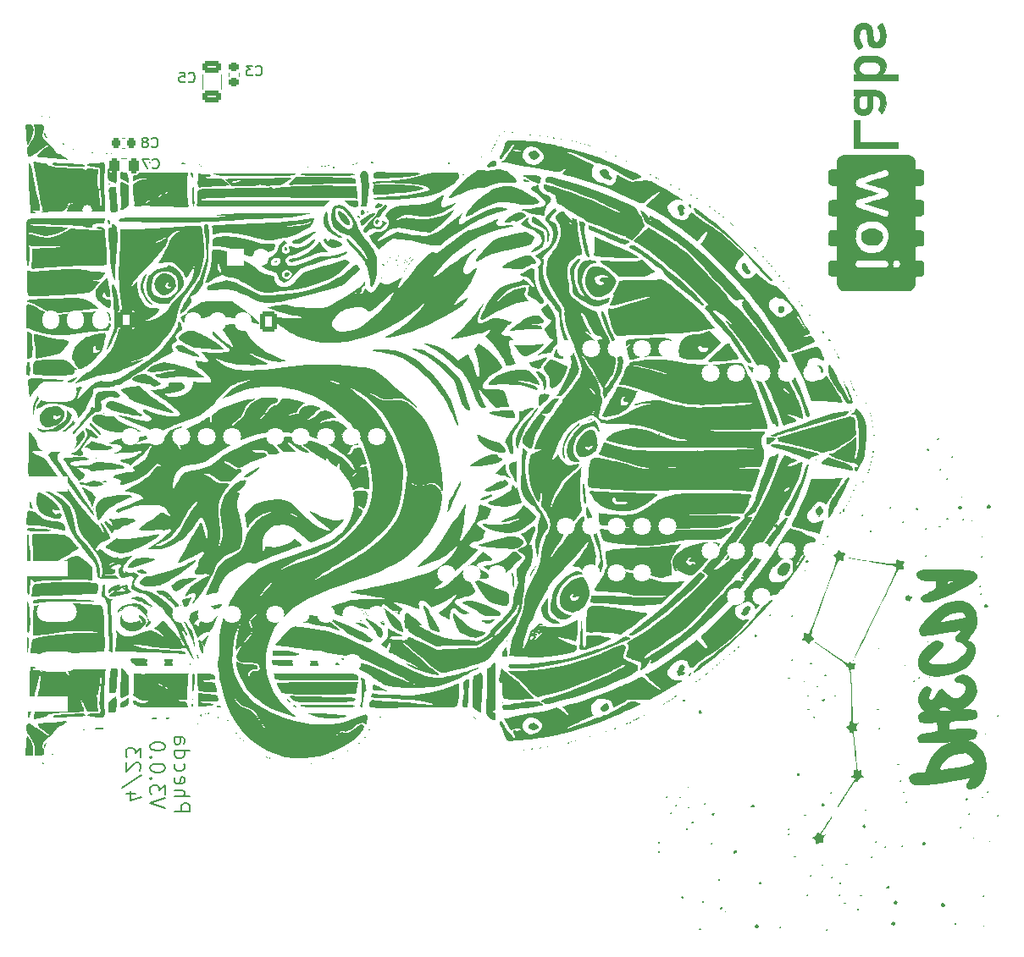
<source format=gbo>
G04 #@! TF.GenerationSoftware,KiCad,Pcbnew,7.0.0-da2b9df05c~171~ubuntu20.04.1*
G04 #@! TF.CreationDate,2023-05-09T13:21:18-04:00*
G04 #@! TF.ProjectId,Phecda_V4,50686563-6461-45f5-9634-2e6b69636164,rev?*
G04 #@! TF.SameCoordinates,Original*
G04 #@! TF.FileFunction,Legend,Bot*
G04 #@! TF.FilePolarity,Positive*
%FSLAX46Y46*%
G04 Gerber Fmt 4.6, Leading zero omitted, Abs format (unit mm)*
G04 Created by KiCad (PCBNEW 7.0.0-da2b9df05c~171~ubuntu20.04.1) date 2023-05-09 13:21:18*
%MOMM*%
%LPD*%
G01*
G04 APERTURE LIST*
G04 Aperture macros list*
%AMRoundRect*
0 Rectangle with rounded corners*
0 $1 Rounding radius*
0 $2 $3 $4 $5 $6 $7 $8 $9 X,Y pos of 4 corners*
0 Add a 4 corners polygon primitive as box body*
4,1,4,$2,$3,$4,$5,$6,$7,$8,$9,$2,$3,0*
0 Add four circle primitives for the rounded corners*
1,1,$1+$1,$2,$3*
1,1,$1+$1,$4,$5*
1,1,$1+$1,$6,$7*
1,1,$1+$1,$8,$9*
0 Add four rect primitives between the rounded corners*
20,1,$1+$1,$2,$3,$4,$5,0*
20,1,$1+$1,$4,$5,$6,$7,0*
20,1,$1+$1,$6,$7,$8,$9,0*
20,1,$1+$1,$8,$9,$2,$3,0*%
G04 Aperture macros list end*
%ADD10C,0.150000*%
%ADD11C,0.120000*%
%ADD12C,0.010000*%
%ADD13R,1.700000X1.700000*%
%ADD14O,1.700000X1.700000*%
%ADD15C,2.200000*%
%ADD16R,1.500000X5.080000*%
%ADD17R,5.080000X1.500000*%
%ADD18RoundRect,0.250000X0.600000X0.725000X-0.600000X0.725000X-0.600000X-0.725000X0.600000X-0.725000X0*%
%ADD19O,1.700000X1.950000*%
%ADD20C,1.800000*%
%ADD21O,1.550000X0.890000*%
%ADD22O,0.950000X1.250000*%
%ADD23O,4.000000X2.000000*%
%ADD24O,2.000000X4.000000*%
%ADD25C,1.000000*%
%ADD26RoundRect,0.250000X0.650000X-0.325000X0.650000X0.325000X-0.650000X0.325000X-0.650000X-0.325000X0*%
%ADD27RoundRect,0.225000X0.225000X0.250000X-0.225000X0.250000X-0.225000X-0.250000X0.225000X-0.250000X0*%
%ADD28RoundRect,0.225000X0.250000X-0.225000X0.250000X0.225000X-0.250000X0.225000X-0.250000X-0.225000X0*%
%ADD29RoundRect,0.250000X0.250000X0.475000X-0.250000X0.475000X-0.250000X-0.475000X0.250000X-0.475000X0*%
G04 APERTURE END LIST*
D10*
X56778928Y-119014285D02*
X58278928Y-119014285D01*
X58278928Y-119014285D02*
X58278928Y-118442856D01*
X58278928Y-118442856D02*
X58207500Y-118299999D01*
X58207500Y-118299999D02*
X58136071Y-118228570D01*
X58136071Y-118228570D02*
X57993214Y-118157142D01*
X57993214Y-118157142D02*
X57778928Y-118157142D01*
X57778928Y-118157142D02*
X57636071Y-118228570D01*
X57636071Y-118228570D02*
X57564642Y-118299999D01*
X57564642Y-118299999D02*
X57493214Y-118442856D01*
X57493214Y-118442856D02*
X57493214Y-119014285D01*
X56778928Y-117514285D02*
X58278928Y-117514285D01*
X56778928Y-116871428D02*
X57564642Y-116871428D01*
X57564642Y-116871428D02*
X57707500Y-116942856D01*
X57707500Y-116942856D02*
X57778928Y-117085713D01*
X57778928Y-117085713D02*
X57778928Y-117299999D01*
X57778928Y-117299999D02*
X57707500Y-117442856D01*
X57707500Y-117442856D02*
X57636071Y-117514285D01*
X56850357Y-115585713D02*
X56778928Y-115728570D01*
X56778928Y-115728570D02*
X56778928Y-116014285D01*
X56778928Y-116014285D02*
X56850357Y-116157142D01*
X56850357Y-116157142D02*
X56993214Y-116228570D01*
X56993214Y-116228570D02*
X57564642Y-116228570D01*
X57564642Y-116228570D02*
X57707500Y-116157142D01*
X57707500Y-116157142D02*
X57778928Y-116014285D01*
X57778928Y-116014285D02*
X57778928Y-115728570D01*
X57778928Y-115728570D02*
X57707500Y-115585713D01*
X57707500Y-115585713D02*
X57564642Y-115514285D01*
X57564642Y-115514285D02*
X57421785Y-115514285D01*
X57421785Y-115514285D02*
X57278928Y-116228570D01*
X56850357Y-114228571D02*
X56778928Y-114371428D01*
X56778928Y-114371428D02*
X56778928Y-114657142D01*
X56778928Y-114657142D02*
X56850357Y-114799999D01*
X56850357Y-114799999D02*
X56921785Y-114871428D01*
X56921785Y-114871428D02*
X57064642Y-114942856D01*
X57064642Y-114942856D02*
X57493214Y-114942856D01*
X57493214Y-114942856D02*
X57636071Y-114871428D01*
X57636071Y-114871428D02*
X57707500Y-114799999D01*
X57707500Y-114799999D02*
X57778928Y-114657142D01*
X57778928Y-114657142D02*
X57778928Y-114371428D01*
X57778928Y-114371428D02*
X57707500Y-114228571D01*
X56778928Y-112942857D02*
X58278928Y-112942857D01*
X56850357Y-112942857D02*
X56778928Y-113085714D01*
X56778928Y-113085714D02*
X56778928Y-113371428D01*
X56778928Y-113371428D02*
X56850357Y-113514285D01*
X56850357Y-113514285D02*
X56921785Y-113585714D01*
X56921785Y-113585714D02*
X57064642Y-113657142D01*
X57064642Y-113657142D02*
X57493214Y-113657142D01*
X57493214Y-113657142D02*
X57636071Y-113585714D01*
X57636071Y-113585714D02*
X57707500Y-113514285D01*
X57707500Y-113514285D02*
X57778928Y-113371428D01*
X57778928Y-113371428D02*
X57778928Y-113085714D01*
X57778928Y-113085714D02*
X57707500Y-112942857D01*
X56778928Y-111585714D02*
X57564642Y-111585714D01*
X57564642Y-111585714D02*
X57707500Y-111657142D01*
X57707500Y-111657142D02*
X57778928Y-111799999D01*
X57778928Y-111799999D02*
X57778928Y-112085714D01*
X57778928Y-112085714D02*
X57707500Y-112228571D01*
X56850357Y-111585714D02*
X56778928Y-111728571D01*
X56778928Y-111728571D02*
X56778928Y-112085714D01*
X56778928Y-112085714D02*
X56850357Y-112228571D01*
X56850357Y-112228571D02*
X56993214Y-112299999D01*
X56993214Y-112299999D02*
X57136071Y-112299999D01*
X57136071Y-112299999D02*
X57278928Y-112228571D01*
X57278928Y-112228571D02*
X57350357Y-112085714D01*
X57350357Y-112085714D02*
X57350357Y-111728571D01*
X57350357Y-111728571D02*
X57421785Y-111585714D01*
X55848928Y-118657141D02*
X54348928Y-118157141D01*
X54348928Y-118157141D02*
X55848928Y-117657141D01*
X55848928Y-117299999D02*
X55848928Y-116371427D01*
X55848928Y-116371427D02*
X55277500Y-116871427D01*
X55277500Y-116871427D02*
X55277500Y-116657142D01*
X55277500Y-116657142D02*
X55206071Y-116514285D01*
X55206071Y-116514285D02*
X55134642Y-116442856D01*
X55134642Y-116442856D02*
X54991785Y-116371427D01*
X54991785Y-116371427D02*
X54634642Y-116371427D01*
X54634642Y-116371427D02*
X54491785Y-116442856D01*
X54491785Y-116442856D02*
X54420357Y-116514285D01*
X54420357Y-116514285D02*
X54348928Y-116657142D01*
X54348928Y-116657142D02*
X54348928Y-117085713D01*
X54348928Y-117085713D02*
X54420357Y-117228570D01*
X54420357Y-117228570D02*
X54491785Y-117299999D01*
X54491785Y-115728571D02*
X54420357Y-115657142D01*
X54420357Y-115657142D02*
X54348928Y-115728571D01*
X54348928Y-115728571D02*
X54420357Y-115799999D01*
X54420357Y-115799999D02*
X54491785Y-115728571D01*
X54491785Y-115728571D02*
X54348928Y-115728571D01*
X55848928Y-114728570D02*
X55848928Y-114585713D01*
X55848928Y-114585713D02*
X55777500Y-114442856D01*
X55777500Y-114442856D02*
X55706071Y-114371428D01*
X55706071Y-114371428D02*
X55563214Y-114299999D01*
X55563214Y-114299999D02*
X55277500Y-114228570D01*
X55277500Y-114228570D02*
X54920357Y-114228570D01*
X54920357Y-114228570D02*
X54634642Y-114299999D01*
X54634642Y-114299999D02*
X54491785Y-114371428D01*
X54491785Y-114371428D02*
X54420357Y-114442856D01*
X54420357Y-114442856D02*
X54348928Y-114585713D01*
X54348928Y-114585713D02*
X54348928Y-114728570D01*
X54348928Y-114728570D02*
X54420357Y-114871428D01*
X54420357Y-114871428D02*
X54491785Y-114942856D01*
X54491785Y-114942856D02*
X54634642Y-115014285D01*
X54634642Y-115014285D02*
X54920357Y-115085713D01*
X54920357Y-115085713D02*
X55277500Y-115085713D01*
X55277500Y-115085713D02*
X55563214Y-115014285D01*
X55563214Y-115014285D02*
X55706071Y-114942856D01*
X55706071Y-114942856D02*
X55777500Y-114871428D01*
X55777500Y-114871428D02*
X55848928Y-114728570D01*
X54491785Y-113585714D02*
X54420357Y-113514285D01*
X54420357Y-113514285D02*
X54348928Y-113585714D01*
X54348928Y-113585714D02*
X54420357Y-113657142D01*
X54420357Y-113657142D02*
X54491785Y-113585714D01*
X54491785Y-113585714D02*
X54348928Y-113585714D01*
X55848928Y-112585713D02*
X55848928Y-112442856D01*
X55848928Y-112442856D02*
X55777500Y-112299999D01*
X55777500Y-112299999D02*
X55706071Y-112228571D01*
X55706071Y-112228571D02*
X55563214Y-112157142D01*
X55563214Y-112157142D02*
X55277500Y-112085713D01*
X55277500Y-112085713D02*
X54920357Y-112085713D01*
X54920357Y-112085713D02*
X54634642Y-112157142D01*
X54634642Y-112157142D02*
X54491785Y-112228571D01*
X54491785Y-112228571D02*
X54420357Y-112299999D01*
X54420357Y-112299999D02*
X54348928Y-112442856D01*
X54348928Y-112442856D02*
X54348928Y-112585713D01*
X54348928Y-112585713D02*
X54420357Y-112728571D01*
X54420357Y-112728571D02*
X54491785Y-112799999D01*
X54491785Y-112799999D02*
X54634642Y-112871428D01*
X54634642Y-112871428D02*
X54920357Y-112942856D01*
X54920357Y-112942856D02*
X55277500Y-112942856D01*
X55277500Y-112942856D02*
X55563214Y-112871428D01*
X55563214Y-112871428D02*
X55706071Y-112799999D01*
X55706071Y-112799999D02*
X55777500Y-112728571D01*
X55777500Y-112728571D02*
X55848928Y-112585713D01*
X52918928Y-117228571D02*
X51918928Y-117228571D01*
X53490357Y-117585713D02*
X52418928Y-117942856D01*
X52418928Y-117942856D02*
X52418928Y-117014285D01*
X53490357Y-115371428D02*
X51561785Y-116657142D01*
X53276071Y-114942856D02*
X53347500Y-114871428D01*
X53347500Y-114871428D02*
X53418928Y-114728571D01*
X53418928Y-114728571D02*
X53418928Y-114371428D01*
X53418928Y-114371428D02*
X53347500Y-114228571D01*
X53347500Y-114228571D02*
X53276071Y-114157142D01*
X53276071Y-114157142D02*
X53133214Y-114085713D01*
X53133214Y-114085713D02*
X52990357Y-114085713D01*
X52990357Y-114085713D02*
X52776071Y-114157142D01*
X52776071Y-114157142D02*
X51918928Y-115014285D01*
X51918928Y-115014285D02*
X51918928Y-114085713D01*
X53418928Y-113585714D02*
X53418928Y-112657142D01*
X53418928Y-112657142D02*
X52847500Y-113157142D01*
X52847500Y-113157142D02*
X52847500Y-112942857D01*
X52847500Y-112942857D02*
X52776071Y-112800000D01*
X52776071Y-112800000D02*
X52704642Y-112728571D01*
X52704642Y-112728571D02*
X52561785Y-112657142D01*
X52561785Y-112657142D02*
X52204642Y-112657142D01*
X52204642Y-112657142D02*
X52061785Y-112728571D01*
X52061785Y-112728571D02*
X51990357Y-112800000D01*
X51990357Y-112800000D02*
X51918928Y-112942857D01*
X51918928Y-112942857D02*
X51918928Y-113371428D01*
X51918928Y-113371428D02*
X51990357Y-113514285D01*
X51990357Y-113514285D02*
X52061785Y-113585714D01*
X58196666Y-45972142D02*
X58244285Y-46019761D01*
X58244285Y-46019761D02*
X58387142Y-46067380D01*
X58387142Y-46067380D02*
X58482380Y-46067380D01*
X58482380Y-46067380D02*
X58625237Y-46019761D01*
X58625237Y-46019761D02*
X58720475Y-45924523D01*
X58720475Y-45924523D02*
X58768094Y-45829285D01*
X58768094Y-45829285D02*
X58815713Y-45638809D01*
X58815713Y-45638809D02*
X58815713Y-45495952D01*
X58815713Y-45495952D02*
X58768094Y-45305476D01*
X58768094Y-45305476D02*
X58720475Y-45210238D01*
X58720475Y-45210238D02*
X58625237Y-45115000D01*
X58625237Y-45115000D02*
X58482380Y-45067380D01*
X58482380Y-45067380D02*
X58387142Y-45067380D01*
X58387142Y-45067380D02*
X58244285Y-45115000D01*
X58244285Y-45115000D02*
X58196666Y-45162619D01*
X57291904Y-45067380D02*
X57768094Y-45067380D01*
X57768094Y-45067380D02*
X57815713Y-45543571D01*
X57815713Y-45543571D02*
X57768094Y-45495952D01*
X57768094Y-45495952D02*
X57672856Y-45448333D01*
X57672856Y-45448333D02*
X57434761Y-45448333D01*
X57434761Y-45448333D02*
X57339523Y-45495952D01*
X57339523Y-45495952D02*
X57291904Y-45543571D01*
X57291904Y-45543571D02*
X57244285Y-45638809D01*
X57244285Y-45638809D02*
X57244285Y-45876904D01*
X57244285Y-45876904D02*
X57291904Y-45972142D01*
X57291904Y-45972142D02*
X57339523Y-46019761D01*
X57339523Y-46019761D02*
X57434761Y-46067380D01*
X57434761Y-46067380D02*
X57672856Y-46067380D01*
X57672856Y-46067380D02*
X57768094Y-46019761D01*
X57768094Y-46019761D02*
X57815713Y-45972142D01*
X54506666Y-52482142D02*
X54554285Y-52529761D01*
X54554285Y-52529761D02*
X54697142Y-52577380D01*
X54697142Y-52577380D02*
X54792380Y-52577380D01*
X54792380Y-52577380D02*
X54935237Y-52529761D01*
X54935237Y-52529761D02*
X55030475Y-52434523D01*
X55030475Y-52434523D02*
X55078094Y-52339285D01*
X55078094Y-52339285D02*
X55125713Y-52148809D01*
X55125713Y-52148809D02*
X55125713Y-52005952D01*
X55125713Y-52005952D02*
X55078094Y-51815476D01*
X55078094Y-51815476D02*
X55030475Y-51720238D01*
X55030475Y-51720238D02*
X54935237Y-51625000D01*
X54935237Y-51625000D02*
X54792380Y-51577380D01*
X54792380Y-51577380D02*
X54697142Y-51577380D01*
X54697142Y-51577380D02*
X54554285Y-51625000D01*
X54554285Y-51625000D02*
X54506666Y-51672619D01*
X53935237Y-52005952D02*
X54030475Y-51958333D01*
X54030475Y-51958333D02*
X54078094Y-51910714D01*
X54078094Y-51910714D02*
X54125713Y-51815476D01*
X54125713Y-51815476D02*
X54125713Y-51767857D01*
X54125713Y-51767857D02*
X54078094Y-51672619D01*
X54078094Y-51672619D02*
X54030475Y-51625000D01*
X54030475Y-51625000D02*
X53935237Y-51577380D01*
X53935237Y-51577380D02*
X53744761Y-51577380D01*
X53744761Y-51577380D02*
X53649523Y-51625000D01*
X53649523Y-51625000D02*
X53601904Y-51672619D01*
X53601904Y-51672619D02*
X53554285Y-51767857D01*
X53554285Y-51767857D02*
X53554285Y-51815476D01*
X53554285Y-51815476D02*
X53601904Y-51910714D01*
X53601904Y-51910714D02*
X53649523Y-51958333D01*
X53649523Y-51958333D02*
X53744761Y-52005952D01*
X53744761Y-52005952D02*
X53935237Y-52005952D01*
X53935237Y-52005952D02*
X54030475Y-52053571D01*
X54030475Y-52053571D02*
X54078094Y-52101190D01*
X54078094Y-52101190D02*
X54125713Y-52196428D01*
X54125713Y-52196428D02*
X54125713Y-52386904D01*
X54125713Y-52386904D02*
X54078094Y-52482142D01*
X54078094Y-52482142D02*
X54030475Y-52529761D01*
X54030475Y-52529761D02*
X53935237Y-52577380D01*
X53935237Y-52577380D02*
X53744761Y-52577380D01*
X53744761Y-52577380D02*
X53649523Y-52529761D01*
X53649523Y-52529761D02*
X53601904Y-52482142D01*
X53601904Y-52482142D02*
X53554285Y-52386904D01*
X53554285Y-52386904D02*
X53554285Y-52196428D01*
X53554285Y-52196428D02*
X53601904Y-52101190D01*
X53601904Y-52101190D02*
X53649523Y-52053571D01*
X53649523Y-52053571D02*
X53744761Y-52005952D01*
X64926666Y-45292142D02*
X64974285Y-45339761D01*
X64974285Y-45339761D02*
X65117142Y-45387380D01*
X65117142Y-45387380D02*
X65212380Y-45387380D01*
X65212380Y-45387380D02*
X65355237Y-45339761D01*
X65355237Y-45339761D02*
X65450475Y-45244523D01*
X65450475Y-45244523D02*
X65498094Y-45149285D01*
X65498094Y-45149285D02*
X65545713Y-44958809D01*
X65545713Y-44958809D02*
X65545713Y-44815952D01*
X65545713Y-44815952D02*
X65498094Y-44625476D01*
X65498094Y-44625476D02*
X65450475Y-44530238D01*
X65450475Y-44530238D02*
X65355237Y-44435000D01*
X65355237Y-44435000D02*
X65212380Y-44387380D01*
X65212380Y-44387380D02*
X65117142Y-44387380D01*
X65117142Y-44387380D02*
X64974285Y-44435000D01*
X64974285Y-44435000D02*
X64926666Y-44482619D01*
X64593332Y-44387380D02*
X63974285Y-44387380D01*
X63974285Y-44387380D02*
X64307618Y-44768333D01*
X64307618Y-44768333D02*
X64164761Y-44768333D01*
X64164761Y-44768333D02*
X64069523Y-44815952D01*
X64069523Y-44815952D02*
X64021904Y-44863571D01*
X64021904Y-44863571D02*
X63974285Y-44958809D01*
X63974285Y-44958809D02*
X63974285Y-45196904D01*
X63974285Y-45196904D02*
X64021904Y-45292142D01*
X64021904Y-45292142D02*
X64069523Y-45339761D01*
X64069523Y-45339761D02*
X64164761Y-45387380D01*
X64164761Y-45387380D02*
X64450475Y-45387380D01*
X64450475Y-45387380D02*
X64545713Y-45339761D01*
X64545713Y-45339761D02*
X64593332Y-45292142D01*
X54606666Y-54602142D02*
X54654285Y-54649761D01*
X54654285Y-54649761D02*
X54797142Y-54697380D01*
X54797142Y-54697380D02*
X54892380Y-54697380D01*
X54892380Y-54697380D02*
X55035237Y-54649761D01*
X55035237Y-54649761D02*
X55130475Y-54554523D01*
X55130475Y-54554523D02*
X55178094Y-54459285D01*
X55178094Y-54459285D02*
X55225713Y-54268809D01*
X55225713Y-54268809D02*
X55225713Y-54125952D01*
X55225713Y-54125952D02*
X55178094Y-53935476D01*
X55178094Y-53935476D02*
X55130475Y-53840238D01*
X55130475Y-53840238D02*
X55035237Y-53745000D01*
X55035237Y-53745000D02*
X54892380Y-53697380D01*
X54892380Y-53697380D02*
X54797142Y-53697380D01*
X54797142Y-53697380D02*
X54654285Y-53745000D01*
X54654285Y-53745000D02*
X54606666Y-53792619D01*
X54273332Y-53697380D02*
X53606666Y-53697380D01*
X53606666Y-53697380D02*
X54035237Y-54697380D01*
D11*
X59590000Y-46711252D02*
X59590000Y-45288748D01*
X61410000Y-46711252D02*
X61410000Y-45288748D01*
G36*
X44388629Y-113903512D02*
G01*
X44346154Y-113945987D01*
X44303679Y-113903512D01*
X44346154Y-113861037D01*
X44388629Y-113903512D01*
G37*
G36*
X66900335Y-113903512D02*
G01*
X66857860Y-113945987D01*
X66815385Y-113903512D01*
X66857860Y-113861037D01*
X66900335Y-113903512D01*
G37*
G36*
X95273579Y-112374415D02*
G01*
X95231104Y-112416890D01*
X95188629Y-112374415D01*
X95231104Y-112331940D01*
X95273579Y-112374415D01*
G37*
G36*
X75565218Y-111864716D02*
G01*
X75522743Y-111907191D01*
X75480268Y-111864716D01*
X75522743Y-111822241D01*
X75565218Y-111864716D01*
G37*
G36*
X97227425Y-111864716D02*
G01*
X97184950Y-111907191D01*
X97142475Y-111864716D01*
X97184950Y-111822241D01*
X97227425Y-111864716D01*
G37*
G36*
X98756522Y-111439966D02*
G01*
X98714047Y-111482441D01*
X98671572Y-111439966D01*
X98714047Y-111397492D01*
X98756522Y-111439966D01*
G37*
G36*
X75989967Y-111355017D02*
G01*
X75947492Y-111397492D01*
X75905017Y-111355017D01*
X75947492Y-111312542D01*
X75989967Y-111355017D01*
G37*
G36*
X100285619Y-110930267D02*
G01*
X100243144Y-110972742D01*
X100200669Y-110930267D01*
X100243144Y-110887793D01*
X100285619Y-110930267D01*
G37*
G36*
X101135117Y-110590468D02*
G01*
X101092642Y-110632943D01*
X101050167Y-110590468D01*
X101092642Y-110547993D01*
X101135117Y-110590468D01*
G37*
G36*
X61548495Y-109910869D02*
G01*
X61506020Y-109953344D01*
X61463545Y-109910869D01*
X61506020Y-109868395D01*
X61548495Y-109910869D01*
G37*
G36*
X103768562Y-109401170D02*
G01*
X103726087Y-109443645D01*
X103683612Y-109401170D01*
X103726087Y-109358696D01*
X103768562Y-109401170D01*
G37*
G36*
X89666890Y-108126923D02*
G01*
X89624415Y-108169398D01*
X89581940Y-108126923D01*
X89624415Y-108084448D01*
X89666890Y-108126923D01*
G37*
G36*
X106062207Y-108041973D02*
G01*
X106019733Y-108084448D01*
X105977258Y-108041973D01*
X106019733Y-107999498D01*
X106062207Y-108041973D01*
G37*
G36*
X58660201Y-107787124D02*
G01*
X58617726Y-107829599D01*
X58575251Y-107787124D01*
X58617726Y-107744649D01*
X58660201Y-107787124D01*
G37*
G36*
X74885619Y-99971739D02*
G01*
X74843144Y-100014214D01*
X74800669Y-99971739D01*
X74843144Y-99929264D01*
X74885619Y-99971739D01*
G37*
G36*
X74290970Y-99801839D02*
G01*
X74248495Y-99844314D01*
X74206020Y-99801839D01*
X74248495Y-99759364D01*
X74290970Y-99801839D01*
G37*
G36*
X76584615Y-99292140D02*
G01*
X76542141Y-99334615D01*
X76499666Y-99292140D01*
X76542141Y-99249665D01*
X76584615Y-99292140D01*
G37*
G36*
X75735117Y-99207191D02*
G01*
X75692642Y-99249665D01*
X75650167Y-99207191D01*
X75692642Y-99164716D01*
X75735117Y-99207191D01*
G37*
G36*
X75989967Y-99207191D02*
G01*
X75947492Y-99249665D01*
X75905017Y-99207191D01*
X75947492Y-99164716D01*
X75989967Y-99207191D01*
G37*
G36*
X75905017Y-99037291D02*
G01*
X75862542Y-99079766D01*
X75820067Y-99037291D01*
X75862542Y-98994816D01*
X75905017Y-99037291D01*
G37*
G36*
X78963211Y-99037291D02*
G01*
X78920736Y-99079766D01*
X78878261Y-99037291D01*
X78920736Y-98994816D01*
X78963211Y-99037291D01*
G37*
G36*
X75565218Y-98867391D02*
G01*
X75522743Y-98909866D01*
X75480268Y-98867391D01*
X75522743Y-98824916D01*
X75565218Y-98867391D01*
G37*
G36*
X93064883Y-93940301D02*
G01*
X93022408Y-93982776D01*
X92979933Y-93940301D01*
X93022408Y-93897826D01*
X93064883Y-93940301D01*
G37*
G36*
X53053512Y-93260702D02*
G01*
X53011037Y-93303177D01*
X52968562Y-93260702D01*
X53011037Y-93218227D01*
X53053512Y-93260702D01*
G37*
G36*
X121438127Y-92581104D02*
G01*
X121395652Y-92623578D01*
X121353177Y-92581104D01*
X121395652Y-92538629D01*
X121438127Y-92581104D01*
G37*
G36*
X125855519Y-85785117D02*
G01*
X125813044Y-85827592D01*
X125770569Y-85785117D01*
X125813044Y-85742642D01*
X125855519Y-85785117D01*
G37*
G36*
X125940468Y-85615217D02*
G01*
X125897993Y-85657692D01*
X125855519Y-85615217D01*
X125897993Y-85572742D01*
X125940468Y-85615217D01*
G37*
G36*
X120928428Y-83831271D02*
G01*
X120885953Y-83873746D01*
X120843478Y-83831271D01*
X120885953Y-83788796D01*
X120928428Y-83831271D01*
G37*
G36*
X48975920Y-83661371D02*
G01*
X48933445Y-83703846D01*
X48890970Y-83661371D01*
X48933445Y-83618896D01*
X48975920Y-83661371D01*
G37*
G36*
X98246823Y-79838629D02*
G01*
X98204348Y-79881104D01*
X98161873Y-79838629D01*
X98204348Y-79796154D01*
X98246823Y-79838629D01*
G37*
G36*
X126365218Y-79159030D02*
G01*
X126322743Y-79201505D01*
X126280268Y-79159030D01*
X126322743Y-79116555D01*
X126365218Y-79159030D01*
G37*
G36*
X124411371Y-78904180D02*
G01*
X124368896Y-78946655D01*
X124326422Y-78904180D01*
X124368896Y-78861706D01*
X124411371Y-78904180D01*
G37*
G36*
X125940468Y-78139632D02*
G01*
X125897993Y-78182107D01*
X125855519Y-78139632D01*
X125897993Y-78097157D01*
X125940468Y-78139632D01*
G37*
G36*
X123731773Y-76015886D02*
G01*
X123689298Y-76058361D01*
X123646823Y-76015886D01*
X123689298Y-75973411D01*
X123731773Y-76015886D01*
G37*
G36*
X123052174Y-73212542D02*
G01*
X123009699Y-73255017D01*
X122967224Y-73212542D01*
X123009699Y-73170067D01*
X123052174Y-73212542D01*
G37*
G36*
X119909030Y-68795150D02*
G01*
X119866555Y-68837625D01*
X119824080Y-68795150D01*
X119866555Y-68752675D01*
X119909030Y-68795150D01*
G37*
G36*
X79642809Y-65397157D02*
G01*
X79600335Y-65439632D01*
X79557860Y-65397157D01*
X79600335Y-65354682D01*
X79642809Y-65397157D01*
G37*
G36*
X79557860Y-64717558D02*
G01*
X79515385Y-64760033D01*
X79472910Y-64717558D01*
X79515385Y-64675083D01*
X79557860Y-64717558D01*
G37*
G36*
X79642809Y-64037960D02*
G01*
X79600335Y-64080435D01*
X79557860Y-64037960D01*
X79600335Y-63995485D01*
X79642809Y-64037960D01*
G37*
G36*
X114132442Y-63783110D02*
G01*
X114089967Y-63825585D01*
X114047492Y-63783110D01*
X114089967Y-63740635D01*
X114132442Y-63783110D01*
G37*
G36*
X80067559Y-63698160D02*
G01*
X80025084Y-63740635D01*
X79982609Y-63698160D01*
X80025084Y-63655685D01*
X80067559Y-63698160D01*
G37*
G36*
X78793311Y-63443311D02*
G01*
X78750836Y-63485786D01*
X78708361Y-63443311D01*
X78750836Y-63400836D01*
X78793311Y-63443311D01*
G37*
G36*
X78623411Y-63273411D02*
G01*
X78580937Y-63315886D01*
X78538462Y-63273411D01*
X78580937Y-63230936D01*
X78623411Y-63273411D01*
G37*
G36*
X78878261Y-63018562D02*
G01*
X78835786Y-63061037D01*
X78793311Y-63018562D01*
X78835786Y-62976087D01*
X78878261Y-63018562D01*
G37*
G36*
X79303010Y-62848662D02*
G01*
X79260535Y-62891137D01*
X79218060Y-62848662D01*
X79260535Y-62806187D01*
X79303010Y-62848662D01*
G37*
G36*
X79557860Y-62848662D02*
G01*
X79515385Y-62891137D01*
X79472910Y-62848662D01*
X79515385Y-62806187D01*
X79557860Y-62848662D01*
G37*
G36*
X93064883Y-61999164D02*
G01*
X93022408Y-62041639D01*
X92979933Y-61999164D01*
X93022408Y-61956689D01*
X93064883Y-61999164D01*
G37*
G36*
X113622743Y-61234615D02*
G01*
X113580268Y-61277090D01*
X113537793Y-61234615D01*
X113580268Y-61192140D01*
X113622743Y-61234615D01*
G37*
G36*
X59849498Y-59365719D02*
G01*
X59807024Y-59408194D01*
X59764549Y-59365719D01*
X59807024Y-59323244D01*
X59849498Y-59365719D01*
G37*
G36*
X52288963Y-53928930D02*
G01*
X52246488Y-53971405D01*
X52204013Y-53928930D01*
X52246488Y-53886455D01*
X52288963Y-53928930D01*
G37*
G36*
X98331773Y-52399833D02*
G01*
X98289298Y-52442308D01*
X98246823Y-52399833D01*
X98289298Y-52357358D01*
X98331773Y-52399833D01*
G37*
G36*
X98161873Y-52314883D02*
G01*
X98119398Y-52357358D01*
X98076923Y-52314883D01*
X98119398Y-52272408D01*
X98161873Y-52314883D01*
G37*
G36*
X89072241Y-51890134D02*
G01*
X89029766Y-51932609D01*
X88987291Y-51890134D01*
X89029766Y-51847659D01*
X89072241Y-51890134D01*
G37*
G36*
X93319733Y-51380435D02*
G01*
X93277258Y-51422910D01*
X93234783Y-51380435D01*
X93277258Y-51337960D01*
X93319733Y-51380435D01*
G37*
G36*
X89836789Y-50955686D02*
G01*
X89794314Y-50998160D01*
X89751840Y-50955686D01*
X89794314Y-50913211D01*
X89836789Y-50955686D01*
G37*
G36*
X41906934Y-114241603D02*
G01*
X41896767Y-114342419D01*
X41871216Y-114355709D01*
X41840134Y-114285786D01*
X41846265Y-114240814D01*
X41896767Y-114229153D01*
X41906934Y-114241603D01*
G37*
G36*
X42841382Y-114156654D02*
G01*
X42831215Y-114257469D01*
X42805664Y-114270759D01*
X42774582Y-114200836D01*
X42780713Y-114155864D01*
X42831215Y-114144203D01*
X42841382Y-114156654D01*
G37*
G36*
X74177704Y-112954905D02*
G01*
X74190994Y-112980457D01*
X74121070Y-113011538D01*
X74076098Y-113005408D01*
X74064437Y-112954905D01*
X74076888Y-112944738D01*
X74177704Y-112954905D01*
G37*
G36*
X89893423Y-112954905D02*
G01*
X89906713Y-112980457D01*
X89836789Y-113011538D01*
X89791817Y-113005408D01*
X89780156Y-112954905D01*
X89792607Y-112944738D01*
X89893423Y-112954905D01*
G37*
G36*
X94140914Y-112530156D02*
G01*
X94154204Y-112555707D01*
X94084281Y-112586789D01*
X94039309Y-112580659D01*
X94027648Y-112530156D01*
X94040099Y-112519989D01*
X94140914Y-112530156D01*
G37*
G36*
X96519510Y-112020457D02*
G01*
X96532800Y-112046008D01*
X96462876Y-112077090D01*
X96417904Y-112070960D01*
X96406243Y-112020457D01*
X96418694Y-112010290D01*
X96519510Y-112020457D01*
G37*
G36*
X63728874Y-111935507D02*
G01*
X63742164Y-111961059D01*
X63672241Y-111992140D01*
X63627269Y-111986010D01*
X63615608Y-111935507D01*
X63628059Y-111925340D01*
X63728874Y-111935507D01*
G37*
G36*
X96944259Y-111935507D02*
G01*
X96957549Y-111961059D01*
X96887626Y-111992140D01*
X96842653Y-111986010D01*
X96830992Y-111935507D01*
X96843443Y-111925340D01*
X96944259Y-111935507D01*
G37*
G36*
X63399242Y-111608159D02*
G01*
X63389075Y-111708974D01*
X63363523Y-111722264D01*
X63332442Y-111652341D01*
X63338572Y-111607369D01*
X63389075Y-111595708D01*
X63399242Y-111608159D01*
G37*
G36*
X98388406Y-111510758D02*
G01*
X98401696Y-111536309D01*
X98331773Y-111567391D01*
X98286801Y-111561261D01*
X98275139Y-111510758D01*
X98287590Y-111500591D01*
X98388406Y-111510758D01*
G37*
G36*
X100002453Y-111001059D02*
G01*
X100015743Y-111026610D01*
X99945820Y-111057692D01*
X99900847Y-111051562D01*
X99889186Y-111001059D01*
X99901637Y-110990892D01*
X100002453Y-111001059D01*
G37*
G36*
X59141583Y-110236510D02*
G01*
X59154873Y-110262062D01*
X59084950Y-110293144D01*
X59039978Y-110287013D01*
X59028317Y-110236510D01*
X59040768Y-110226344D01*
X59141583Y-110236510D01*
G37*
G36*
X102731014Y-109824212D02*
G01*
X102720847Y-109925028D01*
X102695296Y-109938318D01*
X102664214Y-109868395D01*
X102670345Y-109823422D01*
X102720847Y-109811761D01*
X102731014Y-109824212D01*
G37*
G36*
X61190546Y-109569363D02*
G01*
X61180379Y-109670178D01*
X61154828Y-109683468D01*
X61123746Y-109613545D01*
X61129877Y-109568573D01*
X61180379Y-109556912D01*
X61190546Y-109569363D01*
G37*
G36*
X77405797Y-109556912D02*
G01*
X77419087Y-109582463D01*
X77349164Y-109613545D01*
X77304192Y-109607414D01*
X77292531Y-109556912D01*
X77304982Y-109546745D01*
X77405797Y-109556912D01*
G37*
G36*
X59906132Y-109217112D02*
G01*
X59919422Y-109242664D01*
X59849498Y-109273746D01*
X59804526Y-109267615D01*
X59792865Y-109217112D01*
X59805316Y-109206946D01*
X59906132Y-109217112D01*
G37*
G36*
X106288740Y-107942865D02*
G01*
X106302030Y-107968416D01*
X106232107Y-107999498D01*
X106187135Y-107993368D01*
X106175474Y-107942865D01*
X106187925Y-107932698D01*
X106288740Y-107942865D01*
G37*
G36*
X109007135Y-105989019D02*
G01*
X109020425Y-106014570D01*
X108950502Y-106045652D01*
X108905530Y-106039521D01*
X108893869Y-105989019D01*
X108906319Y-105978852D01*
X109007135Y-105989019D01*
G37*
G36*
X111056098Y-104302473D02*
G01*
X111045931Y-104403289D01*
X111020380Y-104416579D01*
X110989298Y-104346655D01*
X110995428Y-104301683D01*
X111045931Y-104290022D01*
X111056098Y-104302473D01*
G37*
G36*
X75451951Y-99872631D02*
G01*
X75465241Y-99898182D01*
X75395318Y-99929264D01*
X75350346Y-99923133D01*
X75338685Y-99872631D01*
X75351135Y-99862464D01*
X75451951Y-99872631D01*
G37*
G36*
X75207268Y-99545282D02*
G01*
X75197102Y-99646098D01*
X75171550Y-99659388D01*
X75140468Y-99589465D01*
X75146599Y-99544493D01*
X75197102Y-99532832D01*
X75207268Y-99545282D01*
G37*
G36*
X76301449Y-99023133D02*
G01*
X76314740Y-99048684D01*
X76244816Y-99079766D01*
X76199844Y-99073635D01*
X76188183Y-99023133D01*
X76200634Y-99012966D01*
X76301449Y-99023133D01*
G37*
G36*
X74697569Y-98950634D02*
G01*
X74687403Y-99051449D01*
X74661851Y-99064739D01*
X74630769Y-98994816D01*
X74636900Y-98949844D01*
X74687403Y-98938183D01*
X74697569Y-98950634D01*
G37*
G36*
X118021984Y-97336587D02*
G01*
X118011817Y-97437402D01*
X117986266Y-97450692D01*
X117955184Y-97380769D01*
X117961315Y-97335797D01*
X118011817Y-97324136D01*
X118021984Y-97336587D01*
G37*
G36*
X120060780Y-94448292D02*
G01*
X120050613Y-94549108D01*
X120025062Y-94562398D01*
X119993980Y-94492475D01*
X120000111Y-94447503D01*
X120050613Y-94435842D01*
X120060780Y-94448292D01*
G37*
G36*
X120910278Y-93343945D02*
G01*
X120900112Y-93444760D01*
X120874560Y-93458050D01*
X120843478Y-93388127D01*
X120849609Y-93343155D01*
X120900112Y-93331494D01*
X120910278Y-93343945D01*
G37*
G36*
X122524325Y-90795450D02*
G01*
X122514158Y-90896265D01*
X122488607Y-90909555D01*
X122457525Y-90839632D01*
X122463656Y-90794660D01*
X122514158Y-90782999D01*
X122524325Y-90795450D01*
G37*
G36*
X48702921Y-88671704D02*
G01*
X48692754Y-88772519D01*
X48667202Y-88785810D01*
X48636121Y-88715886D01*
X48642251Y-88670914D01*
X48692754Y-88659253D01*
X48702921Y-88671704D01*
G37*
G36*
X123968472Y-88331904D02*
G01*
X123958306Y-88432720D01*
X123932754Y-88446010D01*
X123901672Y-88376087D01*
X123907803Y-88331115D01*
X123958306Y-88319454D01*
X123968472Y-88331904D01*
G37*
G36*
X124393222Y-87482406D02*
G01*
X124383055Y-87583222D01*
X124357503Y-87596512D01*
X124326422Y-87526589D01*
X124332552Y-87481616D01*
X124383055Y-87469955D01*
X124393222Y-87482406D01*
G37*
G36*
X124902921Y-86293108D02*
G01*
X124892754Y-86393924D01*
X124867202Y-86407214D01*
X124836121Y-86337291D01*
X124842251Y-86292319D01*
X124892754Y-86280658D01*
X124902921Y-86293108D01*
G37*
G36*
X126347068Y-84339262D02*
G01*
X126336901Y-84440078D01*
X126311349Y-84453368D01*
X126280268Y-84383445D01*
X126286398Y-84338473D01*
X126336901Y-84326811D01*
X126347068Y-84339262D01*
G37*
G36*
X126433375Y-83926807D02*
G01*
X126423248Y-84059573D01*
X126392671Y-84098894D01*
X126371924Y-84008250D01*
X126377931Y-83922088D01*
X126416541Y-83896753D01*
X126433375Y-83926807D01*
G37*
G36*
X98517600Y-79738123D02*
G01*
X98556921Y-79768701D01*
X98466277Y-79789447D01*
X98380115Y-79783441D01*
X98354780Y-79744830D01*
X98384834Y-79727996D01*
X98517600Y-79738123D01*
G37*
G36*
X126432018Y-79412172D02*
G01*
X126421851Y-79512988D01*
X126396299Y-79526278D01*
X126365218Y-79456354D01*
X126371348Y-79411382D01*
X126421851Y-79399721D01*
X126432018Y-79412172D01*
G37*
G36*
X124987870Y-77373376D02*
G01*
X124977704Y-77474192D01*
X124952152Y-77487482D01*
X124921070Y-77417558D01*
X124927201Y-77372586D01*
X124977704Y-77360925D01*
X124987870Y-77373376D01*
G37*
G36*
X124478171Y-76184078D02*
G01*
X124468005Y-76284894D01*
X124442453Y-76298184D01*
X124411371Y-76228261D01*
X124417502Y-76183289D01*
X124468005Y-76171628D01*
X124478171Y-76184078D01*
G37*
G36*
X124393222Y-75929229D02*
G01*
X124383055Y-76030044D01*
X124357503Y-76043335D01*
X124326422Y-75973411D01*
X124332552Y-75928439D01*
X124383055Y-75916778D01*
X124393222Y-75929229D01*
G37*
G36*
X123373824Y-73805483D02*
G01*
X123363657Y-73906299D01*
X123338105Y-73919589D01*
X123307024Y-73849665D01*
X123313154Y-73804693D01*
X123363657Y-73793032D01*
X123373824Y-73805483D01*
G37*
G36*
X106978506Y-72616185D02*
G01*
X106968339Y-72717001D01*
X106942788Y-72730291D01*
X106911706Y-72660368D01*
X106917836Y-72615396D01*
X106968339Y-72603735D01*
X106978506Y-72616185D01*
G37*
G36*
X77500914Y-65565349D02*
G01*
X77490747Y-65666165D01*
X77465196Y-65679455D01*
X77434114Y-65609532D01*
X77440244Y-65564559D01*
X77490747Y-65552898D01*
X77500914Y-65565349D01*
G37*
G36*
X79794559Y-64885751D02*
G01*
X79784393Y-64986566D01*
X79758841Y-64999856D01*
X79727759Y-64929933D01*
X79733890Y-64884961D01*
X79784393Y-64873300D01*
X79794559Y-64885751D01*
G37*
G36*
X116917636Y-64885751D02*
G01*
X116907469Y-64986566D01*
X116881918Y-64999856D01*
X116850836Y-64929933D01*
X116856967Y-64884961D01*
X116907469Y-64873300D01*
X116917636Y-64885751D01*
G37*
G36*
X79964459Y-64630901D02*
G01*
X79954292Y-64731717D01*
X79928741Y-64745007D01*
X79897659Y-64675083D01*
X79903790Y-64630111D01*
X79954292Y-64618450D01*
X79964459Y-64630901D01*
G37*
G36*
X79189744Y-64363601D02*
G01*
X79203034Y-64389152D01*
X79133110Y-64420234D01*
X79088138Y-64414103D01*
X79076477Y-64363601D01*
X79088928Y-64353434D01*
X79189744Y-64363601D01*
G37*
G36*
X79869342Y-64108751D02*
G01*
X79882632Y-64134303D01*
X79812709Y-64165384D01*
X79767737Y-64159254D01*
X79756076Y-64108751D01*
X79768527Y-64098584D01*
X79869342Y-64108751D01*
G37*
G36*
X78095563Y-63951302D02*
G01*
X78085396Y-64052118D01*
X78059844Y-64065408D01*
X78028763Y-63995485D01*
X78034893Y-63950513D01*
X78085396Y-63938852D01*
X78095563Y-63951302D01*
G37*
G36*
X80049409Y-63951302D02*
G01*
X80039242Y-64052118D01*
X80013691Y-64065408D01*
X79982609Y-63995485D01*
X79988739Y-63950513D01*
X80039242Y-63938852D01*
X80049409Y-63951302D01*
G37*
G36*
X116068138Y-63866353D02*
G01*
X116057971Y-63967168D01*
X116032420Y-63980458D01*
X116001338Y-63910535D01*
X116007469Y-63865563D01*
X116057971Y-63853902D01*
X116068138Y-63866353D01*
G37*
G36*
X79879509Y-63781403D02*
G01*
X79869342Y-63882218D01*
X79843791Y-63895509D01*
X79812709Y-63825585D01*
X79818840Y-63780613D01*
X79869342Y-63768952D01*
X79879509Y-63781403D01*
G37*
G36*
X78350412Y-63526553D02*
G01*
X78340245Y-63627369D01*
X78314694Y-63640659D01*
X78283612Y-63570736D01*
X78289743Y-63525763D01*
X78340245Y-63514102D01*
X78350412Y-63526553D01*
G37*
G36*
X115133690Y-62846955D02*
G01*
X115123523Y-62947770D01*
X115097972Y-62961060D01*
X115066890Y-62891137D01*
X115073020Y-62846165D01*
X115123523Y-62834504D01*
X115133690Y-62846955D01*
G37*
G36*
X109092085Y-57652564D02*
G01*
X109105375Y-57678115D01*
X109035452Y-57709197D01*
X108990479Y-57703067D01*
X108978818Y-57652564D01*
X108991269Y-57642397D01*
X109092085Y-57652564D01*
G37*
G36*
X108497436Y-57312765D02*
G01*
X108510726Y-57338316D01*
X108440803Y-57369398D01*
X108395831Y-57363267D01*
X108384170Y-57312765D01*
X108396620Y-57302598D01*
X108497436Y-57312765D01*
G37*
G36*
X106458640Y-56293367D02*
G01*
X106471930Y-56318918D01*
X106402007Y-56350000D01*
X106357035Y-56343869D01*
X106345374Y-56293367D01*
X106357824Y-56283200D01*
X106458640Y-56293367D01*
G37*
G36*
X104419844Y-55273969D02*
G01*
X104433134Y-55299520D01*
X104363211Y-55330602D01*
X104318239Y-55324471D01*
X104306578Y-55273969D01*
X104319028Y-55263802D01*
X104419844Y-55273969D01*
G37*
G36*
X71884058Y-54424470D02*
G01*
X71897348Y-54450022D01*
X71827425Y-54481104D01*
X71782453Y-54474973D01*
X71770792Y-54424470D01*
X71783243Y-54414304D01*
X71884058Y-54424470D01*
G37*
G36*
X71588503Y-54423073D02*
G01*
X71627824Y-54453651D01*
X71537180Y-54474397D01*
X71451018Y-54468390D01*
X71425683Y-54429780D01*
X71455737Y-54412946D01*
X71588503Y-54423073D01*
G37*
G36*
X72268102Y-54338123D02*
G01*
X72307423Y-54368701D01*
X72216778Y-54389447D01*
X72130617Y-54383441D01*
X72105282Y-54344830D01*
X72135336Y-54327996D01*
X72268102Y-54338123D01*
G37*
G36*
X59311483Y-54254571D02*
G01*
X59324773Y-54280122D01*
X59254850Y-54311204D01*
X59209877Y-54305073D01*
X59198216Y-54254571D01*
X59210667Y-54244404D01*
X59311483Y-54254571D01*
G37*
G36*
X74687403Y-54254571D02*
G01*
X74700693Y-54280122D01*
X74630769Y-54311204D01*
X74585797Y-54305073D01*
X74574136Y-54254571D01*
X74586587Y-54244404D01*
X74687403Y-54254571D01*
G37*
G36*
X100936901Y-53405072D02*
G01*
X100950191Y-53430624D01*
X100880268Y-53461706D01*
X100835295Y-53455575D01*
X100823634Y-53405072D01*
X100836085Y-53394906D01*
X100936901Y-53405072D01*
G37*
G36*
X88534225Y-52895373D02*
G01*
X88547515Y-52920925D01*
X88477592Y-52952007D01*
X88432620Y-52945876D01*
X88420959Y-52895373D01*
X88433410Y-52885207D01*
X88534225Y-52895373D01*
G37*
G36*
X96604459Y-51875975D02*
G01*
X96617750Y-51901527D01*
X96547826Y-51932609D01*
X96502854Y-51926478D01*
X96491193Y-51875975D01*
X96503644Y-51865809D01*
X96604459Y-51875975D01*
G37*
G36*
X94140914Y-51451226D02*
G01*
X94154204Y-51476778D01*
X94084281Y-51507859D01*
X94039309Y-51501729D01*
X94027648Y-51451226D01*
X94040099Y-51441059D01*
X94140914Y-51451226D01*
G37*
G36*
X89298774Y-51366276D02*
G01*
X89312064Y-51391828D01*
X89242141Y-51422910D01*
X89197168Y-51416779D01*
X89185507Y-51366276D01*
X89197958Y-51356110D01*
X89298774Y-51366276D01*
G37*
G36*
X92401212Y-51279929D02*
G01*
X92440533Y-51310507D01*
X92349889Y-51331253D01*
X92263727Y-51325247D01*
X92238392Y-51286636D01*
X92268446Y-51269802D01*
X92401212Y-51279929D01*
G37*
G36*
X42671482Y-49509831D02*
G01*
X42661316Y-49610646D01*
X42635764Y-49623937D01*
X42604682Y-49554013D01*
X42610813Y-49509041D01*
X42661316Y-49497380D01*
X42671482Y-49509831D01*
G37*
G36*
X43595764Y-49412430D02*
G01*
X43609054Y-49437982D01*
X43539131Y-49469063D01*
X43494158Y-49462933D01*
X43482497Y-49412430D01*
X43494948Y-49402263D01*
X43595764Y-49412430D01*
G37*
G36*
X41906934Y-49085082D02*
G01*
X41896767Y-49185897D01*
X41871216Y-49199187D01*
X41840134Y-49129264D01*
X41846265Y-49084292D01*
X41896767Y-49072631D01*
X41906934Y-49085082D01*
G37*
G36*
X43785265Y-114167838D02*
G01*
X43771315Y-114251817D01*
X43737741Y-114267436D01*
X43612679Y-114236264D01*
X43548390Y-114180747D01*
X43612336Y-114133959D01*
X43691339Y-114123547D01*
X43785265Y-114167838D01*
G37*
G36*
X66101423Y-113619313D02*
G01*
X66122092Y-113666787D01*
X66063962Y-113656774D01*
X66026225Y-113630551D01*
X65965886Y-113558699D01*
X65966713Y-113546823D01*
X66015888Y-113528115D01*
X66101423Y-113619313D01*
G37*
G36*
X89462627Y-112769814D02*
G01*
X89483296Y-112817288D01*
X89425166Y-112807276D01*
X89387429Y-112781052D01*
X89327090Y-112709200D01*
X89327917Y-112697325D01*
X89377092Y-112678617D01*
X89462627Y-112769814D01*
G37*
G36*
X106988075Y-107416205D02*
G01*
X106922631Y-107521669D01*
X106811341Y-107574749D01*
X106773677Y-107552086D01*
X106828460Y-107445271D01*
X106897868Y-107377560D01*
X106974793Y-107354670D01*
X106988075Y-107416205D01*
G37*
G36*
X76367345Y-99342538D02*
G01*
X76338598Y-99372910D01*
X76197328Y-99419565D01*
X76099598Y-99408675D01*
X76097712Y-99366454D01*
X76244933Y-99309970D01*
X76340163Y-99299124D01*
X76367345Y-99342538D01*
G37*
G36*
X117608077Y-97886692D02*
G01*
X117540976Y-97998071D01*
X117529788Y-98009047D01*
X117467558Y-98049762D01*
X117493422Y-97950517D01*
X117535787Y-97871238D01*
X117598979Y-97845745D01*
X117608077Y-97886692D01*
G37*
G36*
X122319496Y-71799944D02*
G01*
X122372575Y-71911234D01*
X122349912Y-71948898D01*
X122243098Y-71894116D01*
X122175386Y-71824707D01*
X122152496Y-71747783D01*
X122214031Y-71734500D01*
X122319496Y-71799944D01*
G37*
G36*
X121148915Y-70379848D02*
G01*
X121169584Y-70427322D01*
X121111453Y-70417309D01*
X121073716Y-70391086D01*
X121013378Y-70319234D01*
X121014205Y-70307358D01*
X121063379Y-70288650D01*
X121148915Y-70379848D01*
G37*
G36*
X77705953Y-64233344D02*
G01*
X77747278Y-64291834D01*
X77742393Y-64395121D01*
X77697801Y-64409614D01*
X77604013Y-64335284D01*
X77559866Y-64230583D01*
X77592694Y-64167277D01*
X77705953Y-64233344D01*
G37*
G36*
X79250473Y-63353949D02*
G01*
X79221055Y-63419151D01*
X79166497Y-63485786D01*
X79134849Y-63462242D01*
X79146667Y-63364872D01*
X79217087Y-63274013D01*
X79256411Y-63266257D01*
X79250473Y-63353949D01*
G37*
G36*
X112359957Y-60057857D02*
G01*
X112483991Y-60193980D01*
X112645820Y-60385117D01*
X112454682Y-60223289D01*
X112385621Y-60163217D01*
X112271453Y-60041728D01*
X112292854Y-60002843D01*
X112359957Y-60057857D01*
G37*
G36*
X76166238Y-58960083D02*
G01*
X76161822Y-58984180D01*
X76070669Y-59055652D01*
X76029430Y-59060164D01*
X76002709Y-58987692D01*
X76025852Y-58941824D01*
X76110818Y-58893947D01*
X76166238Y-58960083D01*
G37*
G36*
X107393796Y-56764379D02*
G01*
X107490751Y-56835098D01*
X107458569Y-56854859D01*
X107297264Y-56806729D01*
X107229281Y-56771938D01*
X107198995Y-56713993D01*
X107253030Y-56708099D01*
X107393796Y-56764379D01*
G37*
G36*
X90677573Y-51050112D02*
G01*
X90663623Y-51134092D01*
X90630048Y-51149710D01*
X90504987Y-51118539D01*
X90440698Y-51063022D01*
X90504644Y-51016233D01*
X90583646Y-51005822D01*
X90677573Y-51050112D01*
G37*
G36*
X70468228Y-114195823D02*
G01*
X70464963Y-114220480D01*
X70383278Y-114285786D01*
X70364053Y-114284812D01*
X70298328Y-114248324D01*
X70302237Y-114234698D01*
X70383278Y-114158361D01*
X70416184Y-114145087D01*
X70468228Y-114195823D01*
G37*
G36*
X66328970Y-113609644D02*
G01*
X66390636Y-113696150D01*
X66383966Y-113726877D01*
X66305686Y-113733612D01*
X66280263Y-113716176D01*
X66220736Y-113643649D01*
X66222945Y-113635171D01*
X66305686Y-113606187D01*
X66328970Y-113609644D01*
G37*
G36*
X72611198Y-113607161D02*
G01*
X72676923Y-113643649D01*
X72673014Y-113657275D01*
X72591973Y-113733612D01*
X72559067Y-113746886D01*
X72507024Y-113696150D01*
X72510288Y-113671493D01*
X72591973Y-113606187D01*
X72611198Y-113607161D01*
G37*
G36*
X44577753Y-113182412D02*
G01*
X44643478Y-113218899D01*
X44639569Y-113232526D01*
X44558529Y-113308863D01*
X44525622Y-113322136D01*
X44473579Y-113271401D01*
X44476843Y-113246743D01*
X44558529Y-113181438D01*
X44577753Y-113182412D01*
G37*
G36*
X91790636Y-112836625D02*
G01*
X91787371Y-112861283D01*
X91705686Y-112926589D01*
X91686461Y-112925615D01*
X91620736Y-112889127D01*
X91624645Y-112875500D01*
X91705686Y-112799164D01*
X91738592Y-112785890D01*
X91790636Y-112836625D01*
G37*
G36*
X92575489Y-112674208D02*
G01*
X92640134Y-112756689D01*
X92637665Y-112776994D01*
X92555184Y-112841639D01*
X92534879Y-112839170D01*
X92470234Y-112756689D01*
X92472703Y-112736384D01*
X92555184Y-112671739D01*
X92575489Y-112674208D01*
G37*
G36*
X93427899Y-112599013D02*
G01*
X93447157Y-112671739D01*
X93429770Y-112694939D01*
X93314719Y-112756689D01*
X93295754Y-112754257D01*
X93234783Y-112671739D01*
X93250991Y-112631141D01*
X93367221Y-112586789D01*
X93427899Y-112599013D01*
G37*
G36*
X96246619Y-112083635D02*
G01*
X96250502Y-112162040D01*
X96233142Y-112184997D01*
X96113050Y-112246990D01*
X96084485Y-112240445D01*
X96080602Y-112162040D01*
X96097962Y-112139083D01*
X96218054Y-112077090D01*
X96246619Y-112083635D01*
G37*
G36*
X75244643Y-112078064D02*
G01*
X75310368Y-112114552D01*
X75306459Y-112128178D01*
X75225418Y-112204515D01*
X75192512Y-112217789D01*
X75140468Y-112167053D01*
X75143733Y-112142396D01*
X75225418Y-112077090D01*
X75244643Y-112078064D01*
G37*
G36*
X75839292Y-111483415D02*
G01*
X75905017Y-111519903D01*
X75901108Y-111533530D01*
X75820067Y-111609866D01*
X75787161Y-111623140D01*
X75735117Y-111572405D01*
X75738382Y-111547747D01*
X75820067Y-111482441D01*
X75839292Y-111483415D01*
G37*
G36*
X63077592Y-111137629D02*
G01*
X63074328Y-111162286D01*
X62992642Y-111227592D01*
X62973417Y-111226618D01*
X62907692Y-111190130D01*
X62911601Y-111176504D01*
X62992642Y-111100167D01*
X63025549Y-111086893D01*
X63077592Y-111137629D01*
G37*
G36*
X47786622Y-110797829D02*
G01*
X47783358Y-110822487D01*
X47701672Y-110887793D01*
X47682447Y-110886819D01*
X47616723Y-110850331D01*
X47620632Y-110836704D01*
X47701672Y-110760368D01*
X47734579Y-110747094D01*
X47786622Y-110797829D01*
G37*
G36*
X76329766Y-110797829D02*
G01*
X76326502Y-110822487D01*
X76244816Y-110887793D01*
X76225591Y-110886819D01*
X76159866Y-110850331D01*
X76163775Y-110836704D01*
X76244816Y-110760368D01*
X76277723Y-110747094D01*
X76329766Y-110797829D01*
G37*
G36*
X100814543Y-110633917D02*
G01*
X100880268Y-110670404D01*
X100876359Y-110684031D01*
X100795318Y-110760368D01*
X100762411Y-110773641D01*
X100710368Y-110722906D01*
X100713632Y-110698248D01*
X100795318Y-110632943D01*
X100814543Y-110633917D01*
G37*
G36*
X102092782Y-110135468D02*
G01*
X102112040Y-110208194D01*
X102094653Y-110231394D01*
X101979602Y-110293144D01*
X101960637Y-110290712D01*
X101899666Y-110208194D01*
X101915874Y-110167596D01*
X102032104Y-110123244D01*
X102092782Y-110135468D01*
G37*
G36*
X102343640Y-110039268D02*
G01*
X102409365Y-110075756D01*
X102405456Y-110089382D01*
X102324415Y-110165719D01*
X102291508Y-110178993D01*
X102239465Y-110128258D01*
X102242729Y-110103600D01*
X102324415Y-110038294D01*
X102343640Y-110039268D01*
G37*
G36*
X62109282Y-109787354D02*
G01*
X62185619Y-109868395D01*
X62198892Y-109901301D01*
X62148157Y-109953344D01*
X62123499Y-109950080D01*
X62058194Y-109868395D01*
X62059168Y-109849170D01*
X62095656Y-109783445D01*
X62109282Y-109787354D01*
G37*
G36*
X86769587Y-109559605D02*
G01*
X86874381Y-109677257D01*
X86921836Y-109738809D01*
X86942930Y-109782799D01*
X86842308Y-109709331D01*
X86809418Y-109682848D01*
X86700291Y-109569918D01*
X86725719Y-109528595D01*
X86769587Y-109559605D01*
G37*
G36*
X56132587Y-109613552D02*
G01*
X56252775Y-109635212D01*
X56221047Y-109708083D01*
X56166361Y-109745484D01*
X56034158Y-109745544D01*
X55968629Y-109697025D01*
X55966361Y-109634439D01*
X56128696Y-109613545D01*
X56132587Y-109613552D01*
G37*
G36*
X59509699Y-109401170D02*
G01*
X59496718Y-109465947D01*
X59424749Y-109486120D01*
X59399048Y-109468709D01*
X59339799Y-109401170D01*
X59343797Y-109388883D01*
X59424749Y-109316221D01*
X59469742Y-109309417D01*
X59509699Y-109401170D01*
G37*
G36*
X60213277Y-109106278D02*
G01*
X60274248Y-109188796D01*
X60258039Y-109229393D01*
X60141809Y-109273746D01*
X60081131Y-109261521D01*
X60061873Y-109188796D01*
X60079261Y-109165596D01*
X60194311Y-109103846D01*
X60213277Y-109106278D01*
G37*
G36*
X58639973Y-108236139D02*
G01*
X58646185Y-108257857D01*
X58643803Y-108416839D01*
X58581666Y-108536638D01*
X58490671Y-108551901D01*
X58452343Y-108489549D01*
X58504305Y-108313131D01*
X58583186Y-108205843D01*
X58639973Y-108236139D01*
G37*
G36*
X105741633Y-108170372D02*
G01*
X105807358Y-108206859D01*
X105803449Y-108220486D01*
X105722408Y-108296823D01*
X105689502Y-108310096D01*
X105637458Y-108259361D01*
X105640723Y-108234703D01*
X105722408Y-108169398D01*
X105741633Y-108170372D01*
G37*
G36*
X106610498Y-107666244D02*
G01*
X106614381Y-107744649D01*
X106597021Y-107767606D01*
X106476930Y-107829599D01*
X106448365Y-107823054D01*
X106444482Y-107744649D01*
X106461842Y-107721691D01*
X106581933Y-107659699D01*
X106610498Y-107666244D01*
G37*
G36*
X109386087Y-105727090D02*
G01*
X109308335Y-105817700D01*
X109237425Y-105875752D01*
X109222518Y-105874358D01*
X109221944Y-105819010D01*
X109354013Y-105695017D01*
X109415565Y-105647562D01*
X109459555Y-105626468D01*
X109386087Y-105727090D01*
G37*
G36*
X108430216Y-105241426D02*
G01*
X108375516Y-105382372D01*
X108273569Y-105451003D01*
X108246297Y-105448746D01*
X108191520Y-105374117D01*
X108267585Y-105198614D01*
X108319058Y-105140604D01*
X108404203Y-105131238D01*
X108430216Y-105241426D01*
G37*
G36*
X110105831Y-105136108D02*
G01*
X110054850Y-105238629D01*
X109984138Y-105307488D01*
X109864147Y-105366053D01*
X109833968Y-105341149D01*
X109884950Y-105238629D01*
X109955662Y-105169769D01*
X110075653Y-105111204D01*
X110105831Y-105136108D01*
G37*
G36*
X110583773Y-104687429D02*
G01*
X110649498Y-104723916D01*
X110645589Y-104737543D01*
X110564549Y-104813879D01*
X110531642Y-104827153D01*
X110479599Y-104776418D01*
X110482863Y-104751760D01*
X110564549Y-104686455D01*
X110583773Y-104687429D01*
G37*
G36*
X111263372Y-104092780D02*
G01*
X111329097Y-104129267D01*
X111325188Y-104142894D01*
X111244147Y-104219231D01*
X111211241Y-104232504D01*
X111159197Y-104181769D01*
X111162462Y-104157111D01*
X111244147Y-104091806D01*
X111263372Y-104092780D01*
G37*
G36*
X111688121Y-103752981D02*
G01*
X111753846Y-103789468D01*
X111749937Y-103803095D01*
X111668896Y-103879431D01*
X111635990Y-103892705D01*
X111583947Y-103841970D01*
X111587211Y-103817312D01*
X111668896Y-103752007D01*
X111688121Y-103752981D01*
G37*
G36*
X112282770Y-103243282D02*
G01*
X112348495Y-103279769D01*
X112344586Y-103293396D01*
X112263545Y-103369732D01*
X112230639Y-103383006D01*
X112178595Y-103332271D01*
X112181860Y-103307613D01*
X112263545Y-103242308D01*
X112282770Y-103243282D01*
G37*
G36*
X112858194Y-102897495D02*
G01*
X112854930Y-102922153D01*
X112773244Y-102987458D01*
X112754019Y-102986484D01*
X112688294Y-102949997D01*
X112692203Y-102936370D01*
X112773244Y-102860033D01*
X112806151Y-102846760D01*
X112858194Y-102897495D01*
G37*
G36*
X113236585Y-102484304D02*
G01*
X113240468Y-102562709D01*
X113223108Y-102585666D01*
X113103017Y-102647659D01*
X113074452Y-102641114D01*
X113070569Y-102562709D01*
X113087929Y-102539751D01*
X113208020Y-102477759D01*
X113236585Y-102484304D01*
G37*
G36*
X90091639Y-101915558D02*
G01*
X90087816Y-101930494D01*
X90006689Y-102010535D01*
X89976612Y-102026358D01*
X89921739Y-102020562D01*
X89925562Y-102005626D01*
X90006689Y-101925585D01*
X90036766Y-101909762D01*
X90091639Y-101915558D01*
G37*
G36*
X76603021Y-99573891D02*
G01*
X76647349Y-99631315D01*
X76615764Y-99674415D01*
X76602127Y-99673789D01*
X76471349Y-99617781D01*
X76461236Y-99606013D01*
X76458607Y-99517257D01*
X76494891Y-99508985D01*
X76603021Y-99573891D01*
G37*
G36*
X116426087Y-99329602D02*
G01*
X116422823Y-99354260D01*
X116341137Y-99419565D01*
X116321912Y-99418591D01*
X116256187Y-99382104D01*
X116260096Y-99368477D01*
X116341137Y-99292140D01*
X116374044Y-99278867D01*
X116426087Y-99329602D01*
G37*
G36*
X75311982Y-99290196D02*
G01*
X75245752Y-99363209D01*
X75172542Y-99419565D01*
X75131286Y-99381211D01*
X75175522Y-99290735D01*
X75279909Y-99214335D01*
X75306845Y-99204328D01*
X75373963Y-99198098D01*
X75311982Y-99290196D01*
G37*
G36*
X118379933Y-96935217D02*
G01*
X118359588Y-96998008D01*
X118252508Y-97125920D01*
X118176238Y-97172616D01*
X118125084Y-97146723D01*
X118145429Y-97083932D01*
X118252508Y-96956020D01*
X118328779Y-96909324D01*
X118379933Y-96935217D01*
G37*
G36*
X119824080Y-94912210D02*
G01*
X119820816Y-94936868D01*
X119739131Y-95002174D01*
X119719906Y-95001200D01*
X119654181Y-94964712D01*
X119658090Y-94951086D01*
X119739131Y-94874749D01*
X119772037Y-94861475D01*
X119824080Y-94912210D01*
G37*
G36*
X121268228Y-92825926D02*
G01*
X121264405Y-92840862D01*
X121183278Y-92920903D01*
X121153201Y-92936726D01*
X121098328Y-92930930D01*
X121102150Y-92915994D01*
X121183278Y-92835953D01*
X121213354Y-92820130D01*
X121268228Y-92825926D01*
G37*
G36*
X121627252Y-92199803D02*
G01*
X121692977Y-92236291D01*
X121689068Y-92249918D01*
X121608027Y-92326254D01*
X121575120Y-92339528D01*
X121523077Y-92288793D01*
X121526341Y-92264135D01*
X121608027Y-92198829D01*
X121627252Y-92199803D01*
G37*
G36*
X122169416Y-91373271D02*
G01*
X122117726Y-91476756D01*
X122053538Y-91548000D01*
X121982566Y-91604180D01*
X121974462Y-91587339D01*
X122002056Y-91476756D01*
X122034987Y-91417185D01*
X122137216Y-91349331D01*
X122169416Y-91373271D01*
G37*
G36*
X123758328Y-88742162D02*
G01*
X123756387Y-88885786D01*
X123716229Y-88984988D01*
X123636915Y-89055685D01*
X123597704Y-89052444D01*
X123566285Y-89002212D01*
X123613437Y-88850259D01*
X123691506Y-88730815D01*
X123758328Y-88742162D01*
G37*
G36*
X124241472Y-87946324D02*
G01*
X124238207Y-87970982D01*
X124156522Y-88036288D01*
X124137297Y-88035314D01*
X124071572Y-87998826D01*
X124075481Y-87985199D01*
X124156522Y-87908863D01*
X124189428Y-87895589D01*
X124241472Y-87946324D01*
G37*
G36*
X42068592Y-86783277D02*
G01*
X42081803Y-86865150D01*
X42068592Y-87080602D01*
X42060650Y-87104705D01*
X42038599Y-87086490D01*
X42029742Y-86931940D01*
X42030564Y-86874303D01*
X42043969Y-86756839D01*
X42068592Y-86783277D01*
G37*
G36*
X124685446Y-86763014D02*
G01*
X124751171Y-86799501D01*
X124747262Y-86813128D01*
X124666221Y-86889465D01*
X124633314Y-86902738D01*
X124581271Y-86852003D01*
X124584535Y-86827345D01*
X124666221Y-86762040D01*
X124685446Y-86763014D01*
G37*
G36*
X125619894Y-85913516D02*
G01*
X125685619Y-85950003D01*
X125681710Y-85963630D01*
X125600669Y-86039966D01*
X125567763Y-86053240D01*
X125515719Y-86002505D01*
X125518984Y-85977847D01*
X125600669Y-85912542D01*
X125619894Y-85913516D01*
G37*
G36*
X126130673Y-84980562D02*
G01*
X126195318Y-85063043D01*
X126192849Y-85083349D01*
X126110368Y-85147993D01*
X126090063Y-85145525D01*
X126025418Y-85063043D01*
X126027887Y-85042738D01*
X126110368Y-84978094D01*
X126130673Y-84980562D01*
G37*
G36*
X126214543Y-84724218D02*
G01*
X126280268Y-84760705D01*
X126276359Y-84774332D01*
X126195318Y-84850669D01*
X126162411Y-84863942D01*
X126110368Y-84813207D01*
X126113632Y-84788549D01*
X126195318Y-84723244D01*
X126214543Y-84724218D01*
G37*
G36*
X126554342Y-83449971D02*
G01*
X126620067Y-83486458D01*
X126616158Y-83500085D01*
X126535117Y-83576421D01*
X126502211Y-83589695D01*
X126450167Y-83538960D01*
X126453432Y-83514302D01*
X126535117Y-83448997D01*
X126554342Y-83449971D01*
G37*
G36*
X126705017Y-82976759D02*
G01*
X126694620Y-83040051D01*
X126620067Y-83109197D01*
X126599912Y-83106909D01*
X126535117Y-83029261D01*
X126538358Y-83005427D01*
X126620067Y-82896823D01*
X126663834Y-82888831D01*
X126705017Y-82976759D01*
G37*
G36*
X126745614Y-81256510D02*
G01*
X126789967Y-81372739D01*
X126777742Y-81433417D01*
X126705017Y-81452675D01*
X126681817Y-81435288D01*
X126620067Y-81320237D01*
X126622499Y-81301272D01*
X126705017Y-81240301D01*
X126745614Y-81256510D01*
G37*
G36*
X126586205Y-80394712D02*
G01*
X126662542Y-80475752D01*
X126675816Y-80508659D01*
X126625080Y-80560702D01*
X126600423Y-80557438D01*
X126535117Y-80475752D01*
X126536091Y-80456528D01*
X126572579Y-80390803D01*
X126586205Y-80394712D01*
G37*
G36*
X126501256Y-79800063D02*
G01*
X126577592Y-79881104D01*
X126590866Y-79914010D01*
X126540131Y-79966053D01*
X126515473Y-79962789D01*
X126450167Y-79881104D01*
X126451141Y-79861879D01*
X126487629Y-79796154D01*
X126501256Y-79800063D01*
G37*
G36*
X49706607Y-79035514D02*
G01*
X49782943Y-79116555D01*
X49796217Y-79149461D01*
X49745482Y-79201505D01*
X49720824Y-79198240D01*
X49655519Y-79116555D01*
X49656492Y-79097330D01*
X49692980Y-79031605D01*
X49706607Y-79035514D01*
G37*
G36*
X124716373Y-76695180D02*
G01*
X124796331Y-76815872D01*
X124832118Y-76950334D01*
X124799297Y-76964937D01*
X124706872Y-76871586D01*
X124638114Y-76755399D01*
X124629243Y-76661672D01*
X124639236Y-76655123D01*
X124716373Y-76695180D01*
G37*
G36*
X124547409Y-76402069D02*
G01*
X124623746Y-76483110D01*
X124637020Y-76516017D01*
X124586284Y-76568060D01*
X124561627Y-76564796D01*
X124496321Y-76483110D01*
X124497295Y-76463885D01*
X124533783Y-76398160D01*
X124547409Y-76402069D01*
G37*
G36*
X123181423Y-73461190D02*
G01*
X123250181Y-73577377D01*
X123259052Y-73671104D01*
X123222122Y-73676359D01*
X123133806Y-73592356D01*
X123105291Y-73543849D01*
X123056728Y-73410779D01*
X123086146Y-73372094D01*
X123181423Y-73461190D01*
G37*
G36*
X122820608Y-72748775D02*
G01*
X122882274Y-72835281D01*
X122875604Y-72866007D01*
X122797325Y-72872742D01*
X122771902Y-72855307D01*
X122712375Y-72782779D01*
X122714583Y-72774301D01*
X122797325Y-72745318D01*
X122820608Y-72748775D01*
G37*
G36*
X121693498Y-71004317D02*
G01*
X121750512Y-71061273D01*
X121820394Y-71175152D01*
X121784076Y-71210569D01*
X121652555Y-71132975D01*
X121581794Y-71059894D01*
X121523077Y-70937803D01*
X121571572Y-70920559D01*
X121693498Y-71004317D01*
G37*
G36*
X120272113Y-69265832D02*
G01*
X120333779Y-69352338D01*
X120327109Y-69383064D01*
X120248830Y-69389799D01*
X120223407Y-69372363D01*
X120163880Y-69299836D01*
X120166088Y-69291358D01*
X120248830Y-69262374D01*
X120272113Y-69265832D01*
G37*
G36*
X119507238Y-68302811D02*
G01*
X119569231Y-68422903D01*
X119562686Y-68451468D01*
X119484281Y-68455351D01*
X119461324Y-68437991D01*
X119399331Y-68317899D01*
X119405876Y-68289335D01*
X119484281Y-68285451D01*
X119507238Y-68302811D01*
G37*
G36*
X119195570Y-67907086D02*
G01*
X119271906Y-67988127D01*
X119285180Y-68021033D01*
X119234445Y-68073077D01*
X119209787Y-68069812D01*
X119144482Y-67988127D01*
X119145456Y-67968902D01*
X119181943Y-67903177D01*
X119195570Y-67907086D01*
G37*
G36*
X118176172Y-66547889D02*
G01*
X118252508Y-66628930D01*
X118265782Y-66661836D01*
X118215047Y-66713879D01*
X118190389Y-66710615D01*
X118125084Y-66628930D01*
X118126058Y-66609705D01*
X118162545Y-66543980D01*
X118176172Y-66547889D01*
G37*
G36*
X117666473Y-65868290D02*
G01*
X117742809Y-65949331D01*
X117756083Y-65982237D01*
X117705348Y-66034281D01*
X117680690Y-66031016D01*
X117615385Y-65949331D01*
X117616359Y-65930106D01*
X117652846Y-65864381D01*
X117666473Y-65868290D01*
G37*
G36*
X117298869Y-65358139D02*
G01*
X117360535Y-65444645D01*
X117353865Y-65475372D01*
X117275585Y-65482107D01*
X117250163Y-65464671D01*
X117190636Y-65392144D01*
X117192844Y-65383666D01*
X117275585Y-65354682D01*
X117298869Y-65358139D01*
G37*
G36*
X116477175Y-64339193D02*
G01*
X116553512Y-64420234D01*
X116566785Y-64453140D01*
X116516050Y-64505184D01*
X116491392Y-64501919D01*
X116426087Y-64420234D01*
X116427061Y-64401009D01*
X116463549Y-64335284D01*
X116477175Y-64339193D01*
G37*
G36*
X116222326Y-64084344D02*
G01*
X116298662Y-64165384D01*
X116311936Y-64198291D01*
X116261201Y-64250334D01*
X116236543Y-64247070D01*
X116171238Y-64165384D01*
X116172212Y-64146160D01*
X116208699Y-64080435D01*
X116222326Y-64084344D01*
G37*
G36*
X67001429Y-63920119D02*
G01*
X67070234Y-63995485D01*
X67055858Y-64034564D01*
X66942809Y-64080435D01*
X66884190Y-64070851D01*
X66815385Y-63995485D01*
X66829761Y-63956405D01*
X66942809Y-63910535D01*
X67001429Y-63920119D01*
G37*
G36*
X78983516Y-63743104D02*
G01*
X79048161Y-63825585D01*
X79045692Y-63845890D01*
X78963211Y-63910535D01*
X78942906Y-63908066D01*
X78878261Y-63825585D01*
X78880730Y-63805280D01*
X78963211Y-63740635D01*
X78983516Y-63743104D01*
G37*
G36*
X80407358Y-63560709D02*
G01*
X80404186Y-63585626D01*
X80322408Y-63698160D01*
X80289798Y-63711769D01*
X80237458Y-63665712D01*
X80240630Y-63640795D01*
X80322408Y-63528261D01*
X80355018Y-63514652D01*
X80407358Y-63560709D01*
G37*
G36*
X115627677Y-63404745D02*
G01*
X115704013Y-63485786D01*
X115717287Y-63518692D01*
X115666552Y-63570736D01*
X115641894Y-63567471D01*
X115576589Y-63485786D01*
X115577563Y-63466561D01*
X115614050Y-63400836D01*
X115627677Y-63404745D01*
G37*
G36*
X114898604Y-62595757D02*
G01*
X114919132Y-62620921D01*
X114958240Y-62693401D01*
X114866531Y-62671618D01*
X114795178Y-62633481D01*
X114727090Y-62542249D01*
X114729791Y-62505097D01*
X114778877Y-62477942D01*
X114898604Y-62595757D01*
G37*
G36*
X111635035Y-59412103D02*
G01*
X111711371Y-59493144D01*
X111724645Y-59526050D01*
X111673910Y-59578094D01*
X111649252Y-59574829D01*
X111583947Y-59493144D01*
X111584921Y-59473919D01*
X111621408Y-59408194D01*
X111635035Y-59412103D01*
G37*
G36*
X111210286Y-59072304D02*
G01*
X111286622Y-59153344D01*
X111299896Y-59186251D01*
X111249161Y-59238294D01*
X111224503Y-59235030D01*
X111159197Y-59153344D01*
X111160171Y-59134119D01*
X111196659Y-59068395D01*
X111210286Y-59072304D01*
G37*
G36*
X110842356Y-58788430D02*
G01*
X110904348Y-58908522D01*
X110897803Y-58937087D01*
X110819398Y-58940970D01*
X110796441Y-58923610D01*
X110734448Y-58803518D01*
X110740993Y-58774953D01*
X110819398Y-58771070D01*
X110842356Y-58788430D01*
G37*
G36*
X110330004Y-58391264D02*
G01*
X110394649Y-58473746D01*
X110392180Y-58494051D01*
X110309699Y-58558696D01*
X110289394Y-58556227D01*
X110224749Y-58473746D01*
X110227218Y-58453441D01*
X110309699Y-58388796D01*
X110330004Y-58391264D01*
G37*
G36*
X50270472Y-56097619D02*
G01*
X50335117Y-56180100D01*
X50332649Y-56200405D01*
X50250167Y-56265050D01*
X50229862Y-56262581D01*
X50165218Y-56180100D01*
X50167686Y-56159795D01*
X50250167Y-56095150D01*
X50270472Y-56097619D01*
G37*
G36*
X91815146Y-55793044D02*
G01*
X92051891Y-55877315D01*
X92342809Y-56003550D01*
X92083712Y-56006875D01*
X91875820Y-55979985D01*
X91719490Y-55905075D01*
X91670745Y-55845851D01*
X91681186Y-55783133D01*
X91815146Y-55793044D01*
G37*
G36*
X85694553Y-55163171D02*
G01*
X85759197Y-55245652D01*
X85756729Y-55265957D01*
X85674248Y-55330602D01*
X85653942Y-55328133D01*
X85589298Y-55245652D01*
X85591766Y-55225347D01*
X85674248Y-55160702D01*
X85694553Y-55163171D01*
G37*
G36*
X70062703Y-54482078D02*
G01*
X70128428Y-54518565D01*
X70124519Y-54532192D01*
X70043478Y-54608528D01*
X70010572Y-54621802D01*
X69958529Y-54571067D01*
X69961793Y-54546409D01*
X70043478Y-54481104D01*
X70062703Y-54482078D01*
G37*
G36*
X72716003Y-54410530D02*
G01*
X72761873Y-54523578D01*
X72752289Y-54582198D01*
X72676923Y-54651003D01*
X72637844Y-54636627D01*
X72591973Y-54523578D01*
X72601557Y-54464959D01*
X72676923Y-54396154D01*
X72716003Y-54410530D01*
G37*
G36*
X59532983Y-54399611D02*
G01*
X59594649Y-54486117D01*
X59587979Y-54516843D01*
X59509699Y-54523578D01*
X59484277Y-54506143D01*
X59424749Y-54433615D01*
X59426958Y-54425137D01*
X59509699Y-54396154D01*
X59532983Y-54399611D01*
G37*
G36*
X75055519Y-54088802D02*
G01*
X75051696Y-54103738D01*
X74970569Y-54183779D01*
X74940492Y-54199602D01*
X74885619Y-54193806D01*
X74889441Y-54178870D01*
X74970569Y-54098829D01*
X75000645Y-54083006D01*
X75055519Y-54088802D01*
G37*
G36*
X84339220Y-54067805D02*
G01*
X84357525Y-54141304D01*
X84324371Y-54176410D01*
X84177599Y-54226254D01*
X84120981Y-54214804D01*
X84102676Y-54141304D01*
X84135830Y-54106199D01*
X84282602Y-54056354D01*
X84339220Y-54067805D01*
G37*
G36*
X54293898Y-53975314D02*
G01*
X54370234Y-54056354D01*
X54383508Y-54089261D01*
X54332773Y-54141304D01*
X54308115Y-54138040D01*
X54242809Y-54056354D01*
X54243783Y-54037130D01*
X54280271Y-53971405D01*
X54293898Y-53975314D01*
G37*
G36*
X76589128Y-53978190D02*
G01*
X76712040Y-54056354D01*
X76707091Y-54108602D01*
X76589629Y-54141304D01*
X76486080Y-54124707D01*
X76414716Y-54056354D01*
X76427334Y-54018902D01*
X76537127Y-53971405D01*
X76589128Y-53978190D01*
G37*
G36*
X102007899Y-53889912D02*
G01*
X102069565Y-53976418D01*
X102062895Y-54007144D01*
X101984615Y-54013879D01*
X101959193Y-53996444D01*
X101899666Y-53923916D01*
X101901874Y-53915438D01*
X101984615Y-53886455D01*
X102007899Y-53889912D01*
G37*
G36*
X87543144Y-53494154D02*
G01*
X87539321Y-53509089D01*
X87458194Y-53589130D01*
X87428117Y-53604953D01*
X87373244Y-53599157D01*
X87377067Y-53584221D01*
X87458194Y-53504180D01*
X87488271Y-53488358D01*
X87543144Y-53494154D01*
G37*
G36*
X50471155Y-53040865D02*
G01*
X50547492Y-53121906D01*
X50560765Y-53154813D01*
X50510030Y-53206856D01*
X50485372Y-53203592D01*
X50420067Y-53121906D01*
X50421041Y-53102681D01*
X50457528Y-53036956D01*
X50471155Y-53040865D01*
G37*
G36*
X50015623Y-53039425D02*
G01*
X50080268Y-53121906D01*
X50077799Y-53142211D01*
X49995318Y-53206856D01*
X49975013Y-53204388D01*
X49910368Y-53121906D01*
X49912837Y-53101601D01*
X49995318Y-53036956D01*
X50015623Y-53039425D01*
G37*
G36*
X99969103Y-52955464D02*
G01*
X100030769Y-53041970D01*
X100024099Y-53072696D01*
X99945820Y-53079431D01*
X99920397Y-53061996D01*
X99860870Y-52989468D01*
X99863078Y-52980990D01*
X99945820Y-52952007D01*
X99969103Y-52955464D01*
G37*
G36*
X48571476Y-52954475D02*
G01*
X48636121Y-53036956D01*
X48633652Y-53057262D01*
X48551171Y-53121906D01*
X48530866Y-53119438D01*
X48466221Y-53036956D01*
X48468689Y-53016651D01*
X48551171Y-52952007D01*
X48571476Y-52954475D01*
G37*
G36*
X46648413Y-52616116D02*
G01*
X46724749Y-52697157D01*
X46738023Y-52730063D01*
X46687288Y-52782107D01*
X46662630Y-52778842D01*
X46597325Y-52697157D01*
X46598298Y-52677932D01*
X46634786Y-52612207D01*
X46648413Y-52616116D01*
G37*
G36*
X88729840Y-52484782D02*
G01*
X88719375Y-52542292D01*
X88647492Y-52697157D01*
X88600198Y-52754828D01*
X88565144Y-52739632D01*
X88575608Y-52682123D01*
X88647492Y-52527257D01*
X88694786Y-52469587D01*
X88729840Y-52484782D01*
G37*
G36*
X45749440Y-52231878D02*
G01*
X45769968Y-52257041D01*
X45809076Y-52329521D01*
X45717367Y-52307739D01*
X45646014Y-52269602D01*
X45577927Y-52178369D01*
X45580627Y-52141217D01*
X45629713Y-52114062D01*
X45749440Y-52231878D01*
G37*
G36*
X88902341Y-52267394D02*
G01*
X88899077Y-52292052D01*
X88817391Y-52357358D01*
X88798167Y-52356384D01*
X88732442Y-52319896D01*
X88736351Y-52306270D01*
X88817391Y-52229933D01*
X88850298Y-52216659D01*
X88902341Y-52267394D01*
G37*
G36*
X97788212Y-52106417D02*
G01*
X97864549Y-52187458D01*
X97877822Y-52220364D01*
X97827087Y-52272408D01*
X97802429Y-52269143D01*
X97737124Y-52187458D01*
X97738098Y-52168233D01*
X97774585Y-52102508D01*
X97788212Y-52106417D01*
G37*
G36*
X97363463Y-52021467D02*
G01*
X97439799Y-52102508D01*
X97453073Y-52135415D01*
X97402338Y-52187458D01*
X97377680Y-52184194D01*
X97312375Y-52102508D01*
X97313349Y-52083283D01*
X97349836Y-52017558D01*
X97363463Y-52021467D01*
G37*
G36*
X96995859Y-51936066D02*
G01*
X97057525Y-52022572D01*
X97050855Y-52053298D01*
X96972575Y-52060033D01*
X96947153Y-52042598D01*
X96887626Y-51970070D01*
X96889834Y-51961592D01*
X96972575Y-51932609D01*
X96995859Y-51936066D01*
G37*
G36*
X95409617Y-51596718D02*
G01*
X95485953Y-51677759D01*
X95499227Y-51710665D01*
X95448492Y-51762709D01*
X95423834Y-51759444D01*
X95358529Y-51677759D01*
X95359503Y-51658534D01*
X95395990Y-51592809D01*
X95409617Y-51596718D01*
G37*
G36*
X94697750Y-51511100D02*
G01*
X94806355Y-51592809D01*
X94814346Y-51636576D01*
X94726418Y-51677759D01*
X94663126Y-51667362D01*
X94593980Y-51592809D01*
X94596268Y-51572654D01*
X94673916Y-51507859D01*
X94697750Y-51511100D01*
G37*
G36*
X44326963Y-49472521D02*
G01*
X44388629Y-49559027D01*
X44381959Y-49589753D01*
X44303679Y-49596488D01*
X44278257Y-49579052D01*
X44218729Y-49506525D01*
X44220938Y-49498047D01*
X44303679Y-49469063D01*
X44326963Y-49472521D01*
G37*
G36*
X68777088Y-108360849D02*
G01*
X68923202Y-108456862D01*
X68967236Y-108502203D01*
X69012561Y-108577575D01*
X68931849Y-108594147D01*
X68859981Y-108582037D01*
X68698085Y-108489022D01*
X68641460Y-108412430D01*
X68689439Y-108351737D01*
X68777088Y-108360849D01*
G37*
G36*
X68173793Y-107794283D02*
G01*
X68299336Y-107913462D01*
X68397820Y-108043467D01*
X68416706Y-108125490D01*
X68340728Y-108118154D01*
X68190694Y-108035202D01*
X68048435Y-107902050D01*
X68004715Y-107791041D01*
X68076466Y-107744649D01*
X68173793Y-107794283D01*
G37*
G36*
X59123484Y-103412079D02*
G01*
X59173388Y-103518252D01*
X59201212Y-103644237D01*
X59167697Y-103676431D01*
X59081632Y-103579647D01*
X59046584Y-103510499D01*
X59004311Y-103327257D01*
X59004515Y-103321199D01*
X59040564Y-103297171D01*
X59123484Y-103412079D01*
G37*
G36*
X53605223Y-94792639D02*
G01*
X53846745Y-94950646D01*
X54087804Y-95147857D01*
X53829086Y-95199601D01*
X53576007Y-95203459D01*
X53251513Y-95118118D01*
X52932658Y-94984892D01*
X53141747Y-94869118D01*
X53392167Y-94768079D01*
X53605223Y-94792639D01*
G37*
G36*
X68193569Y-65099530D02*
G01*
X68259532Y-65223935D01*
X68201834Y-65368704D01*
X68048929Y-65483030D01*
X67878339Y-65494277D01*
X67768914Y-65395094D01*
X67771454Y-65244106D01*
X67898495Y-65114301D01*
X68032687Y-65070958D01*
X68193569Y-65099530D01*
G37*
G36*
X68038069Y-62685710D02*
G01*
X68077435Y-62800019D01*
X68059109Y-62877528D01*
X67919733Y-62891137D01*
X67809901Y-62863215D01*
X67749833Y-62721237D01*
X67750866Y-62697583D01*
X67816740Y-62573581D01*
X67935691Y-62566761D01*
X68038069Y-62685710D01*
G37*
G36*
X50218180Y-59770215D02*
G01*
X50307802Y-59898414D01*
X50364292Y-60070994D01*
X50354651Y-60206849D01*
X50298708Y-60219308D01*
X50194725Y-60126900D01*
X50104371Y-59959078D01*
X50088872Y-59809058D01*
X50167955Y-59747993D01*
X50218180Y-59770215D01*
G37*
G36*
X75142021Y-59324054D02*
G01*
X75255539Y-59390059D01*
X75339461Y-59509109D01*
X75338685Y-59606410D01*
X75293042Y-59621196D01*
X75169522Y-59566955D01*
X75097608Y-59490215D01*
X75058923Y-59374431D01*
X75130067Y-59323244D01*
X75142021Y-59324054D01*
G37*
G36*
X108323230Y-58253232D02*
G01*
X108404952Y-58394897D01*
X108440803Y-58576045D01*
X108418210Y-58611497D01*
X108313378Y-58558696D01*
X108299592Y-58546589D01*
X108207079Y-58409068D01*
X108191108Y-58277572D01*
X108261814Y-58218896D01*
X108323230Y-58253232D01*
G37*
G36*
X58621128Y-55197527D02*
G01*
X58658312Y-55399328D01*
X58656423Y-55627926D01*
X58492999Y-55415552D01*
X58488106Y-55409121D01*
X58397437Y-55240832D01*
X58402536Y-55129877D01*
X58410404Y-55122374D01*
X58527536Y-55093667D01*
X58621128Y-55197527D01*
G37*
G36*
X57685853Y-54071434D02*
G01*
X57837490Y-54134112D01*
X57844895Y-54141804D01*
X57856316Y-54206734D01*
X57714426Y-54226254D01*
X57561824Y-54211443D01*
X57434522Y-54162542D01*
X57437013Y-54115020D01*
X57557586Y-54070400D01*
X57685853Y-54071434D01*
G37*
G36*
X54840880Y-109614172D02*
G01*
X55013943Y-109640690D01*
X55049833Y-109698495D01*
X54943678Y-109757259D01*
X54747495Y-109783445D01*
X54571361Y-109758597D01*
X54497659Y-109698495D01*
X54500780Y-109686316D01*
X54601492Y-109634553D01*
X54799997Y-109613545D01*
X54840880Y-109614172D01*
G37*
G36*
X61392043Y-108420004D02*
G01*
X61463545Y-108516276D01*
X61463527Y-108517217D01*
X61387664Y-108571582D01*
X61208696Y-108594147D01*
X61128329Y-108590166D01*
X60981573Y-108544985D01*
X60967301Y-108473368D01*
X61102508Y-108405506D01*
X61218819Y-108388406D01*
X61392043Y-108420004D01*
G37*
G36*
X49917621Y-85925386D02*
G01*
X50037793Y-85997492D01*
X50040046Y-86001535D01*
X49998097Y-86059821D01*
X49825418Y-86082441D01*
X49812860Y-86082363D01*
X49646577Y-86057356D01*
X49613044Y-85997492D01*
X49664888Y-85952717D01*
X49825418Y-85912542D01*
X49917621Y-85925386D01*
G37*
G36*
X44597971Y-81504857D02*
G01*
X44748669Y-81514595D01*
X44749554Y-81537121D01*
X44615053Y-81581977D01*
X44419036Y-81618704D01*
X44254016Y-81608062D01*
X44210317Y-81590139D01*
X44140658Y-81536116D01*
X44234726Y-81507223D01*
X44494816Y-81502452D01*
X44597971Y-81504857D01*
G37*
G36*
X75718998Y-58930918D02*
G01*
X75772709Y-58987551D01*
X75811242Y-59087472D01*
X75718998Y-59205871D01*
X75613540Y-59278646D01*
X75488420Y-59285807D01*
X75439580Y-59231697D01*
X75395318Y-59068395D01*
X75434396Y-58908222D01*
X75556150Y-58843753D01*
X75718998Y-58930918D01*
G37*
G36*
X105170234Y-55642057D02*
G01*
X105246200Y-55704573D01*
X105280990Y-55750419D01*
X105184524Y-55724305D01*
X105091292Y-55696047D01*
X104950912Y-55670401D01*
X104932456Y-55667983D01*
X104872910Y-55585451D01*
X104883540Y-55532358D01*
X104978390Y-55518491D01*
X105170234Y-55642057D01*
G37*
G36*
X43986043Y-112154046D02*
G01*
X43930418Y-112374415D01*
X43915283Y-112420313D01*
X43837750Y-112599253D01*
X43773194Y-112671739D01*
X43745939Y-112663347D01*
X43712307Y-112560780D01*
X43742071Y-112393074D01*
X43827284Y-112225752D01*
X43872413Y-112168774D01*
X43966878Y-112085744D01*
X43986043Y-112154046D01*
G37*
G36*
X103338352Y-109591281D02*
G01*
X103216388Y-109688975D01*
X103181398Y-109713052D01*
X103003553Y-109822898D01*
X102897826Y-109867835D01*
X102831586Y-109829979D01*
X102866867Y-109745536D01*
X102982776Y-109675566D01*
X103084508Y-109644536D01*
X103301338Y-109571748D01*
X103335429Y-109562077D01*
X103338352Y-109591281D01*
G37*
G36*
X80636011Y-63755868D02*
G01*
X80527789Y-63917086D01*
X80359148Y-64122910D01*
X80235655Y-64254988D01*
X80145134Y-64330652D01*
X80143838Y-64292809D01*
X80231904Y-64145522D01*
X80366544Y-63962182D01*
X80504977Y-63800415D01*
X80613370Y-63699362D01*
X80657889Y-63698160D01*
X80636011Y-63755868D01*
G37*
G36*
X49453847Y-110639796D02*
G01*
X49675098Y-110670639D01*
X49782943Y-110717893D01*
X49767510Y-110754917D01*
X49613576Y-110790321D01*
X49320733Y-110802843D01*
X49086187Y-110793682D01*
X48883478Y-110763038D01*
X48806020Y-110717893D01*
X48846050Y-110683410D01*
X49013930Y-110647051D01*
X49268231Y-110632943D01*
X49453847Y-110639796D01*
G37*
G36*
X121493989Y-88578974D02*
G01*
X121621437Y-88786759D01*
X121613799Y-89001240D01*
X121454524Y-89246823D01*
X121340502Y-89353725D01*
X121186107Y-89379266D01*
X120998830Y-89254894D01*
X120934728Y-89191119D01*
X120855644Y-89038282D01*
X120899871Y-88864235D01*
X121072341Y-88626834D01*
X121301203Y-88354846D01*
X121493989Y-88578974D01*
G37*
G36*
X77199594Y-59801941D02*
G01*
X77261512Y-59893989D01*
X77230164Y-59975530D01*
X77130733Y-60129854D01*
X77083480Y-60189259D01*
X76997167Y-60246942D01*
X76922361Y-60172329D01*
X76880867Y-60103403D01*
X76849107Y-59981618D01*
X76917142Y-59841802D01*
X76934936Y-59820042D01*
X77061868Y-59772918D01*
X77199594Y-59801941D01*
G37*
G36*
X43842389Y-51112701D02*
G01*
X43878930Y-51247996D01*
X43892516Y-51345565D01*
X43963880Y-51465384D01*
X43986453Y-51482694D01*
X44048830Y-51610989D01*
X44000453Y-51632112D01*
X43878930Y-51550334D01*
X43800270Y-51459124D01*
X43721904Y-51288934D01*
X43716289Y-51144243D01*
X43793980Y-51083110D01*
X43842389Y-51112701D01*
G37*
G36*
X92959869Y-110257064D02*
G01*
X93182040Y-110481996D01*
X93211513Y-110630412D01*
X93116114Y-110752361D01*
X92931535Y-110830866D01*
X92698122Y-110856175D01*
X92456222Y-110818537D01*
X92246180Y-110708200D01*
X92202096Y-110663654D01*
X92143548Y-110482458D01*
X92219073Y-110300317D01*
X92412305Y-110170233D01*
X92676257Y-110147925D01*
X92959869Y-110257064D01*
G37*
G36*
X117729170Y-68514719D02*
G01*
X117785284Y-68733019D01*
X117756492Y-68915460D01*
X117643831Y-69096418D01*
X117484550Y-69180460D01*
X117320438Y-69149710D01*
X117193283Y-68986288D01*
X117191769Y-68982513D01*
X117120441Y-68740804D01*
X117156952Y-68590794D01*
X117312643Y-68484837D01*
X117326049Y-68478856D01*
X117571003Y-68427325D01*
X117729170Y-68514719D01*
G37*
G36*
X77469641Y-58185510D02*
G01*
X77536175Y-58220772D01*
X77604013Y-58310753D01*
X77596629Y-58336718D01*
X77487980Y-58436864D01*
X77301114Y-58536402D01*
X77102654Y-58604415D01*
X76959222Y-58609983D01*
X76873722Y-58565142D01*
X76849703Y-58474118D01*
X76927404Y-58298261D01*
X76986972Y-58220152D01*
X77191540Y-58136725D01*
X77469641Y-58185510D01*
G37*
G36*
X100125912Y-108284591D02*
G01*
X100241223Y-108489311D01*
X100252801Y-108680575D01*
X100143070Y-108828118D01*
X99935235Y-108943942D01*
X99676220Y-108996711D01*
X99477492Y-108933031D01*
X99423790Y-108887345D01*
X99363774Y-108805080D01*
X99386201Y-108698633D01*
X99493336Y-108507120D01*
X99534652Y-108443948D01*
X99731910Y-108262879D01*
X99942569Y-108209437D01*
X100125912Y-108284591D01*
G37*
G36*
X58788899Y-105257236D02*
G01*
X58824882Y-105401605D01*
X58825718Y-105659855D01*
X58791898Y-106049537D01*
X58723913Y-106588198D01*
X58617726Y-107362374D01*
X58573185Y-106597826D01*
X58547583Y-106119086D01*
X58535265Y-105740664D01*
X58540924Y-105484945D01*
X58566521Y-105327684D01*
X58614018Y-105244639D01*
X58685378Y-105211567D01*
X58717277Y-105209201D01*
X58788899Y-105257236D01*
G37*
G36*
X42362362Y-88036288D02*
G01*
X42447100Y-88232228D01*
X42565036Y-88482274D01*
X42600211Y-88556190D01*
X42634490Y-88681935D01*
X42575246Y-88715886D01*
X42514932Y-88704443D01*
X42366823Y-88613946D01*
X42347761Y-88588642D01*
X42290720Y-88411924D01*
X42270632Y-88167960D01*
X42272145Y-88090266D01*
X42281984Y-87929995D01*
X42308115Y-87917659D01*
X42362362Y-88036288D01*
G37*
G36*
X76728153Y-106307676D02*
G01*
X76900249Y-106373379D01*
X77163879Y-106492987D01*
X77478193Y-106648412D01*
X78156187Y-106996322D01*
X77442256Y-106942657D01*
X77325786Y-106933388D01*
X77007345Y-106902410D01*
X76769394Y-106870956D01*
X76656470Y-106844582D01*
X76646640Y-106837250D01*
X76593587Y-106714776D01*
X76586829Y-106534558D01*
X76621418Y-106371499D01*
X76692407Y-106300502D01*
X76728153Y-106307676D01*
G37*
G36*
X60698997Y-104198595D02*
G01*
X60698498Y-104204926D01*
X60609859Y-104286709D01*
X60399780Y-104359479D01*
X60113227Y-104411642D01*
X59795167Y-104431605D01*
X59747671Y-104424912D01*
X59679599Y-104356301D01*
X59700148Y-104329244D01*
X59841463Y-104271229D01*
X60072734Y-104222042D01*
X60186990Y-104203824D01*
X60431453Y-104157473D01*
X60582433Y-104118358D01*
X60640773Y-104111794D01*
X60698997Y-104198595D01*
G37*
G36*
X89968868Y-102567595D02*
G01*
X90000889Y-102730587D01*
X90029961Y-103051170D01*
X90046211Y-103288926D01*
X90033427Y-103432943D01*
X89970265Y-103488187D01*
X89838478Y-103497157D01*
X89673188Y-103482894D01*
X89553623Y-103440524D01*
X89516040Y-103389505D01*
X89508360Y-103283004D01*
X89574650Y-103112405D01*
X89725829Y-102839603D01*
X89828491Y-102667441D01*
X89917025Y-102550459D01*
X89968868Y-102567595D01*
G37*
G36*
X88727372Y-99852958D02*
G01*
X88581319Y-100007405D01*
X88459997Y-100110759D01*
X88233201Y-100219719D01*
X87979578Y-100207605D01*
X87649331Y-100078200D01*
X87643215Y-100075219D01*
X87485629Y-99973137D01*
X87492420Y-99901098D01*
X87664661Y-99858392D01*
X88003420Y-99844314D01*
X88269153Y-99838751D01*
X88539813Y-99820532D01*
X88704256Y-99794029D01*
X88746976Y-99788547D01*
X88727372Y-99852958D01*
G37*
G36*
X92894196Y-94442494D02*
G01*
X92847426Y-94564571D01*
X92747271Y-94775783D01*
X92620081Y-95024400D01*
X92492206Y-95258690D01*
X92389996Y-95426923D01*
X92373964Y-95450127D01*
X92315101Y-95511411D01*
X92303810Y-95426923D01*
X92338989Y-95312528D01*
X92446073Y-95096111D01*
X92599833Y-94836211D01*
X92747279Y-94613197D01*
X92854178Y-94467913D01*
X92894983Y-94435523D01*
X92894196Y-94442494D01*
G37*
G36*
X116657323Y-81625382D02*
G01*
X116818956Y-81644608D01*
X116872595Y-81694230D01*
X116853107Y-81788100D01*
X116743424Y-81924591D01*
X116546916Y-82035365D01*
X116350589Y-82121071D01*
X116187143Y-82231657D01*
X116110162Y-82286289D01*
X115989832Y-82295063D01*
X115978303Y-82284607D01*
X115936447Y-82149982D01*
X115932968Y-81933245D01*
X115958863Y-81622575D01*
X116436471Y-81622575D01*
X116657323Y-81625382D01*
G37*
G36*
X121305164Y-74399906D02*
G01*
X121516911Y-74583195D01*
X121588481Y-74676657D01*
X121676031Y-74838560D01*
X121647776Y-74976205D01*
X121501840Y-75161586D01*
X121408527Y-75255550D01*
X121268125Y-75316847D01*
X121137061Y-75233557D01*
X120986653Y-74996488D01*
X120973514Y-74971756D01*
X120869617Y-74738784D01*
X120861599Y-74586124D01*
X120945418Y-74461304D01*
X121093815Y-74372476D01*
X121305164Y-74399906D01*
G37*
G36*
X88869302Y-53938359D02*
G01*
X88936577Y-54096247D01*
X88962515Y-54262064D01*
X88948460Y-54390258D01*
X88861564Y-54440731D01*
X88659041Y-54493708D01*
X88411337Y-54531231D01*
X88185508Y-54543563D01*
X88048608Y-54520961D01*
X87996791Y-54449892D01*
X88037106Y-54313609D01*
X88181058Y-54161068D01*
X88398152Y-54022035D01*
X88657891Y-53926274D01*
X88741968Y-53910003D01*
X88869302Y-53938359D01*
G37*
G36*
X92932344Y-52899824D02*
G01*
X93146524Y-53052975D01*
X93203319Y-53117532D01*
X93305626Y-53307283D01*
X93254402Y-53467681D01*
X93043646Y-53632536D01*
X92933894Y-53696732D01*
X92717372Y-53785705D01*
X92552975Y-53764022D01*
X92385284Y-53631605D01*
X92302380Y-53531053D01*
X92216341Y-53298581D01*
X92261064Y-53089439D01*
X92433290Y-52949904D01*
X92675709Y-52880968D01*
X92932344Y-52899824D01*
G37*
G36*
X48415951Y-80155214D02*
G01*
X48579606Y-80252698D01*
X48779448Y-80415549D01*
X48987136Y-80619781D01*
X49174327Y-80841406D01*
X49312680Y-81056439D01*
X49379723Y-81212287D01*
X49371933Y-81293761D01*
X49268881Y-81251560D01*
X49078200Y-81089393D01*
X48807529Y-80810972D01*
X48709642Y-80703314D01*
X48501409Y-80465587D01*
X48356036Y-80286934D01*
X48300329Y-80199665D01*
X48316826Y-80147084D01*
X48415951Y-80155214D01*
G37*
G36*
X47050667Y-75584979D02*
G01*
X46962472Y-75690359D01*
X46796586Y-75838905D01*
X46586398Y-76004432D01*
X46365297Y-76160757D01*
X46166673Y-76281694D01*
X46023913Y-76341059D01*
X45875826Y-76359795D01*
X45758033Y-76332722D01*
X45773036Y-76247430D01*
X45910056Y-76116666D01*
X46158316Y-75953176D01*
X46507036Y-75769708D01*
X46719159Y-75671474D01*
X46928111Y-75582830D01*
X47034333Y-75548662D01*
X47050667Y-75584979D01*
G37*
G36*
X52181193Y-107674840D02*
G01*
X52197535Y-107807337D01*
X52204013Y-108031903D01*
X52201074Y-108200426D01*
X52165682Y-108354087D01*
X52054629Y-108444706D01*
X51824621Y-108529009D01*
X51704363Y-108565976D01*
X51494765Y-108603167D01*
X51406578Y-108560316D01*
X51381574Y-108492876D01*
X51361104Y-108262353D01*
X51477957Y-108068064D01*
X51747489Y-107879336D01*
X51900891Y-107794968D01*
X52086602Y-107697617D01*
X52172238Y-107659699D01*
X52181193Y-107674840D01*
G37*
G36*
X59391604Y-101946823D02*
G01*
X59454047Y-102104881D01*
X59558837Y-102320966D01*
X59622618Y-102481463D01*
X59669739Y-102715473D01*
X59678051Y-102936315D01*
X59646590Y-103093477D01*
X59574392Y-103136447D01*
X59518032Y-103080700D01*
X59421029Y-102898601D01*
X59324733Y-102640907D01*
X59269232Y-102450710D01*
X59203056Y-102176413D01*
X59175090Y-101989298D01*
X59174953Y-101982511D01*
X59215150Y-101828643D01*
X59305393Y-101813211D01*
X59391604Y-101946823D01*
G37*
G36*
X42130527Y-101562215D02*
G01*
X42214476Y-101680698D01*
X42231832Y-101805618D01*
X42233579Y-102035568D01*
X42221509Y-102321401D01*
X42199079Y-102617968D01*
X42169747Y-102880120D01*
X42136971Y-103062708D01*
X42104208Y-103120580D01*
X42092620Y-103103639D01*
X42064293Y-102961784D01*
X42044036Y-102717326D01*
X42032427Y-102415618D01*
X42030047Y-102102011D01*
X42037473Y-101821856D01*
X42055286Y-101620506D01*
X42084064Y-101543311D01*
X42130527Y-101562215D01*
G37*
G36*
X60201805Y-101376676D02*
G01*
X60185040Y-101473413D01*
X60124356Y-101668804D01*
X60037430Y-101914581D01*
X59941941Y-102162477D01*
X59855566Y-102364225D01*
X59795984Y-102471558D01*
X59744615Y-102455680D01*
X59638948Y-102344133D01*
X59562042Y-102222601D01*
X59512401Y-102083936D01*
X59516125Y-102065689D01*
X59597201Y-101939877D01*
X59750611Y-101761465D01*
X59931689Y-101576732D01*
X60095769Y-101431954D01*
X60198184Y-101373411D01*
X60201805Y-101376676D01*
G37*
G36*
X90577083Y-95094300D02*
G01*
X90655635Y-95299498D01*
X90660118Y-95314660D01*
X90720805Y-95601326D01*
X90754965Y-95920421D01*
X90761398Y-96222092D01*
X90738905Y-96456485D01*
X90686288Y-96573746D01*
X90664331Y-96577701D01*
X90616110Y-96485084D01*
X90595041Y-96260197D01*
X90593333Y-96199555D01*
X90568465Y-95850831D01*
X90525887Y-95511873D01*
X90504856Y-95363222D01*
X90493661Y-95139310D01*
X90520414Y-95045286D01*
X90577083Y-95094300D01*
G37*
G36*
X75010354Y-57887690D02*
G01*
X75100517Y-57896574D01*
X75103584Y-57901613D01*
X75128275Y-58014605D01*
X75153832Y-58218896D01*
X75155751Y-58238801D01*
X75158655Y-58428861D01*
X75088340Y-58511567D01*
X74900844Y-58543289D01*
X74797912Y-58547767D01*
X74567899Y-58505197D01*
X74322425Y-58370706D01*
X74017084Y-58123186D01*
X73790189Y-57921572D01*
X74433251Y-57896574D01*
X74494359Y-57894315D01*
X74793847Y-57886937D01*
X75010354Y-57887690D01*
G37*
G36*
X71845913Y-109212748D02*
G01*
X72279332Y-109235967D01*
X72608246Y-109270633D01*
X72895233Y-109309105D01*
X73264917Y-109344886D01*
X73558918Y-109358696D01*
X73683730Y-109361555D01*
X73911045Y-109394195D01*
X73975722Y-109453808D01*
X73875414Y-109528500D01*
X73607775Y-109606380D01*
X72905285Y-109695570D01*
X72107581Y-109685737D01*
X71290404Y-109577073D01*
X70510702Y-109373853D01*
X70085953Y-109231271D01*
X71062876Y-109206921D01*
X71373157Y-109203664D01*
X71845913Y-109212748D01*
G37*
G36*
X75331605Y-100164465D02*
G01*
X75569713Y-100197012D01*
X75796625Y-100278917D01*
X75965674Y-100428082D01*
X76062904Y-100550244D01*
X76145909Y-100696851D01*
X76100264Y-100735231D01*
X75926254Y-100663682D01*
X75921608Y-100661212D01*
X75670480Y-100542770D01*
X75395318Y-100432267D01*
X75363381Y-100420564D01*
X75140111Y-100326477D01*
X74991806Y-100244424D01*
X74982016Y-100236925D01*
X74907874Y-100171820D01*
X74923891Y-100142167D01*
X75056369Y-100141778D01*
X75331605Y-100164465D01*
G37*
G36*
X65260675Y-84563833D02*
G01*
X65270752Y-84644096D01*
X65130643Y-84803484D01*
X64840301Y-85042064D01*
X64506542Y-85286825D01*
X64235747Y-85457361D01*
X64027076Y-85546820D01*
X63847725Y-85572742D01*
X63743931Y-85565506D01*
X63672241Y-85535631D01*
X63703274Y-85500802D01*
X63847232Y-85391253D01*
X64075472Y-85233709D01*
X64351308Y-85051808D01*
X64638053Y-84869184D01*
X64899022Y-84709475D01*
X65097527Y-84596316D01*
X65196882Y-84553344D01*
X65260675Y-84563833D01*
G37*
G36*
X91026087Y-85059194D02*
G01*
X91025954Y-85144108D01*
X91021463Y-85544565D01*
X91011544Y-85869588D01*
X90997490Y-86087693D01*
X90980593Y-86167391D01*
X90957388Y-86148672D01*
X90874269Y-86018930D01*
X90765816Y-85806354D01*
X90735652Y-85743409D01*
X90564343Y-85413456D01*
X90387958Y-85105518D01*
X90303583Y-84954675D01*
X90185282Y-84603122D01*
X90214736Y-84322578D01*
X90389599Y-84121110D01*
X90707525Y-84006784D01*
X91026087Y-83950997D01*
X91026087Y-85059194D01*
G37*
G36*
X77429620Y-99424273D02*
G01*
X77565873Y-99629211D01*
X77621311Y-99764299D01*
X77677609Y-99929452D01*
X77669040Y-99999601D01*
X77599000Y-100014214D01*
X77570435Y-100009109D01*
X77557911Y-99935134D01*
X77569455Y-99904503D01*
X77520449Y-99802696D01*
X77471784Y-99742119D01*
X77434114Y-99575242D01*
X77430915Y-99515699D01*
X77375856Y-99437777D01*
X77214621Y-99456236D01*
X77069336Y-99475158D01*
X77049735Y-99422970D01*
X77106160Y-99360084D01*
X77261929Y-99328789D01*
X77429620Y-99424273D01*
G37*
G36*
X114286763Y-98518082D02*
G01*
X114317924Y-98552032D01*
X114360342Y-98649484D01*
X114332693Y-98791901D01*
X114229141Y-99031272D01*
X114209640Y-99072277D01*
X114085783Y-99291547D01*
X113965694Y-99394144D01*
X113806365Y-99419565D01*
X113628321Y-99404459D01*
X113509476Y-99362932D01*
X113505549Y-99358913D01*
X113456808Y-99222561D01*
X113531592Y-99014901D01*
X113574676Y-98926585D01*
X113656839Y-98717454D01*
X113722499Y-98606903D01*
X113902579Y-98487221D01*
X114114618Y-98450033D01*
X114286763Y-98518082D01*
G37*
G36*
X88532092Y-87314917D02*
G01*
X88557291Y-87395672D01*
X88542725Y-87468058D01*
X88453167Y-87535020D01*
X88259991Y-87616578D01*
X87934567Y-87732750D01*
X87824116Y-87771141D01*
X87575123Y-87852151D01*
X87439974Y-87877877D01*
X87384178Y-87850822D01*
X87373244Y-87773489D01*
X87380147Y-87726628D01*
X87484678Y-87614533D01*
X87734281Y-87522948D01*
X87807882Y-87502174D01*
X88081570Y-87405104D01*
X88287985Y-87304338D01*
X88377133Y-87250661D01*
X88476243Y-87228757D01*
X88532092Y-87314917D01*
G37*
G36*
X47675872Y-86542813D02*
G01*
X47824740Y-86672275D01*
X47968820Y-86786837D01*
X48200951Y-86887176D01*
X48264959Y-86909169D01*
X48472810Y-87043673D01*
X48672079Y-87243183D01*
X48916394Y-87549374D01*
X48748283Y-88068918D01*
X48580172Y-88588461D01*
X48274771Y-87951338D01*
X48252799Y-87905746D01*
X48075669Y-87551992D01*
X47899197Y-87219345D01*
X47758579Y-86974415D01*
X47693805Y-86867559D01*
X47585973Y-86675525D01*
X47539780Y-86570903D01*
X47568208Y-86508801D01*
X47675872Y-86542813D01*
G37*
G36*
X90760738Y-79122951D02*
G01*
X90821297Y-79314551D01*
X90851249Y-79529537D01*
X90787353Y-79641377D01*
X90622575Y-79678344D01*
X90520776Y-79679643D01*
X90149064Y-79654149D01*
X89718921Y-79592073D01*
X89275912Y-79503362D01*
X88865601Y-79397961D01*
X88533553Y-79285816D01*
X88325330Y-79176875D01*
X88267898Y-79117798D01*
X88273849Y-79056748D01*
X88384512Y-79008924D01*
X88616184Y-78970614D01*
X88985157Y-78938111D01*
X89507728Y-78907703D01*
X90665289Y-78849145D01*
X90760738Y-79122951D01*
G37*
G36*
X42280296Y-74042934D02*
G01*
X42322854Y-74143329D01*
X42344070Y-74351816D01*
X42349833Y-74699164D01*
X42349364Y-74851449D01*
X42341344Y-75133066D01*
X42317034Y-75292194D01*
X42268301Y-75362778D01*
X42187012Y-75378762D01*
X42091784Y-75361607D01*
X41982310Y-75272575D01*
X41979676Y-75264482D01*
X41967776Y-75113115D01*
X41973564Y-74861910D01*
X41993027Y-74572516D01*
X42022155Y-74306581D01*
X42056936Y-74125752D01*
X42085237Y-74078427D01*
X42219742Y-74019565D01*
X42280296Y-74042934D01*
G37*
G36*
X42129569Y-70986509D02*
G01*
X42297788Y-71057417D01*
X42372361Y-71097624D01*
X42465290Y-71198047D01*
X42521496Y-71374262D01*
X42561089Y-71673304D01*
X42601399Y-72132914D01*
X42625529Y-72716592D01*
X42601592Y-73153062D01*
X42527901Y-73452378D01*
X42402769Y-73624594D01*
X42224511Y-73679766D01*
X42010034Y-73679766D01*
X42010034Y-72320568D01*
X42011006Y-72017266D01*
X42015962Y-71597960D01*
X42024401Y-71263254D01*
X42035520Y-71041581D01*
X42048511Y-70961371D01*
X42129569Y-70986509D01*
G37*
G36*
X113813498Y-64157232D02*
G01*
X113956548Y-64304484D01*
X113966179Y-64316859D01*
X114083926Y-64493900D01*
X114132442Y-64616138D01*
X114165225Y-64708304D01*
X114275426Y-64862176D01*
X114336556Y-64934101D01*
X114371638Y-65039292D01*
X114284898Y-65153683D01*
X114195750Y-65219638D01*
X114001366Y-65234414D01*
X113806391Y-65097228D01*
X113630734Y-64818286D01*
X113518889Y-64558015D01*
X113470447Y-64369502D01*
X113503356Y-64253134D01*
X113616749Y-64168592D01*
X113689771Y-64137691D01*
X113813498Y-64157232D01*
G37*
G36*
X70892112Y-61032212D02*
G01*
X70780116Y-61164849D01*
X70524411Y-61387235D01*
X70285076Y-61576367D01*
X69758348Y-61940277D01*
X69320112Y-62159915D01*
X68970612Y-62235176D01*
X68710090Y-62165955D01*
X68569235Y-62057611D01*
X68535549Y-61962753D01*
X68649558Y-61882728D01*
X68921693Y-61799468D01*
X69062838Y-61755760D01*
X69380035Y-61634170D01*
X69759342Y-61469682D01*
X70146422Y-61285116D01*
X70372481Y-61174577D01*
X70687632Y-61036896D01*
X70861063Y-60989501D01*
X70892112Y-61032212D01*
G37*
G36*
X73238805Y-58898616D02*
G01*
X73393489Y-58966043D01*
X73609140Y-59131592D01*
X73848533Y-59357449D01*
X74074446Y-59605801D01*
X74249654Y-59838834D01*
X74336935Y-60018735D01*
X74345433Y-60061795D01*
X74341794Y-60278934D01*
X74248265Y-60378010D01*
X74086094Y-60365655D01*
X73876528Y-60248503D01*
X73640816Y-60033185D01*
X73400205Y-59726333D01*
X73391071Y-59712700D01*
X73204656Y-59389221D01*
X73113451Y-59131145D01*
X73121834Y-58960295D01*
X73234182Y-58898495D01*
X73238805Y-58898616D01*
G37*
G36*
X58676276Y-56315458D02*
G01*
X58705851Y-56595961D01*
X58736081Y-57026296D01*
X58765633Y-57603010D01*
X58770938Y-57729310D01*
X58780005Y-58093873D01*
X58771002Y-58322190D01*
X58741669Y-58440176D01*
X58689749Y-58473746D01*
X58673618Y-58470579D01*
X58633788Y-58415617D01*
X58606727Y-58275920D01*
X58590780Y-58030225D01*
X58584293Y-57657268D01*
X58585610Y-57135786D01*
X58591129Y-56760853D01*
X58604780Y-56407485D01*
X58624409Y-56217766D01*
X58648685Y-56188242D01*
X58676276Y-56315458D01*
G37*
G36*
X99858083Y-54781810D02*
G01*
X100072048Y-54873473D01*
X100217349Y-55005724D01*
X100243384Y-55159945D01*
X100238351Y-55280165D01*
X100366486Y-55413367D01*
X100463893Y-55472825D01*
X100532449Y-55583488D01*
X100464830Y-55743194D01*
X100462879Y-55746187D01*
X100321974Y-55818328D01*
X100096187Y-55790629D01*
X99827334Y-55675054D01*
X99557235Y-55483566D01*
X99337965Y-55241400D01*
X99272433Y-55025572D01*
X99368161Y-54837893D01*
X99426565Y-54794732D01*
X99626055Y-54749357D01*
X99858083Y-54781810D01*
G37*
G36*
X58471462Y-97637195D02*
G01*
X58420403Y-97804021D01*
X58321676Y-98029686D01*
X58198859Y-98262121D01*
X58075528Y-98449255D01*
X57971574Y-98569500D01*
X57880830Y-98603294D01*
X57775943Y-98523172D01*
X57698287Y-98416480D01*
X57640803Y-98229213D01*
X57627142Y-98137899D01*
X57548451Y-98013318D01*
X57516937Y-97984337D01*
X57527214Y-97892171D01*
X57557595Y-97871375D01*
X57715761Y-97798875D01*
X57942347Y-97715384D01*
X58180811Y-97639427D01*
X58374612Y-97589527D01*
X58467209Y-97584210D01*
X58471462Y-97637195D01*
G37*
G36*
X118167057Y-94187010D02*
G01*
X118210643Y-94215908D01*
X118328284Y-94312785D01*
X118365974Y-94421001D01*
X118327117Y-94588417D01*
X118215114Y-94862898D01*
X118043593Y-95160719D01*
X117787870Y-95383111D01*
X117731771Y-95411080D01*
X117541906Y-95470219D01*
X117374609Y-95426442D01*
X117162636Y-95267292D01*
X117158343Y-95263536D01*
X117049303Y-95067483D01*
X117067634Y-94821443D01*
X117195473Y-94562017D01*
X117414958Y-94325805D01*
X117708224Y-94149407D01*
X117791708Y-94117742D01*
X117977706Y-94097093D01*
X118167057Y-94187010D01*
G37*
G36*
X95433916Y-72203575D02*
G01*
X95523743Y-72365434D01*
X95605188Y-72629654D01*
X95665468Y-72948599D01*
X95691799Y-73274636D01*
X95692598Y-73385333D01*
X95675612Y-73582378D01*
X95611783Y-73680839D01*
X95476989Y-73732081D01*
X95266285Y-73739298D01*
X94958757Y-73646055D01*
X94774283Y-73543110D01*
X94700845Y-73435121D01*
X94717876Y-73273559D01*
X94765330Y-73131564D01*
X94879858Y-72886017D01*
X95026447Y-72625764D01*
X95178985Y-72392909D01*
X95311358Y-72229554D01*
X95397456Y-72177803D01*
X95433916Y-72203575D01*
G37*
G36*
X107473952Y-58289082D02*
G01*
X107645545Y-58420971D01*
X107787228Y-58554365D01*
X107821226Y-58635407D01*
X107745042Y-58687034D01*
X107709858Y-58702468D01*
X107645215Y-58783974D01*
X107692497Y-58942694D01*
X107746737Y-59183283D01*
X107667968Y-59347854D01*
X107466546Y-59408194D01*
X107437342Y-59407707D01*
X107290305Y-59361945D01*
X107251505Y-59212056D01*
X107227109Y-59064441D01*
X107125565Y-58851019D01*
X107041148Y-58704246D01*
X107047466Y-58507311D01*
X107220796Y-58331161D01*
X107354172Y-58264271D01*
X107473952Y-58289082D01*
G37*
G36*
X51560144Y-55025627D02*
G01*
X51821739Y-55111195D01*
X51989932Y-55174551D01*
X52111024Y-55260259D01*
X52164449Y-55404177D01*
X52187215Y-55662090D01*
X52192798Y-55823425D01*
X52184432Y-56018872D01*
X52157854Y-56095150D01*
X52155503Y-56095029D01*
X52049055Y-56047242D01*
X51877328Y-55939074D01*
X51679119Y-55815738D01*
X51503177Y-55729366D01*
X51466675Y-55711941D01*
X51380262Y-55585926D01*
X51354515Y-55333268D01*
X51354551Y-55284326D01*
X51364987Y-55093922D01*
X51420706Y-55013779D01*
X51560144Y-55025627D01*
G37*
G36*
X92569169Y-55348923D02*
G01*
X92841256Y-55369659D01*
X93171331Y-55423395D01*
X93361771Y-55510225D01*
X93431029Y-55640769D01*
X93397558Y-55825644D01*
X93333380Y-56002532D01*
X93278476Y-56156068D01*
X93271280Y-56167616D01*
X93159538Y-56172265D01*
X92916932Y-56088059D01*
X92537685Y-55913102D01*
X92385663Y-55837503D01*
X92078282Y-55679124D01*
X91840326Y-55549082D01*
X91713694Y-55469910D01*
X91667001Y-55420877D01*
X91685406Y-55363718D01*
X91833216Y-55333902D01*
X92123461Y-55329584D01*
X92569169Y-55348923D01*
G37*
G36*
X50972938Y-107589433D02*
G01*
X50998886Y-107851158D01*
X50996666Y-108275585D01*
X50972241Y-109061371D01*
X50688067Y-109088594D01*
X50680945Y-109089258D01*
X50447764Y-109093739D01*
X50280473Y-109068456D01*
X50274594Y-109066022D01*
X50207053Y-108986952D01*
X50178198Y-108806662D01*
X50182373Y-108491922D01*
X50202035Y-108205004D01*
X50241451Y-108025769D01*
X50321203Y-107918262D01*
X50462542Y-107832461D01*
X50471223Y-107827982D01*
X50666090Y-107706602D01*
X50785325Y-107595987D01*
X50830187Y-107533667D01*
X50917234Y-107485304D01*
X50972938Y-107589433D01*
G37*
G36*
X42162728Y-98034924D02*
G01*
X42241060Y-98306324D01*
X42299923Y-98715310D01*
X42336964Y-99244602D01*
X42349833Y-99876918D01*
X42348392Y-100167812D01*
X42336297Y-100597885D01*
X42308725Y-100885788D01*
X42261861Y-101049481D01*
X42191886Y-101106927D01*
X42094983Y-101076087D01*
X42075208Y-101031278D01*
X42048051Y-100831904D01*
X42027533Y-100490712D01*
X42014559Y-100024986D01*
X42010034Y-99452013D01*
X42013576Y-98966580D01*
X42023969Y-98535969D01*
X42040044Y-98203037D01*
X42060624Y-97991853D01*
X42084535Y-97926486D01*
X42162728Y-98034924D01*
G37*
G36*
X97753592Y-86237256D02*
G01*
X97794354Y-86460378D01*
X97833215Y-86825615D01*
X97872922Y-87346840D01*
X97889645Y-87609737D01*
X97902274Y-87918775D01*
X97895062Y-88100974D01*
X97866172Y-88182529D01*
X97813765Y-88189634D01*
X97741267Y-88097776D01*
X97686449Y-87865121D01*
X97646515Y-87477409D01*
X97643728Y-87438424D01*
X97611861Y-86981133D01*
X97592770Y-86661900D01*
X97586359Y-86451475D01*
X97592531Y-86320609D01*
X97611190Y-86240053D01*
X97642240Y-86180557D01*
X97655395Y-86161863D01*
X97708187Y-86142376D01*
X97753592Y-86237256D01*
G37*
G36*
X49161591Y-85977935D02*
G01*
X49475321Y-86095725D01*
X49577523Y-86167577D01*
X49646724Y-86266823D01*
X49577335Y-86345357D01*
X49358929Y-86411119D01*
X48981078Y-86472050D01*
X48739917Y-86485333D01*
X48402643Y-86469785D01*
X48047195Y-86428081D01*
X47720587Y-86367490D01*
X47469830Y-86295275D01*
X47341936Y-86218704D01*
X47310265Y-86168580D01*
X47293370Y-86097631D01*
X47382284Y-86083320D01*
X47607482Y-86113585D01*
X47821210Y-86127628D01*
X48253018Y-86034838D01*
X48394147Y-85988049D01*
X48774961Y-85940736D01*
X49161591Y-85977935D01*
G37*
G36*
X94056224Y-77234625D02*
G01*
X94219070Y-77285014D01*
X94255413Y-77315746D01*
X94284072Y-77385285D01*
X94240152Y-77488985D01*
X94107792Y-77655496D01*
X93871128Y-77913467D01*
X93786334Y-78002744D01*
X93565950Y-78224555D01*
X93397863Y-78379001D01*
X93313120Y-78436956D01*
X93264833Y-78395065D01*
X93215353Y-78245819D01*
X93207419Y-78176041D01*
X93205619Y-77937089D01*
X93226426Y-77671430D01*
X93263183Y-77444592D01*
X93309228Y-77322104D01*
X93353761Y-77292965D01*
X93549359Y-77241626D01*
X93808250Y-77221171D01*
X94056224Y-77234625D01*
G37*
G36*
X67575617Y-102905912D02*
G01*
X68027120Y-102942255D01*
X68512109Y-103026003D01*
X69092060Y-103166595D01*
X69100172Y-103168752D01*
X69486703Y-103273990D01*
X69809259Y-103366415D01*
X70034335Y-103436115D01*
X70128428Y-103473180D01*
X70128229Y-103476482D01*
X70033187Y-103486885D01*
X69804638Y-103488625D01*
X69472466Y-103481879D01*
X69066555Y-103466826D01*
X68622234Y-103448958D01*
X68116741Y-103432173D01*
X67656548Y-103420275D01*
X67303846Y-103415091D01*
X66645485Y-103412207D01*
X66645485Y-103157358D01*
X66645485Y-102902508D01*
X67371826Y-102902508D01*
X67575617Y-102905912D01*
G37*
G36*
X46723214Y-79872717D02*
G01*
X46706273Y-79934778D01*
X46707415Y-80034730D01*
X46801862Y-80023291D01*
X46889005Y-80010196D01*
X46886055Y-80080707D01*
X46780966Y-80226411D01*
X46588197Y-80427938D01*
X46322208Y-80665914D01*
X45902838Y-81005909D01*
X45578758Y-81240187D01*
X45359486Y-81359547D01*
X45238707Y-81368084D01*
X45223032Y-81358134D01*
X45162530Y-81292738D01*
X45217004Y-81221492D01*
X45406880Y-81113469D01*
X45802644Y-80849559D01*
X46203199Y-80474165D01*
X46535537Y-80051003D01*
X46642908Y-79896648D01*
X46719628Y-79817807D01*
X46723214Y-79872717D01*
G37*
G36*
X93201776Y-75013994D02*
G01*
X93442428Y-75137619D01*
X93670392Y-75305106D01*
X93828811Y-75483114D01*
X93894538Y-75624853D01*
X93962285Y-75904221D01*
X93986779Y-76209969D01*
X93968765Y-76494238D01*
X93908988Y-76709168D01*
X93808194Y-76806901D01*
X93717222Y-76798647D01*
X93670850Y-76698836D01*
X93658616Y-76468102D01*
X93652112Y-76334474D01*
X93601534Y-76114020D01*
X93482389Y-75869770D01*
X93272873Y-75549818D01*
X93220225Y-75473185D01*
X93064166Y-75227083D01*
X92971669Y-75049408D01*
X92961270Y-74974393D01*
X93005296Y-74967574D01*
X93201776Y-75013994D01*
G37*
G36*
X51023520Y-57624247D02*
G01*
X51024279Y-57639899D01*
X51046719Y-58060844D01*
X51070040Y-58430074D01*
X51091528Y-58708248D01*
X51108470Y-58856020D01*
X51108699Y-58857179D01*
X51105182Y-58966805D01*
X51011489Y-59023547D01*
X50787786Y-59051715D01*
X50433431Y-59077510D01*
X50385952Y-58626966D01*
X50354669Y-58330294D01*
X50312600Y-57931621D01*
X50271176Y-57539298D01*
X50229707Y-57133015D01*
X50212585Y-56851042D01*
X50231180Y-56681694D01*
X50295067Y-56596270D01*
X50413818Y-56566064D01*
X50597007Y-56562374D01*
X50972241Y-56562374D01*
X51023520Y-57624247D01*
G37*
G36*
X42373299Y-50245136D02*
G01*
X42563694Y-50330042D01*
X42661811Y-50521499D01*
X42689632Y-50847673D01*
X42689466Y-50862149D01*
X42654300Y-51112506D01*
X42570172Y-51414515D01*
X42454965Y-51724843D01*
X42326560Y-52000157D01*
X42202841Y-52197123D01*
X42101688Y-52272408D01*
X42078660Y-52240246D01*
X42039219Y-52073202D01*
X42001281Y-51795714D01*
X41970602Y-51444147D01*
X41955814Y-51229575D01*
X41930114Y-50886551D01*
X41907866Y-50624797D01*
X41892670Y-50488461D01*
X41890694Y-50340608D01*
X41984006Y-50255956D01*
X42210432Y-50233612D01*
X42373299Y-50245136D01*
G37*
G36*
X107739509Y-104406066D02*
G01*
X107759187Y-104434017D01*
X107798125Y-104570772D01*
X107718271Y-104741551D01*
X107715565Y-104745686D01*
X107611593Y-104924979D01*
X107613502Y-105006791D01*
X107721718Y-105026254D01*
X107770812Y-105034415D01*
X107805432Y-105107886D01*
X107744088Y-105224172D01*
X107615456Y-105341990D01*
X107448210Y-105420052D01*
X107260182Y-105431110D01*
X107110863Y-105319869D01*
X107041887Y-105202151D01*
X107007527Y-104964503D01*
X107124080Y-104771405D01*
X107190213Y-104694649D01*
X107251505Y-104516061D01*
X107281816Y-104416920D01*
X107415241Y-104322753D01*
X107591385Y-104313820D01*
X107739509Y-104406066D01*
G37*
G36*
X76053706Y-99724386D02*
G01*
X76264421Y-99834838D01*
X76527924Y-99991608D01*
X76811757Y-100174266D01*
X77083463Y-100362382D01*
X77310583Y-100535528D01*
X77460660Y-100673272D01*
X77543704Y-100819500D01*
X77594199Y-101060523D01*
X77587203Y-101311412D01*
X77525667Y-101514616D01*
X77412538Y-101612585D01*
X77270088Y-101568950D01*
X77115213Y-101370126D01*
X77059951Y-101278304D01*
X76898247Y-101037396D01*
X76680652Y-100732555D01*
X76438381Y-100408146D01*
X76278499Y-100198183D01*
X76087635Y-99944831D01*
X75956671Y-99767553D01*
X75907444Y-99695652D01*
X75928239Y-99680682D01*
X76053706Y-99724386D01*
G37*
G36*
X42615493Y-90676456D02*
G01*
X43050669Y-90697251D01*
X43495003Y-90723107D01*
X43943967Y-90760384D01*
X44247455Y-90803093D01*
X44419371Y-90853346D01*
X44473621Y-90913252D01*
X44458705Y-90921603D01*
X44315672Y-90939532D01*
X44045286Y-90953954D01*
X43677413Y-90963564D01*
X43241917Y-90967057D01*
X43151680Y-90967032D01*
X42696360Y-90965080D01*
X42381153Y-90957611D01*
X42180491Y-90941270D01*
X42068806Y-90912704D01*
X42020533Y-90868560D01*
X42010102Y-90805484D01*
X42014644Y-90753849D01*
X42049482Y-90704631D01*
X42142701Y-90677254D01*
X42322105Y-90668826D01*
X42615493Y-90676456D01*
G37*
G36*
X89844672Y-84243428D02*
G01*
X89861133Y-84399264D01*
X89885731Y-84636519D01*
X89895856Y-84707834D01*
X89991843Y-85041854D01*
X90139732Y-85341619D01*
X90354543Y-85666220D01*
X90116903Y-85545885D01*
X90089257Y-85532548D01*
X89828348Y-85437371D01*
X89539465Y-85367192D01*
X89482704Y-85357206D01*
X89229722Y-85307647D01*
X89051003Y-85265164D01*
X88971695Y-85232415D01*
X88902341Y-85160604D01*
X88948241Y-85090449D01*
X89079122Y-84941386D01*
X89261816Y-84748849D01*
X89462870Y-84546462D01*
X89648831Y-84367850D01*
X89786247Y-84246637D01*
X89841666Y-84216447D01*
X89844672Y-84243428D01*
G37*
G36*
X93998820Y-73635727D02*
G01*
X93916701Y-73805873D01*
X93702007Y-74081491D01*
X93591190Y-74220748D01*
X93457038Y-74426478D01*
X93404682Y-74564006D01*
X93404593Y-74568761D01*
X93333049Y-74665764D01*
X93158217Y-74692225D01*
X92924378Y-74658693D01*
X92675808Y-74575714D01*
X92456787Y-74453838D01*
X92311593Y-74303612D01*
X92237611Y-74155292D01*
X92241291Y-74048710D01*
X92366771Y-74019565D01*
X92437726Y-74014523D01*
X92697551Y-73964929D01*
X93031126Y-73876003D01*
X93378762Y-73764635D01*
X93680769Y-73647718D01*
X93765381Y-73612853D01*
X93948376Y-73571303D01*
X93998820Y-73635727D01*
G37*
G36*
X76884281Y-59157133D02*
G01*
X76888569Y-59169635D01*
X76839828Y-59280610D01*
X76697876Y-59426961D01*
X76536148Y-59565981D01*
X76289002Y-59785923D01*
X76027819Y-60024080D01*
X76016230Y-60034774D01*
X75793235Y-60233078D01*
X75619952Y-60373981D01*
X75533034Y-60427592D01*
X75477905Y-60383106D01*
X75397965Y-60236455D01*
X75376857Y-60182559D01*
X75326495Y-59978553D01*
X75388641Y-59846208D01*
X75586455Y-59722365D01*
X75843672Y-59571849D01*
X76074916Y-59409102D01*
X76107645Y-59383901D01*
X76331448Y-59251999D01*
X76571185Y-59159124D01*
X76773311Y-59121946D01*
X76884281Y-59157133D01*
G37*
G36*
X51684606Y-56083169D02*
G01*
X51906689Y-56205510D01*
X52246488Y-56398024D01*
X52239174Y-57414647D01*
X52231859Y-58431271D01*
X51899374Y-58621010D01*
X51808283Y-58670741D01*
X51591930Y-58771438D01*
X51451614Y-58812148D01*
X51388201Y-58789836D01*
X51398020Y-58664883D01*
X51428732Y-58576698D01*
X51453559Y-58431271D01*
X51452585Y-58415866D01*
X51444191Y-58262922D01*
X51429500Y-57983239D01*
X51410265Y-57610468D01*
X51388242Y-57178261D01*
X51367701Y-56755676D01*
X51358494Y-56387629D01*
X51375617Y-56155050D01*
X51429034Y-56039244D01*
X51528709Y-56021516D01*
X51684606Y-56083169D01*
G37*
G36*
X50635179Y-54600565D02*
G01*
X50870790Y-54696266D01*
X51006606Y-54850009D01*
X51016371Y-54884975D01*
X51037391Y-55076765D01*
X51041393Y-55343443D01*
X51030907Y-55636061D01*
X51008464Y-55905674D01*
X50976596Y-56103336D01*
X50937832Y-56180100D01*
X50927452Y-56178637D01*
X50800707Y-56129880D01*
X50595614Y-56033227D01*
X50371190Y-55917600D01*
X50186455Y-55811917D01*
X50146772Y-55759079D01*
X50097596Y-55546706D01*
X50080268Y-55203888D01*
X50083513Y-54975113D01*
X50104993Y-54768658D01*
X50157156Y-54660221D01*
X50252076Y-54607922D01*
X50365836Y-54584102D01*
X50635179Y-54600565D01*
G37*
G36*
X47674688Y-109222677D02*
G01*
X47822838Y-109263208D01*
X47872665Y-109330180D01*
X47840419Y-109425327D01*
X47834247Y-109430705D01*
X47709111Y-109460599D01*
X47453055Y-109490790D01*
X47098965Y-109519815D01*
X46679728Y-109546213D01*
X46228232Y-109568524D01*
X45777362Y-109585286D01*
X45360007Y-109595038D01*
X45009053Y-109596318D01*
X44757387Y-109587666D01*
X44637896Y-109567620D01*
X44584498Y-109510232D01*
X44638161Y-109452148D01*
X44822518Y-109399624D01*
X45147367Y-109350777D01*
X45622506Y-109303726D01*
X46257735Y-109256591D01*
X46477804Y-109242412D01*
X47018421Y-109214012D01*
X47411965Y-109206856D01*
X47674688Y-109222677D01*
G37*
G36*
X54088728Y-93646289D02*
G01*
X54501865Y-93663365D01*
X54752089Y-93699247D01*
X54843695Y-93755694D01*
X54780982Y-93834464D01*
X54568247Y-93937316D01*
X54174296Y-94093431D01*
X53560804Y-94323472D01*
X53046467Y-94498697D01*
X52645006Y-94614891D01*
X52370144Y-94667844D01*
X52235605Y-94653342D01*
X52175246Y-94597768D01*
X52119064Y-94518963D01*
X52119372Y-94510077D01*
X52195376Y-94335595D01*
X52382087Y-94117370D01*
X52645924Y-93895160D01*
X52680038Y-93870581D01*
X52842392Y-93763790D01*
X52996152Y-93697044D01*
X53185936Y-93661064D01*
X53456361Y-93646568D01*
X53852044Y-93644277D01*
X54088728Y-93646289D01*
G37*
G36*
X91766780Y-59172372D02*
G01*
X91830539Y-59234255D01*
X91902752Y-59340044D01*
X91879303Y-59440635D01*
X91744421Y-59568358D01*
X91482339Y-59755542D01*
X91329919Y-59857122D01*
X91139434Y-59955077D01*
X90973784Y-59975511D01*
X90764599Y-59935574D01*
X90584756Y-59896316D01*
X90463203Y-59900114D01*
X90431438Y-59969401D01*
X90429503Y-59987620D01*
X90335706Y-60063503D01*
X90091639Y-60087793D01*
X89896005Y-60074899D01*
X89775844Y-60017641D01*
X89801212Y-59908029D01*
X89974628Y-59738949D01*
X90298610Y-59503288D01*
X90755805Y-59231290D01*
X91176180Y-59071216D01*
X91515000Y-59051164D01*
X91766780Y-59172372D01*
G37*
G36*
X87123349Y-81326917D02*
G01*
X87259277Y-81375100D01*
X87495515Y-81476402D01*
X87789133Y-81612617D01*
X88146882Y-81769535D01*
X88575338Y-81932492D01*
X88951574Y-82052328D01*
X89177454Y-82117951D01*
X89419528Y-82216209D01*
X89584752Y-82341510D01*
X89727957Y-82527406D01*
X89823993Y-82684072D01*
X89907020Y-82895583D01*
X89869963Y-83028216D01*
X89702526Y-83088323D01*
X89394414Y-83082255D01*
X88935332Y-83016362D01*
X88651520Y-82951754D01*
X88090333Y-82721524D01*
X87626526Y-82382874D01*
X87288362Y-81954033D01*
X87210344Y-81813074D01*
X87078339Y-81534865D01*
X87046394Y-81375855D01*
X87111473Y-81325251D01*
X87123349Y-81326917D01*
G37*
G36*
X44211293Y-76394181D02*
G01*
X44270956Y-76429155D01*
X44314541Y-76486532D01*
X44279541Y-76570495D01*
X44149835Y-76709823D01*
X43909305Y-76933293D01*
X43638597Y-77196069D01*
X43199166Y-77730692D01*
X42920178Y-78258614D01*
X42796085Y-78789088D01*
X42768723Y-79013893D01*
X42723963Y-79233610D01*
X42678040Y-79336094D01*
X42663693Y-79340616D01*
X42624582Y-79267955D01*
X42614673Y-79080259D01*
X42631704Y-78819121D01*
X42673409Y-78526135D01*
X42737527Y-78242895D01*
X42885259Y-77824018D01*
X43226217Y-77190541D01*
X43665181Y-76654359D01*
X43816116Y-76510554D01*
X43976689Y-76385730D01*
X44094273Y-76353677D01*
X44211293Y-76394181D01*
G37*
G36*
X57506692Y-72362001D02*
G01*
X57720273Y-72448328D01*
X58007859Y-72604212D01*
X58403432Y-72841541D01*
X58641673Y-72989599D01*
X58992756Y-73222330D01*
X59197865Y-73384345D01*
X59260993Y-73479054D01*
X59186133Y-73509866D01*
X59182617Y-73509823D01*
X59030651Y-73486260D01*
X58771970Y-73426897D01*
X58445373Y-73342714D01*
X58089654Y-73244696D01*
X57743611Y-73143824D01*
X57446039Y-73051081D01*
X57235734Y-72977448D01*
X57151492Y-72933908D01*
X57110094Y-72852138D01*
X57003317Y-72693652D01*
X56898129Y-72529635D01*
X56914450Y-72435516D01*
X57067391Y-72374111D01*
X57165626Y-72350464D01*
X57333137Y-72333342D01*
X57506692Y-72362001D01*
G37*
G36*
X51602614Y-104713873D02*
G01*
X51779051Y-104856149D01*
X51984963Y-105088688D01*
X52060367Y-105189227D01*
X52225027Y-105469521D01*
X52252337Y-105662099D01*
X52245002Y-105698698D01*
X52225051Y-105904323D01*
X52210878Y-106211290D01*
X52205173Y-106567963D01*
X52204013Y-107302648D01*
X51843247Y-107515703D01*
X51716126Y-107586640D01*
X51525568Y-107674661D01*
X51426317Y-107694048D01*
X51413346Y-107640127D01*
X51401017Y-107440289D01*
X51394973Y-107120637D01*
X51395662Y-106709850D01*
X51403533Y-106236608D01*
X51411808Y-105883593D01*
X51421985Y-105448575D01*
X51430232Y-105095023D01*
X51435862Y-104852400D01*
X51438188Y-104750167D01*
X51480689Y-104677358D01*
X51602614Y-104713873D01*
G37*
G36*
X97293968Y-80167788D02*
G01*
X97216724Y-80282295D01*
X97048591Y-80451455D01*
X96831657Y-80667569D01*
X96482840Y-81098496D01*
X96172905Y-81579368D01*
X95924046Y-82069669D01*
X95758456Y-82528885D01*
X95698328Y-82916499D01*
X95720206Y-83155582D01*
X95777348Y-83428320D01*
X95804347Y-83542779D01*
X95802321Y-83682599D01*
X95736612Y-83676230D01*
X95626781Y-83512709D01*
X95551511Y-83221977D01*
X95567962Y-82818092D01*
X95672894Y-82352020D01*
X95853832Y-81857441D01*
X96098304Y-81368035D01*
X96393835Y-80917483D01*
X96727952Y-80539465D01*
X96728797Y-80538665D01*
X96959933Y-80335784D01*
X97156517Y-80191123D01*
X97276070Y-80135953D01*
X97293968Y-80167788D01*
G37*
G36*
X53964003Y-65312788D02*
G01*
X53873154Y-65549959D01*
X53800268Y-65746064D01*
X53685367Y-66344189D01*
X53728530Y-66925908D01*
X53925872Y-67467955D01*
X54273507Y-67947066D01*
X54471551Y-68167083D01*
X54553810Y-68296765D01*
X54505014Y-68321228D01*
X54325379Y-68241703D01*
X54220376Y-68161799D01*
X54024281Y-67938896D01*
X53818918Y-67640828D01*
X53637636Y-67317799D01*
X53513787Y-67020013D01*
X53497119Y-66963747D01*
X53429384Y-66660613D01*
X53398994Y-66394392D01*
X53400885Y-66337064D01*
X53458364Y-66056651D01*
X53574277Y-65738638D01*
X53720238Y-65451486D01*
X53867858Y-65263655D01*
X53912336Y-65229207D01*
X53977160Y-65211119D01*
X53964003Y-65312788D01*
G37*
G36*
X86128250Y-105790970D02*
G01*
X86208736Y-105810234D01*
X86247891Y-105887562D01*
X86253410Y-106059905D01*
X86232992Y-106364214D01*
X86224683Y-106469880D01*
X86195593Y-106864465D01*
X86163848Y-107322795D01*
X86134970Y-107765886D01*
X86083141Y-108594147D01*
X85836219Y-108594147D01*
X85711264Y-108588581D01*
X85627186Y-108542878D01*
X85594690Y-108413769D01*
X85589298Y-108158016D01*
X85592891Y-108028835D01*
X85627404Y-107685380D01*
X85686665Y-107396903D01*
X85724735Y-107237503D01*
X85738346Y-106948321D01*
X85684411Y-106580023D01*
X85635551Y-106317267D01*
X85625622Y-106143796D01*
X85666993Y-106035293D01*
X85766354Y-105939465D01*
X85924081Y-105842976D01*
X86113552Y-105790803D01*
X86128250Y-105790970D01*
G37*
G36*
X52598312Y-103717473D02*
G01*
X52784304Y-103719975D01*
X53108706Y-103723058D01*
X53549558Y-103726554D01*
X54084900Y-103730296D01*
X54692772Y-103734117D01*
X55351214Y-103737848D01*
X57988715Y-103752007D01*
X58197033Y-103976786D01*
X58225413Y-104007410D01*
X58331825Y-104126795D01*
X58396678Y-104222101D01*
X58405712Y-104295914D01*
X58344668Y-104350818D01*
X58199284Y-104389397D01*
X57955303Y-104414236D01*
X57598463Y-104427920D01*
X57114504Y-104433033D01*
X56489168Y-104432159D01*
X55708194Y-104427884D01*
X53011037Y-104411911D01*
X52687156Y-104204658D01*
X52672846Y-104195350D01*
X52481016Y-104028912D01*
X52393729Y-103871163D01*
X52419344Y-103755822D01*
X52566214Y-103716611D01*
X52598312Y-103717473D01*
G37*
G36*
X81837523Y-98451329D02*
G01*
X81981446Y-98627587D01*
X82168759Y-98900932D01*
X82382384Y-99241473D01*
X82605245Y-99619320D01*
X82820263Y-100004582D01*
X83010361Y-100367369D01*
X83158463Y-100677792D01*
X83247491Y-100905958D01*
X83260367Y-101021979D01*
X83257127Y-101026204D01*
X83146783Y-101039872D01*
X82944350Y-100993930D01*
X82703309Y-100907351D01*
X82477140Y-100799105D01*
X82319322Y-100688164D01*
X82317613Y-100686406D01*
X82239412Y-100541771D01*
X82151398Y-100285443D01*
X82072301Y-99971739D01*
X81998487Y-99650617D01*
X81906246Y-99300812D01*
X81824145Y-99037291D01*
X81818869Y-99022613D01*
X81716514Y-98682680D01*
X81697419Y-98472263D01*
X81762440Y-98400167D01*
X81837523Y-98451329D01*
G37*
G36*
X77833552Y-98802124D02*
G01*
X78128885Y-98986744D01*
X78546231Y-99287680D01*
X78844887Y-99516614D01*
X79086399Y-99722321D01*
X79247834Y-99899727D01*
X79361427Y-100085082D01*
X79459413Y-100314637D01*
X79538952Y-100534419D01*
X79613876Y-100773718D01*
X79642809Y-100913746D01*
X79633723Y-100965981D01*
X79535360Y-101029997D01*
X79354440Y-101003225D01*
X79122916Y-100901759D01*
X78872744Y-100741692D01*
X78635877Y-100539116D01*
X78444269Y-100310125D01*
X78444127Y-100309914D01*
X78288113Y-100059905D01*
X78096606Y-99729896D01*
X77911033Y-99391272D01*
X77877848Y-99328325D01*
X77738673Y-99059251D01*
X77640917Y-98861943D01*
X77604013Y-98775386D01*
X77659026Y-98733163D01*
X77833552Y-98802124D01*
G37*
G36*
X49245053Y-82153409D02*
G01*
X49434491Y-82214561D01*
X49801325Y-82328319D01*
X50111521Y-82418727D01*
X50312906Y-82470303D01*
X50326907Y-82473303D01*
X50526069Y-82534869D01*
X50634031Y-82602069D01*
X50639371Y-82628375D01*
X50550557Y-82701633D01*
X50333377Y-82770424D01*
X50018328Y-82828588D01*
X49635908Y-82869963D01*
X49216617Y-82888389D01*
X49030741Y-82889717D01*
X48726803Y-82882547D01*
X48528159Y-82854307D01*
X48390594Y-82796168D01*
X48269893Y-82699297D01*
X48099246Y-82576464D01*
X48002089Y-82594495D01*
X47973072Y-82626040D01*
X47856447Y-82632626D01*
X47847452Y-82581951D01*
X47931306Y-82437525D01*
X48110212Y-82235932D01*
X48452312Y-81893832D01*
X49245053Y-82153409D01*
G37*
G36*
X47694460Y-80901493D02*
G01*
X47755514Y-80999454D01*
X47776516Y-81038026D01*
X47839924Y-81186937D01*
X47845986Y-81326429D01*
X47782551Y-81492062D01*
X47637469Y-81719395D01*
X47398589Y-82043987D01*
X47386478Y-82060056D01*
X47136714Y-82375561D01*
X46937034Y-82582416D01*
X46748946Y-82714540D01*
X46533957Y-82805850D01*
X46400457Y-82850791D01*
X46204080Y-82914342D01*
X46114968Y-82939298D01*
X46114325Y-82939290D01*
X46105373Y-82876073D01*
X46183506Y-82707703D01*
X46330347Y-82461773D01*
X46527519Y-82165875D01*
X46756643Y-81847602D01*
X46999342Y-81534547D01*
X47237237Y-81254304D01*
X47383338Y-81092951D01*
X47539469Y-80932950D01*
X47632811Y-80874228D01*
X47694460Y-80901493D01*
G37*
G36*
X93704126Y-72239047D02*
G01*
X93700598Y-72292398D01*
X93593733Y-72432472D01*
X93388981Y-72619653D01*
X93117345Y-72831598D01*
X92809824Y-73045966D01*
X92497420Y-73240414D01*
X92211132Y-73392601D01*
X91981963Y-73480185D01*
X91902215Y-73496895D01*
X91740996Y-73493775D01*
X91585465Y-73414605D01*
X91402340Y-73237594D01*
X91158337Y-72940952D01*
X91131183Y-72906242D01*
X90948858Y-72666301D01*
X90820096Y-72484960D01*
X90771291Y-72399167D01*
X90824128Y-72384916D01*
X91015491Y-72375632D01*
X91313803Y-72375929D01*
X91684448Y-72386294D01*
X92003076Y-72394329D01*
X92629462Y-72373702D01*
X93130359Y-72297423D01*
X93393190Y-72245390D01*
X93606899Y-72222760D01*
X93704126Y-72239047D01*
G37*
G36*
X72014947Y-58918782D02*
G01*
X72056824Y-59018353D01*
X72092110Y-59239689D01*
X72113380Y-59537165D01*
X72116143Y-59598176D01*
X72211080Y-60193618D01*
X72428465Y-60674388D01*
X72773237Y-61048246D01*
X73250335Y-61322947D01*
X73384807Y-61389786D01*
X73508553Y-61499708D01*
X73493396Y-61583533D01*
X73332524Y-61616890D01*
X73201103Y-61593821D01*
X72923892Y-61470727D01*
X72607021Y-61269677D01*
X72293903Y-61022834D01*
X72027947Y-60762360D01*
X71852564Y-60520418D01*
X71799112Y-60406968D01*
X71697755Y-60112176D01*
X71657525Y-59863776D01*
X71682187Y-59640539D01*
X71748363Y-59380759D01*
X71837733Y-59141083D01*
X71931933Y-58970437D01*
X72012602Y-58917746D01*
X72014947Y-58918782D01*
G37*
G36*
X75886352Y-54955968D02*
G01*
X75908169Y-54963827D01*
X76023777Y-55024255D01*
X76095748Y-55127186D01*
X76142736Y-55314937D01*
X76183395Y-55629823D01*
X76194037Y-55735158D01*
X76215780Y-56361571D01*
X76171366Y-57071404D01*
X76058837Y-57900334D01*
X75965068Y-58473746D01*
X75676343Y-58473746D01*
X75387619Y-58473746D01*
X75455181Y-58155184D01*
X75479526Y-57973827D01*
X75498354Y-57624439D01*
X75503266Y-57194525D01*
X75495288Y-56734124D01*
X75475445Y-56293277D01*
X75444762Y-55922023D01*
X75404265Y-55670401D01*
X75346236Y-55428674D01*
X75329814Y-55257745D01*
X75373032Y-55144023D01*
X75482840Y-55030949D01*
X75505413Y-55011114D01*
X75677544Y-54921334D01*
X75886352Y-54955968D01*
G37*
G36*
X94091701Y-97693587D02*
G01*
X94104173Y-97857579D01*
X94097159Y-98111291D01*
X94096679Y-98119075D01*
X94090675Y-98676500D01*
X94159055Y-99104056D01*
X94315404Y-99430239D01*
X94573306Y-99683541D01*
X94946346Y-99892456D01*
X95061904Y-99949378D01*
X95238642Y-100077605D01*
X95265594Y-100176341D01*
X95156742Y-100234284D01*
X94926066Y-100240128D01*
X94587546Y-100182570D01*
X94431656Y-100136372D01*
X94016215Y-99914276D01*
X93697030Y-99589378D01*
X93508588Y-99193297D01*
X93495354Y-99142103D01*
X93440312Y-98898511D01*
X93413462Y-98727266D01*
X93438729Y-98633926D01*
X93536208Y-98432881D01*
X93678552Y-98185063D01*
X93835334Y-97940048D01*
X93976128Y-97747411D01*
X94070506Y-97656727D01*
X94091701Y-97693587D01*
G37*
G36*
X58924512Y-95629352D02*
G01*
X59000000Y-95663204D01*
X58979493Y-95698393D01*
X58849364Y-95804428D01*
X58638963Y-95933446D01*
X58597369Y-95956684D01*
X58330824Y-96115590D01*
X57999363Y-96324212D01*
X57664931Y-96543738D01*
X57551604Y-96618793D01*
X57276084Y-96791221D01*
X57062027Y-96911090D01*
X56948333Y-96956020D01*
X56947731Y-96956017D01*
X56816836Y-96901410D01*
X56648117Y-96771312D01*
X56629913Y-96754011D01*
X56493482Y-96589367D01*
X56476554Y-96443992D01*
X56588531Y-96283480D01*
X56838814Y-96073422D01*
X57022256Y-95944502D01*
X57334552Y-95797845D01*
X57709549Y-95727564D01*
X57884963Y-95709302D01*
X58266202Y-95669271D01*
X58596488Y-95634204D01*
X58732283Y-95623888D01*
X58924512Y-95629352D01*
G37*
G36*
X50581604Y-77923919D02*
G01*
X50950695Y-78043462D01*
X51209644Y-78142176D01*
X51587944Y-78281072D01*
X51906689Y-78392572D01*
X51978979Y-78418398D01*
X52278024Y-78547827D01*
X52612566Y-78718450D01*
X52944648Y-78907797D01*
X53236318Y-79093398D01*
X53449618Y-79252780D01*
X53546595Y-79363472D01*
X53523197Y-79418160D01*
X53358136Y-79446764D01*
X53051385Y-79427782D01*
X52614662Y-79362654D01*
X52059679Y-79252816D01*
X51398154Y-79099708D01*
X50943821Y-78982232D01*
X50535545Y-78857435D01*
X50261367Y-78744567D01*
X50102669Y-78636980D01*
X50059379Y-78593374D01*
X49940523Y-78451679D01*
X49925350Y-78337440D01*
X49997265Y-78178469D01*
X50133418Y-77993766D01*
X50319900Y-77905836D01*
X50581604Y-77923919D01*
G37*
G36*
X92385284Y-63403397D02*
G01*
X92414342Y-63421220D01*
X92571625Y-63548409D01*
X92757356Y-63728254D01*
X92881026Y-63881701D01*
X92951171Y-64076109D01*
X92876331Y-64204181D01*
X92659432Y-64250334D01*
X92531837Y-64271520D01*
X92274760Y-64367578D01*
X92001330Y-64514926D01*
X91584112Y-64779518D01*
X90646738Y-64718943D01*
X90323324Y-64695935D01*
X89990003Y-64667032D01*
X89751672Y-64640227D01*
X89645652Y-64619237D01*
X89620968Y-64601789D01*
X89591120Y-64533451D01*
X89657990Y-64437246D01*
X89838876Y-64295013D01*
X90151073Y-64088592D01*
X90361569Y-63968123D01*
X90730031Y-63796475D01*
X91137088Y-63640177D01*
X91544440Y-63510975D01*
X91913790Y-63420614D01*
X92206838Y-63380839D01*
X92385284Y-63403397D01*
G37*
G36*
X71943295Y-61733461D02*
G01*
X71997325Y-61871739D01*
X71999001Y-61908254D01*
X72054332Y-62026985D01*
X72148899Y-62012005D01*
X72229351Y-61864890D01*
X72280920Y-61761237D01*
X72412535Y-61728029D01*
X72483646Y-61748181D01*
X72702103Y-61808380D01*
X72974248Y-61882132D01*
X73156355Y-61935097D01*
X73383106Y-62031720D01*
X73494496Y-62149121D01*
X73525121Y-62314451D01*
X73503204Y-62380037D01*
X73357045Y-62489281D01*
X73113948Y-62568288D01*
X72821429Y-62604217D01*
X72527002Y-62584225D01*
X72526117Y-62584059D01*
X72220514Y-62464581D01*
X71933183Y-62248878D01*
X71898587Y-62213408D01*
X71734889Y-61995362D01*
X71708660Y-61837330D01*
X71718796Y-61813975D01*
X71827370Y-61711455D01*
X71943295Y-61733461D01*
G37*
G36*
X71527838Y-55545592D02*
G01*
X71698283Y-55545912D01*
X72354497Y-55549830D01*
X72967631Y-55557542D01*
X73512324Y-55568459D01*
X73963209Y-55581986D01*
X74294925Y-55597534D01*
X74482107Y-55614510D01*
X74644039Y-55643276D01*
X74807737Y-55696137D01*
X74873431Y-55786612D01*
X74885361Y-55951693D01*
X74885103Y-56222575D01*
X72570478Y-56227011D01*
X72060453Y-56229325D01*
X71373523Y-56236200D01*
X70708549Y-56246744D01*
X70102517Y-56260231D01*
X69592411Y-56275930D01*
X69215218Y-56293114D01*
X68824091Y-56311444D01*
X68479831Y-56316181D01*
X68255039Y-56304801D01*
X68174582Y-56277673D01*
X68218441Y-56206786D01*
X68363864Y-56057180D01*
X68575831Y-55871772D01*
X68977080Y-55542976D01*
X71527838Y-55545592D01*
G37*
G36*
X44877090Y-54087560D02*
G01*
X44953880Y-54096526D01*
X45218475Y-54118195D01*
X45595602Y-54142387D01*
X46046800Y-54166746D01*
X46533612Y-54188921D01*
X46893301Y-54204745D01*
X47306559Y-54227981D01*
X47588110Y-54253422D01*
X47760859Y-54284252D01*
X47847711Y-54323652D01*
X47871572Y-54374804D01*
X47869933Y-54391742D01*
X47838068Y-54433584D01*
X47748374Y-54461529D01*
X47578472Y-54476833D01*
X47305981Y-54480753D01*
X46908521Y-54474545D01*
X46363712Y-54459466D01*
X45941798Y-54444425D01*
X45485624Y-54422873D01*
X45107367Y-54399183D01*
X44837673Y-54375319D01*
X44707191Y-54353246D01*
X44627703Y-54301422D01*
X44558529Y-54167224D01*
X44568915Y-54116705D01*
X44660411Y-54072187D01*
X44877090Y-54087560D01*
G37*
G36*
X91094099Y-93098422D02*
G01*
X91335340Y-93318258D01*
X91578261Y-93574443D01*
X90771238Y-94328590D01*
X90615768Y-94472545D01*
X90197200Y-94840668D01*
X89863776Y-95095772D01*
X89596025Y-95249767D01*
X89374476Y-95314563D01*
X89179659Y-95302068D01*
X89147751Y-95292621D01*
X88943354Y-95209379D01*
X88656022Y-95071961D01*
X88337360Y-94904713D01*
X88232694Y-94846320D01*
X87967301Y-94688484D01*
X87782433Y-94563752D01*
X87713044Y-94495059D01*
X87713730Y-94491735D01*
X87804141Y-94446057D01*
X88016894Y-94391629D01*
X88309553Y-94339515D01*
X88540082Y-94299576D01*
X89138941Y-94122832D01*
X89670192Y-93835372D01*
X90188437Y-93410188D01*
X90408858Y-93212933D01*
X90665944Y-93042947D01*
X90882663Y-93005715D01*
X91094099Y-93098422D01*
G37*
G36*
X88834826Y-83249014D02*
G01*
X88874884Y-83256213D01*
X89058405Y-83318365D01*
X89106495Y-83397313D01*
X89104095Y-83407246D01*
X89165288Y-83502358D01*
X89333867Y-83595451D01*
X89400318Y-83623378D01*
X89544915Y-83735063D01*
X89541332Y-83855208D01*
X89406121Y-83978232D01*
X89155828Y-84098554D01*
X88807002Y-84210595D01*
X88376194Y-84308772D01*
X87879951Y-84387505D01*
X87334823Y-84441215D01*
X86757358Y-84464318D01*
X86623766Y-84461494D01*
X86430007Y-84436903D01*
X86353846Y-84394733D01*
X86389137Y-84329766D01*
X86561206Y-84188884D01*
X86859390Y-84004502D01*
X87264724Y-83788018D01*
X87758241Y-83550828D01*
X87777980Y-83541785D01*
X88162274Y-83374356D01*
X88439731Y-83277259D01*
X88650524Y-83239233D01*
X88834826Y-83249014D01*
G37*
G36*
X53946997Y-75274511D02*
G01*
X54192540Y-75380424D01*
X54479929Y-75532302D01*
X54777015Y-75709517D01*
X55051653Y-75891439D01*
X55271696Y-76057439D01*
X55404997Y-76186886D01*
X55419411Y-76259151D01*
X55245443Y-76352005D01*
X54988923Y-76436684D01*
X54747392Y-76471558D01*
X54567941Y-76450995D01*
X54497659Y-76369365D01*
X54491278Y-76347014D01*
X54383251Y-76281216D01*
X54131600Y-76220147D01*
X53723195Y-76160263D01*
X53568992Y-76139225D01*
X53211643Y-76075049D01*
X52920183Y-76002039D01*
X52746272Y-75932251D01*
X52631796Y-75846841D01*
X52552124Y-75725758D01*
X52607802Y-75610720D01*
X52808997Y-75487414D01*
X53165873Y-75341532D01*
X53195366Y-75330890D01*
X53548263Y-75243046D01*
X53834117Y-75241807D01*
X53946997Y-75274511D01*
G37*
G36*
X92837922Y-59564801D02*
G01*
X93096661Y-59704700D01*
X93393156Y-59934729D01*
X93702007Y-60240473D01*
X93770402Y-60317127D01*
X94058370Y-60682723D01*
X94223137Y-60998111D01*
X94279457Y-61301250D01*
X94242083Y-61630099D01*
X94182387Y-61863816D01*
X94111156Y-62044507D01*
X94060975Y-62058282D01*
X94039823Y-61906788D01*
X94055675Y-61591668D01*
X94075348Y-61270894D01*
X94057294Y-61030421D01*
X93993182Y-60887406D01*
X93954858Y-60852040D01*
X93774652Y-60732115D01*
X93500256Y-60577972D01*
X93174065Y-60414105D01*
X93148649Y-60402005D01*
X92811617Y-60233123D01*
X92604293Y-60105197D01*
X92499868Y-59998328D01*
X92471535Y-59892617D01*
X92485263Y-59767578D01*
X92548566Y-59585894D01*
X92642342Y-59529447D01*
X92837922Y-59564801D01*
G37*
G36*
X42051703Y-113456148D02*
G01*
X42011447Y-113447010D01*
X41951780Y-113411582D01*
X41918337Y-113328216D01*
X41907632Y-113166533D01*
X41911190Y-113054013D01*
X42179933Y-113054013D01*
X42222408Y-113096488D01*
X42264883Y-113054013D01*
X42222408Y-113011538D01*
X42179933Y-113054013D01*
X41911190Y-113054013D01*
X41916181Y-112896154D01*
X41940499Y-112486700D01*
X41957149Y-112241211D01*
X41992650Y-111838098D01*
X42030102Y-111586693D01*
X42071729Y-111474624D01*
X42119754Y-111489521D01*
X42254523Y-111685770D01*
X42450538Y-112003561D01*
X42567224Y-112267390D01*
X42624272Y-112528109D01*
X42641374Y-112836571D01*
X42641798Y-112880047D01*
X42638517Y-113160023D01*
X42612672Y-113317694D01*
X42549636Y-113395490D01*
X42434783Y-113435841D01*
X42269990Y-113460969D01*
X42222408Y-113459918D01*
X42051703Y-113456148D01*
G37*
G36*
X75666319Y-105677958D02*
G01*
X75730266Y-105713273D01*
X75830423Y-105848722D01*
X75865157Y-106094814D01*
X75865965Y-106115876D01*
X75893258Y-106423624D01*
X75939891Y-106704013D01*
X75962926Y-106820715D01*
X75955079Y-106947337D01*
X75869292Y-106980100D01*
X75796983Y-107002785D01*
X75726666Y-107128762D01*
X75713502Y-107344490D01*
X75668820Y-107883256D01*
X75614786Y-108263941D01*
X75549219Y-108495322D01*
X75469939Y-108586175D01*
X75374765Y-108545278D01*
X75372984Y-108543262D01*
X75362507Y-108430465D01*
X75400525Y-108236192D01*
X75458485Y-107948855D01*
X75504179Y-107519054D01*
X75526208Y-107038149D01*
X75521904Y-106568652D01*
X75488599Y-106173077D01*
X75458746Y-105938098D01*
X75441264Y-105724453D01*
X75446879Y-105628796D01*
X75511154Y-105626223D01*
X75666319Y-105677958D01*
G37*
G36*
X50791380Y-104703310D02*
G01*
X50844630Y-104707438D01*
X51039375Y-104737697D01*
X51116142Y-104805055D01*
X51118645Y-104941304D01*
X51107786Y-105068539D01*
X51088979Y-105343293D01*
X51066777Y-105707124D01*
X51044003Y-106115622D01*
X51033476Y-106308184D01*
X51009551Y-106664806D01*
X50981667Y-106896024D01*
X50942450Y-107033181D01*
X50884528Y-107107622D01*
X50800529Y-107150689D01*
X50652261Y-107183949D01*
X50417907Y-107174049D01*
X50358642Y-107156331D01*
X50297212Y-107114872D01*
X50263235Y-107027588D01*
X50252552Y-106863546D01*
X50261004Y-106591813D01*
X50284430Y-106181457D01*
X50304725Y-105872157D01*
X50335175Y-105479454D01*
X50365332Y-105158462D01*
X50390934Y-104958159D01*
X50406277Y-104876998D01*
X50457368Y-104742602D01*
X50567406Y-104696371D01*
X50791380Y-104703310D01*
G37*
G36*
X86441361Y-97933553D02*
G01*
X86905591Y-98019375D01*
X87463439Y-98191526D01*
X88137793Y-98455412D01*
X88300874Y-98524806D01*
X88776164Y-98740621D01*
X89106087Y-98918588D01*
X89303909Y-99068115D01*
X89382900Y-99198611D01*
X89356326Y-99319484D01*
X89319605Y-99362350D01*
X89190668Y-99425447D01*
X88959685Y-99464341D01*
X88592861Y-99486422D01*
X88325174Y-99494267D01*
X88066507Y-99485637D01*
X87866587Y-99439574D01*
X87661732Y-99339230D01*
X87388259Y-99167761D01*
X87089132Y-98981627D01*
X86724277Y-98768223D01*
X86414539Y-98600360D01*
X86228312Y-98503824D01*
X85963383Y-98359368D01*
X85780435Y-98250890D01*
X85664770Y-98165860D01*
X85603967Y-98065514D01*
X85698176Y-97994610D01*
X85954828Y-97939894D01*
X86047863Y-97928656D01*
X86441361Y-97933553D01*
G37*
G36*
X89880394Y-85863040D02*
G01*
X90052081Y-86000715D01*
X90076058Y-86027375D01*
X90155959Y-86140856D01*
X90132728Y-86237994D01*
X89996724Y-86385869D01*
X89958032Y-86421243D01*
X89716672Y-86576604D01*
X89388943Y-86723721D01*
X89014840Y-86851867D01*
X88634360Y-86950319D01*
X88287500Y-87008351D01*
X88014257Y-87015238D01*
X87854627Y-86960256D01*
X87808986Y-86896530D01*
X87837647Y-86772673D01*
X88032580Y-86651752D01*
X88036864Y-86649872D01*
X88230316Y-86551985D01*
X88507075Y-86397112D01*
X88808723Y-86217910D01*
X89056769Y-86071388D01*
X89263951Y-85971703D01*
X89401848Y-85947142D01*
X89508584Y-85985018D01*
X89533097Y-85999980D01*
X89640332Y-86038111D01*
X89666890Y-85955736D01*
X89668903Y-85925932D01*
X89739208Y-85836540D01*
X89880394Y-85863040D01*
G37*
G36*
X85415343Y-85977849D02*
G01*
X85413016Y-86031557D01*
X85359449Y-86296280D01*
X85248811Y-86649465D01*
X85098790Y-87043527D01*
X84927076Y-87430880D01*
X84751359Y-87763939D01*
X84630980Y-87976337D01*
X84525539Y-88184996D01*
X84484950Y-88298260D01*
X84452476Y-88415834D01*
X84367086Y-88609752D01*
X84258503Y-88819263D01*
X84156549Y-88987023D01*
X84091046Y-89055685D01*
X84070501Y-88989568D01*
X84092249Y-88822073D01*
X84109350Y-88737238D01*
X84154812Y-88466437D01*
X84197298Y-88163712D01*
X84220933Y-88016300D01*
X84282216Y-87782983D01*
X84350022Y-87654013D01*
X84426386Y-87571659D01*
X84604604Y-87310809D01*
X84835562Y-86909381D01*
X85112741Y-86378278D01*
X85142150Y-86320353D01*
X85292491Y-86048046D01*
X85383413Y-85934067D01*
X85415343Y-85977849D01*
G37*
G36*
X72995485Y-108329201D02*
G01*
X73452874Y-108332500D01*
X73948432Y-108339407D01*
X74308826Y-108350459D01*
X74554151Y-108367185D01*
X74704502Y-108391117D01*
X74779977Y-108423786D01*
X74800669Y-108466722D01*
X74800387Y-108472091D01*
X74776680Y-108507662D01*
X74702723Y-108535723D01*
X74561425Y-108557128D01*
X74335692Y-108572729D01*
X74008434Y-108583378D01*
X73562559Y-108589929D01*
X72980975Y-108593235D01*
X72246589Y-108594147D01*
X71865939Y-108593556D01*
X71082442Y-108587603D01*
X70452006Y-108575361D01*
X69978816Y-108556972D01*
X69667059Y-108532576D01*
X69520919Y-108502315D01*
X69419742Y-108436625D01*
X69382344Y-108377466D01*
X69441338Y-108364324D01*
X69663960Y-108349329D01*
X70044035Y-108337863D01*
X70574396Y-108330022D01*
X71247871Y-108325900D01*
X72057290Y-108325595D01*
X72995485Y-108329201D01*
G37*
G36*
X71727470Y-105196517D02*
G01*
X72515954Y-105197966D01*
X73163738Y-105201015D01*
X73685530Y-105206180D01*
X74096036Y-105213976D01*
X74409964Y-105224917D01*
X74642022Y-105239517D01*
X74806917Y-105258293D01*
X74919355Y-105281758D01*
X74994045Y-105310427D01*
X75045694Y-105344816D01*
X75160627Y-105481553D01*
X75172622Y-105684615D01*
X75120653Y-105875752D01*
X71014715Y-105875752D01*
X70847949Y-105875745D01*
X69930451Y-105875282D01*
X69166186Y-105873730D01*
X68540845Y-105870584D01*
X68040117Y-105865334D01*
X67649693Y-105857475D01*
X67355263Y-105846498D01*
X67142518Y-105831896D01*
X66997148Y-105813161D01*
X66904843Y-105789787D01*
X66851293Y-105761266D01*
X66822189Y-105727090D01*
X66773890Y-105612832D01*
X66733018Y-105387291D01*
X66730435Y-105196154D01*
X70798616Y-105196154D01*
X71727470Y-105196517D01*
G37*
G36*
X84763865Y-99168280D02*
G01*
X84920806Y-99291824D01*
X85147458Y-99495788D01*
X85417827Y-99757793D01*
X85715761Y-100045808D01*
X86174236Y-100436464D01*
X86585078Y-100706698D01*
X86973960Y-100872201D01*
X87366557Y-100948662D01*
X87551722Y-100972695D01*
X87762088Y-101022663D01*
X87855636Y-101077942D01*
X87856294Y-101107681D01*
X87768440Y-101225434D01*
X87580743Y-101362489D01*
X87339459Y-101492726D01*
X87090842Y-101590024D01*
X86881147Y-101628261D01*
X86676841Y-101608443D01*
X86341724Y-101530208D01*
X85978913Y-101409930D01*
X85637003Y-101266341D01*
X85364589Y-101118175D01*
X85210267Y-100984164D01*
X85125627Y-100829738D01*
X85000358Y-100559354D01*
X84873059Y-100250688D01*
X84758224Y-99910677D01*
X84678334Y-99563212D01*
X84658493Y-99294997D01*
X84704404Y-99143478D01*
X84763865Y-99168280D01*
G37*
G36*
X43291960Y-75690870D02*
G01*
X43934874Y-75723518D01*
X44028954Y-75729213D01*
X44482304Y-75755642D01*
X44891029Y-75777919D01*
X45213485Y-75793848D01*
X45408027Y-75801231D01*
X45705351Y-75807289D01*
X45492977Y-75972107D01*
X45461547Y-75995897D01*
X45151617Y-76157667D01*
X44820357Y-76182335D01*
X44422882Y-76074181D01*
X44264793Y-76018876D01*
X44026755Y-75959475D01*
X43878930Y-75954233D01*
X43787387Y-75995005D01*
X43531650Y-76171531D01*
X43235339Y-76437244D01*
X42936148Y-76756558D01*
X42671772Y-77093885D01*
X42307358Y-77613871D01*
X42214264Y-76814878D01*
X42192402Y-76626560D01*
X42153110Y-76284456D01*
X42123278Y-76019868D01*
X42108077Y-75878409D01*
X42124768Y-75810412D01*
X42233833Y-75740637D01*
X42455408Y-75698245D01*
X42803461Y-75682050D01*
X43291960Y-75690870D01*
G37*
G36*
X112224426Y-72153454D02*
G01*
X112289852Y-72221082D01*
X112348495Y-72344488D01*
X112386967Y-72436917D01*
X112504839Y-72627059D01*
X112674423Y-72865023D01*
X112882915Y-73152396D01*
X113064890Y-73429777D01*
X113170177Y-73625681D01*
X113183639Y-73714845D01*
X113147675Y-73731615D01*
X112957713Y-73778354D01*
X112650993Y-73830627D01*
X112264656Y-73883608D01*
X111835841Y-73932475D01*
X111401690Y-73972403D01*
X110999342Y-73998567D01*
X110737919Y-74008960D01*
X110356964Y-74012804D01*
X110130196Y-73996237D01*
X110064894Y-73959563D01*
X110094562Y-73920851D01*
X110231762Y-73778648D01*
X110459660Y-73557297D01*
X110756079Y-73278180D01*
X111098841Y-72962680D01*
X111337281Y-72746837D01*
X111662306Y-72460827D01*
X111894871Y-72271902D01*
X112053637Y-72166643D01*
X112157268Y-72131632D01*
X112224426Y-72153454D01*
G37*
G36*
X58707436Y-70929403D02*
G01*
X59072541Y-71062506D01*
X59537532Y-71289252D01*
X59573637Y-71308095D01*
X59984620Y-71530880D01*
X60404638Y-71771611D01*
X60807353Y-72013691D01*
X61166425Y-72240520D01*
X61455515Y-72435503D01*
X61648285Y-72582040D01*
X61718395Y-72663534D01*
X61712031Y-72704285D01*
X61670626Y-72746813D01*
X61571148Y-72772826D01*
X61391312Y-72783279D01*
X61108836Y-72779125D01*
X60701434Y-72761319D01*
X60146823Y-72730814D01*
X58702676Y-72647805D01*
X58065552Y-72302624D01*
X57967298Y-72248524D01*
X57672862Y-72075722D01*
X57443515Y-71925498D01*
X57322241Y-71825444D01*
X57238054Y-71687667D01*
X57235792Y-71511556D01*
X57377044Y-71335092D01*
X57672381Y-71137505D01*
X57814526Y-71059659D01*
X58118119Y-70931208D01*
X58402525Y-70886713D01*
X58707436Y-70929403D01*
G37*
G36*
X75082721Y-106448341D02*
G01*
X75066558Y-106560835D01*
X75017838Y-106849910D01*
X74972098Y-107065050D01*
X74916198Y-107277425D01*
X73010775Y-107339649D01*
X72951361Y-107341538D01*
X72266766Y-107356743D01*
X71555296Y-107361808D01*
X70838814Y-107357547D01*
X70139180Y-107344775D01*
X69478255Y-107324307D01*
X68877902Y-107296956D01*
X68359980Y-107263538D01*
X67946351Y-107224868D01*
X67658877Y-107181759D01*
X67519417Y-107135027D01*
X67467866Y-107080275D01*
X67335783Y-106889821D01*
X67197646Y-106643243D01*
X67131503Y-106503775D01*
X67047750Y-106292676D01*
X67023086Y-106173077D01*
X67024657Y-106170564D01*
X67132272Y-106148681D01*
X67404905Y-106128924D01*
X67838166Y-106111408D01*
X68427663Y-106096248D01*
X69169006Y-106083561D01*
X70057804Y-106073462D01*
X71089667Y-106066067D01*
X75137444Y-106044006D01*
X75082721Y-106448341D01*
G37*
G36*
X45466629Y-97749907D02*
G01*
X46111969Y-97762301D01*
X46743174Y-97781611D01*
X47334291Y-97807337D01*
X47859367Y-97838977D01*
X48292447Y-97876028D01*
X48607580Y-97917991D01*
X48778811Y-97964363D01*
X48781826Y-97967517D01*
X48703218Y-97981884D01*
X48482836Y-97992061D01*
X48144300Y-97997617D01*
X47711228Y-97998118D01*
X47207239Y-97993133D01*
X46791495Y-97990443D01*
X46100369Y-97997345D01*
X45389647Y-98015841D01*
X44722456Y-98044125D01*
X44161925Y-98080385D01*
X43853721Y-98104561D01*
X43417947Y-98135193D01*
X43059369Y-98156076D01*
X42808672Y-98165506D01*
X42696540Y-98161779D01*
X42613731Y-98083806D01*
X42630561Y-97953762D01*
X42753345Y-97847951D01*
X42936270Y-97809233D01*
X43262986Y-97779523D01*
X43705332Y-97759237D01*
X44237357Y-97747873D01*
X44833107Y-97744930D01*
X45466629Y-97749907D01*
G37*
G36*
X87013334Y-95783393D02*
G01*
X87283138Y-95882217D01*
X87629354Y-96071694D01*
X87808495Y-96172556D01*
X88198081Y-96361024D01*
X88661435Y-96560540D01*
X89143175Y-96748801D01*
X89587918Y-96903503D01*
X89940283Y-97002342D01*
X90010811Y-97021925D01*
X90152383Y-97126816D01*
X90225824Y-97344452D01*
X90247271Y-97706392D01*
X90188910Y-98072234D01*
X90061505Y-98355182D01*
X90028977Y-98397097D01*
X89956625Y-98453437D01*
X89844543Y-98467237D01*
X89650921Y-98439396D01*
X89333948Y-98370811D01*
X88966230Y-98280779D01*
X88606299Y-98163042D01*
X88309965Y-98013039D01*
X88048397Y-97807306D01*
X87792764Y-97522379D01*
X87514234Y-97134794D01*
X87183976Y-96621086D01*
X87104203Y-96491520D01*
X86939038Y-96208099D01*
X86824080Y-95988833D01*
X86780464Y-95872910D01*
X86839337Y-95779762D01*
X87013334Y-95783393D01*
G37*
G36*
X124241472Y-85647318D02*
G01*
X124226235Y-85720649D01*
X124150091Y-85941406D01*
X124019555Y-86269536D01*
X123845375Y-86677090D01*
X123752471Y-86871337D01*
X123601472Y-87165245D01*
X123409847Y-87526163D01*
X123192647Y-87926966D01*
X122964928Y-88340528D01*
X122741741Y-88739724D01*
X122538140Y-89097428D01*
X122369178Y-89386514D01*
X122249908Y-89579858D01*
X122195384Y-89650334D01*
X122190499Y-89647521D01*
X122169436Y-89542956D01*
X122159340Y-89317764D01*
X122162361Y-89013404D01*
X122163979Y-88968905D01*
X122208897Y-88544524D01*
X122316857Y-88149274D01*
X122503996Y-87747829D01*
X122786456Y-87304859D01*
X123180374Y-86785037D01*
X123307599Y-86622921D01*
X123542496Y-86309485D01*
X123733800Y-86036355D01*
X123849153Y-85848829D01*
X123947188Y-85705102D01*
X124082130Y-85591525D01*
X124194499Y-85564932D01*
X124241472Y-85647318D01*
G37*
G36*
X117099951Y-82258973D02*
G01*
X117538163Y-82326246D01*
X118101750Y-82438928D01*
X118802995Y-82598715D01*
X119654181Y-82807298D01*
X119759571Y-82833726D01*
X120191966Y-82941509D01*
X120574025Y-83035775D01*
X120867618Y-83107160D01*
X121034615Y-83146300D01*
X121128060Y-83174000D01*
X121249737Y-83254141D01*
X121248505Y-83330210D01*
X121110980Y-83364047D01*
X121031621Y-83377179D01*
X120815486Y-83452913D01*
X120559658Y-83573579D01*
X120165582Y-83783111D01*
X118911721Y-83310919D01*
X118726050Y-83241424D01*
X118240146Y-83063124D01*
X117778204Y-82898203D01*
X117385094Y-82762536D01*
X117105686Y-82671995D01*
X116820039Y-82585282D01*
X116576554Y-82510484D01*
X116441940Y-82468030D01*
X116397634Y-82443909D01*
X116376973Y-82355392D01*
X116414729Y-82312674D01*
X116550517Y-82253880D01*
X116774829Y-82235415D01*
X117099951Y-82258973D01*
G37*
G36*
X122315816Y-83595559D02*
G01*
X122326365Y-83600257D01*
X122542020Y-83687176D01*
X122797325Y-83779648D01*
X123228360Y-83926585D01*
X123671274Y-84079606D01*
X123992495Y-84195813D01*
X124214291Y-84285361D01*
X124358932Y-84358404D01*
X124448685Y-84425096D01*
X124505820Y-84495592D01*
X124552604Y-84580046D01*
X124560160Y-84594853D01*
X124632670Y-84768667D01*
X124642079Y-84860652D01*
X124574356Y-84872339D01*
X124364490Y-84858277D01*
X124048299Y-84816498D01*
X123659370Y-84753237D01*
X123231289Y-84674729D01*
X122797641Y-84587207D01*
X122392014Y-84496908D01*
X122047993Y-84410065D01*
X121799164Y-84332913D01*
X121692315Y-84290849D01*
X121510754Y-84203287D01*
X121439658Y-84142807D01*
X121466259Y-84099665D01*
X121592183Y-83970352D01*
X121786411Y-83799400D01*
X121819399Y-83772206D01*
X122030745Y-83617818D01*
X122179899Y-83565219D01*
X122315816Y-83595559D01*
G37*
G36*
X118120694Y-74259972D02*
G01*
X118198060Y-74316984D01*
X118290735Y-74443858D01*
X118413397Y-74661362D01*
X118580723Y-74990261D01*
X118807391Y-75451321D01*
X118881050Y-75604182D01*
X119124164Y-76136665D01*
X119359619Y-76689829D01*
X119563702Y-77206608D01*
X119712698Y-77629933D01*
X119813502Y-77942872D01*
X119952406Y-78361760D01*
X120077786Y-78727025D01*
X120171246Y-78984339D01*
X120258102Y-79237177D01*
X120277578Y-79393104D01*
X120227232Y-79472694D01*
X120116980Y-79524170D01*
X119977004Y-79495030D01*
X119867270Y-79320791D01*
X119776288Y-78989130D01*
X119608521Y-78372431D01*
X119331478Y-77633898D01*
X118963328Y-76827360D01*
X118517084Y-75981228D01*
X118005762Y-75123913D01*
X117989275Y-75097671D01*
X117802820Y-74756723D01*
X117738044Y-74515855D01*
X117794269Y-74358413D01*
X117970814Y-74267742D01*
X118043958Y-74252057D01*
X118120694Y-74259972D01*
G37*
G36*
X93107849Y-78625802D02*
G01*
X93140444Y-78723479D01*
X93036758Y-78877695D01*
X93032443Y-78882051D01*
X92876921Y-79066470D01*
X92664609Y-79351962D01*
X92424870Y-79695419D01*
X92187066Y-80053732D01*
X91980558Y-80383795D01*
X91834708Y-80642499D01*
X91809986Y-80691903D01*
X91630438Y-81085161D01*
X91463705Y-81503893D01*
X91325346Y-81903626D01*
X91230920Y-82239884D01*
X91195987Y-82468193D01*
X91195777Y-82486240D01*
X91160327Y-82641750D01*
X91084634Y-82659144D01*
X90998339Y-82552999D01*
X90931083Y-82337896D01*
X90908818Y-82194380D01*
X90894003Y-81788275D01*
X90964183Y-81394360D01*
X91130079Y-80990547D01*
X91402416Y-80554746D01*
X91791916Y-80064870D01*
X92309302Y-79498829D01*
X92515029Y-79266224D01*
X92699482Y-79022103D01*
X92803182Y-78840468D01*
X92900482Y-78678320D01*
X93020306Y-78606856D01*
X93107849Y-78625802D01*
G37*
G36*
X71366454Y-62011261D02*
G01*
X71432809Y-62213543D01*
X71511715Y-62409429D01*
X71634565Y-62527974D01*
X71700798Y-62562288D01*
X71868705Y-62698048D01*
X72014726Y-62863953D01*
X72079448Y-62997324D01*
X72050728Y-63020599D01*
X71896884Y-63049675D01*
X71654071Y-63061037D01*
X71521652Y-63067011D01*
X71209185Y-63121500D01*
X70818959Y-63240852D01*
X70316111Y-63434806D01*
X69962061Y-63578275D01*
X69418465Y-63786613D01*
X69000365Y-63926745D01*
X68690483Y-64003454D01*
X68471543Y-64021523D01*
X68326267Y-63985737D01*
X68224428Y-63907993D01*
X68245155Y-63834336D01*
X68408274Y-63758148D01*
X68726756Y-63669177D01*
X68977473Y-63598996D01*
X69529784Y-63390204D01*
X70054281Y-63124288D01*
X70516061Y-62822760D01*
X70880226Y-62507136D01*
X71111872Y-62198928D01*
X71162872Y-62107343D01*
X71278225Y-61975941D01*
X71366454Y-62011261D01*
G37*
G36*
X70249553Y-99302810D02*
G01*
X70464047Y-99335342D01*
X70948840Y-99423964D01*
X71332560Y-99525134D01*
X71665344Y-99653830D01*
X71997325Y-99825034D01*
X72043128Y-99851572D01*
X72301982Y-100016200D01*
X72590441Y-100217647D01*
X72874315Y-100429693D01*
X73119414Y-100626123D01*
X73291546Y-100780718D01*
X73356522Y-100867261D01*
X73334770Y-100875576D01*
X73189174Y-100854162D01*
X72936827Y-100791199D01*
X72613211Y-100694914D01*
X72546974Y-100674638D01*
X72152311Y-100570794D01*
X71657806Y-100460380D01*
X71120055Y-100355379D01*
X70595652Y-100267771D01*
X70507379Y-100254333D01*
X70010999Y-100170929D01*
X69617475Y-100090835D01*
X69348831Y-100018997D01*
X69227090Y-99960363D01*
X69168544Y-99903632D01*
X69035953Y-99844314D01*
X69013115Y-99843329D01*
X68942895Y-99787685D01*
X69013844Y-99651872D01*
X69222596Y-99443129D01*
X69506062Y-99194242D01*
X70249553Y-99302810D01*
G37*
G36*
X76953319Y-99580430D02*
G01*
X76963262Y-99680284D01*
X76950029Y-99718303D01*
X77004142Y-99757280D01*
X77123978Y-99735315D01*
X77247224Y-99657425D01*
X77314019Y-99605227D01*
X77349164Y-99650345D01*
X77341755Y-99687667D01*
X77242977Y-99782442D01*
X77210464Y-99838409D01*
X77279390Y-99938619D01*
X77415053Y-100044768D01*
X77571596Y-100121771D01*
X77703160Y-100134541D01*
X77710103Y-100132518D01*
X77805921Y-100139732D01*
X77798972Y-100267364D01*
X77788197Y-100305651D01*
X77728448Y-100392690D01*
X77614875Y-100334566D01*
X77530183Y-100266127D01*
X77434114Y-100180021D01*
X77420837Y-100167509D01*
X77301372Y-100074324D01*
X77114553Y-99939913D01*
X77055178Y-99895721D01*
X76917429Y-99760484D01*
X76885955Y-99667919D01*
X76896624Y-99635873D01*
X76830320Y-99589465D01*
X76792339Y-99585013D01*
X76777180Y-99538483D01*
X76859044Y-99517592D01*
X76953319Y-99580430D01*
G37*
G36*
X120164777Y-84265412D02*
G01*
X120177082Y-84361677D01*
X120136827Y-84597054D01*
X120047424Y-84943743D01*
X119917299Y-85377589D01*
X119754877Y-85874437D01*
X119568584Y-86410132D01*
X119366847Y-86960518D01*
X119158090Y-87501441D01*
X118950741Y-88008746D01*
X118753225Y-88458277D01*
X118573968Y-88825880D01*
X118526526Y-88916256D01*
X118384764Y-89186893D01*
X118283206Y-89381670D01*
X118241295Y-89463332D01*
X118174278Y-89465638D01*
X118007683Y-89432885D01*
X117861367Y-89366337D01*
X117785284Y-89207628D01*
X117791074Y-89174085D01*
X117859559Y-88995685D01*
X117993086Y-88713657D01*
X118176347Y-88359278D01*
X118394034Y-87963827D01*
X118792923Y-87241982D01*
X119131503Y-86582922D01*
X119395512Y-86006199D01*
X119597909Y-85483390D01*
X119751654Y-84986072D01*
X119805310Y-84793194D01*
X119909480Y-84467086D01*
X119997296Y-84282315D01*
X120078985Y-84221038D01*
X120164777Y-84265412D01*
G37*
G36*
X46132060Y-78884718D02*
G01*
X46304744Y-79012411D01*
X46450336Y-79201230D01*
X46510977Y-79385021D01*
X46448475Y-79668480D01*
X46254780Y-80013644D01*
X45959609Y-80361246D01*
X45593287Y-80681141D01*
X45186136Y-80943185D01*
X44768480Y-81117236D01*
X44459700Y-81191927D01*
X44178064Y-81207786D01*
X43859160Y-81159047D01*
X43699310Y-81118402D01*
X43436175Y-81024034D01*
X43266513Y-80926896D01*
X43160791Y-80814957D01*
X43105709Y-80686275D01*
X43181463Y-80641397D01*
X43376213Y-80704343D01*
X43672843Y-80791356D01*
X44123341Y-80799859D01*
X44374967Y-80770114D01*
X44618555Y-80701009D01*
X44879194Y-80571510D01*
X45214375Y-80358349D01*
X45221902Y-80353291D01*
X45643335Y-80031954D01*
X45911378Y-79731988D01*
X46037762Y-79435754D01*
X46034220Y-79125612D01*
X46030874Y-79108073D01*
X46019297Y-78934385D01*
X46055769Y-78864532D01*
X46132060Y-78884718D01*
G37*
G36*
X53755378Y-76881330D02*
G01*
X53846544Y-76965002D01*
X54129924Y-77198796D01*
X54501154Y-77482443D01*
X54922456Y-77787521D01*
X55356051Y-78085605D01*
X55689326Y-78308775D01*
X56091635Y-78583104D01*
X56393067Y-78799928D01*
X56587519Y-78959851D01*
X56668887Y-79063476D01*
X56631068Y-79111405D01*
X56467956Y-79104242D01*
X56173449Y-79042590D01*
X55741443Y-78927052D01*
X55165833Y-78758232D01*
X54440516Y-78536733D01*
X53559388Y-78263158D01*
X53133038Y-78126270D01*
X52797198Y-78005085D01*
X52568093Y-77900011D01*
X52415611Y-77797052D01*
X52309643Y-77682211D01*
X52253095Y-77612665D01*
X52034153Y-77393983D01*
X51784344Y-77191803D01*
X51698951Y-77130123D01*
X51511443Y-76973216D01*
X51438623Y-76853225D01*
X51491457Y-76760485D01*
X51680909Y-76685331D01*
X52017947Y-76618099D01*
X52513535Y-76549123D01*
X53310422Y-76448474D01*
X53755378Y-76881330D01*
G37*
G36*
X73061796Y-55162613D02*
G01*
X73626219Y-55165963D01*
X74056669Y-55172742D01*
X74370327Y-55183809D01*
X74584374Y-55200023D01*
X74715992Y-55222241D01*
X74782363Y-55251323D01*
X74800669Y-55288127D01*
X74797967Y-55303524D01*
X74762856Y-55336130D01*
X74673962Y-55361866D01*
X74514698Y-55381510D01*
X74268477Y-55395838D01*
X73918711Y-55405629D01*
X73448814Y-55411660D01*
X72842197Y-55414708D01*
X72082274Y-55415552D01*
X72035960Y-55415546D01*
X71210208Y-55412880D01*
X70546538Y-55404962D01*
X70037572Y-55391204D01*
X69675931Y-55371019D01*
X69454234Y-55343818D01*
X69365102Y-55309014D01*
X69401156Y-55266019D01*
X69555017Y-55214245D01*
X69576028Y-55210456D01*
X69751377Y-55197709D01*
X70067086Y-55186230D01*
X70500150Y-55176462D01*
X71027563Y-55168850D01*
X71626319Y-55163835D01*
X72273411Y-55161862D01*
X72346217Y-55161835D01*
X73061796Y-55162613D01*
G37*
G36*
X93048970Y-107986782D02*
G01*
X93188477Y-108034875D01*
X93336752Y-108113321D01*
X93422856Y-108164510D01*
X93591545Y-108280525D01*
X93658878Y-108352860D01*
X93652661Y-108361687D01*
X93531701Y-108403066D01*
X93278173Y-108456195D01*
X92920712Y-108517279D01*
X92487952Y-108582526D01*
X92008529Y-108648142D01*
X91511075Y-108710334D01*
X91024227Y-108765309D01*
X90576619Y-108809273D01*
X90196884Y-108838434D01*
X89913659Y-108848997D01*
X89831494Y-108848533D01*
X89659842Y-108828338D01*
X89593163Y-108746262D01*
X89581940Y-108559019D01*
X89581950Y-108545756D01*
X89594298Y-108360827D01*
X89658262Y-108303021D01*
X89815552Y-108331765D01*
X89883722Y-108344011D01*
X90177444Y-108332525D01*
X90558863Y-108250389D01*
X90756289Y-108203184D01*
X91140275Y-108132975D01*
X91589297Y-108068057D01*
X92041921Y-108018054D01*
X92292040Y-107995847D01*
X92639853Y-107970145D01*
X92879129Y-107966164D01*
X93048970Y-107986782D01*
G37*
G36*
X59445987Y-107178275D02*
G01*
X59461622Y-107180869D01*
X59695567Y-107212313D01*
X60025962Y-107248899D01*
X60386550Y-107283233D01*
X60515025Y-107294800D01*
X60805786Y-107329245D01*
X60979033Y-107373660D01*
X61073985Y-107442035D01*
X61129861Y-107548358D01*
X61191514Y-107724190D01*
X61206948Y-107855893D01*
X61145753Y-107937053D01*
X60984612Y-107979893D01*
X60700211Y-107996634D01*
X60269234Y-107999498D01*
X60020601Y-108001457D01*
X59652393Y-108015952D01*
X59436807Y-108043885D01*
X59382274Y-108084448D01*
X59465546Y-108123618D01*
X59676522Y-108157262D01*
X59960699Y-108170699D01*
X60021732Y-108171319D01*
X60337650Y-108191877D01*
X60564572Y-108235842D01*
X60675532Y-108295599D01*
X60643560Y-108363532D01*
X60625038Y-108370912D01*
X60468948Y-108401502D01*
X60202192Y-108436629D01*
X59869942Y-108470070D01*
X59169900Y-108531136D01*
X59169900Y-107831114D01*
X59169900Y-107131092D01*
X59445987Y-107178275D01*
G37*
G36*
X87473585Y-105115321D02*
G01*
X87546821Y-105218977D01*
X87589592Y-105466537D01*
X87602148Y-105863858D01*
X87584741Y-106416793D01*
X87537622Y-107131200D01*
X87513157Y-107458515D01*
X87481210Y-107931210D01*
X87457503Y-108340521D01*
X87444011Y-108651140D01*
X87442710Y-108827759D01*
X87443714Y-108849418D01*
X87432828Y-109029817D01*
X87392095Y-109103846D01*
X87340514Y-109089999D01*
X87169162Y-108996057D01*
X86947632Y-108842276D01*
X86727492Y-108662872D01*
X86676260Y-108612980D01*
X86625531Y-108536949D01*
X86592220Y-108425081D01*
X86573905Y-108250581D01*
X86568163Y-107986652D01*
X86572573Y-107606499D01*
X86584712Y-107083325D01*
X86594305Y-106737472D01*
X86609371Y-106295471D01*
X86625074Y-105931701D01*
X86640044Y-105676705D01*
X86652914Y-105561029D01*
X86703450Y-105499660D01*
X86867850Y-105380284D01*
X87087112Y-105253272D01*
X87301421Y-105152340D01*
X87450961Y-105111204D01*
X87473585Y-105115321D01*
G37*
G36*
X67771070Y-103869656D02*
G01*
X67841274Y-103872533D01*
X68328985Y-103891012D01*
X68930200Y-103911862D01*
X69596978Y-103933520D01*
X70281375Y-103954418D01*
X70935452Y-103972991D01*
X71328505Y-103984511D01*
X71943948Y-104007809D01*
X72414851Y-104034435D01*
X72757751Y-104065706D01*
X72989185Y-104102940D01*
X73125687Y-104147453D01*
X73137799Y-104153819D01*
X73280992Y-104260601D01*
X73311811Y-104350273D01*
X73308622Y-104352788D01*
X73194332Y-104369882D01*
X72935641Y-104385103D01*
X72554933Y-104398369D01*
X72074594Y-104409597D01*
X71517007Y-104418705D01*
X70904558Y-104425609D01*
X70259632Y-104430227D01*
X69604612Y-104432476D01*
X68961883Y-104432275D01*
X68353830Y-104429540D01*
X67802838Y-104424189D01*
X67331291Y-104416140D01*
X66961574Y-104405309D01*
X66716072Y-104391614D01*
X66617168Y-104374972D01*
X66578104Y-104266630D01*
X66560535Y-104068816D01*
X66560535Y-103819294D01*
X67771070Y-103869656D01*
G37*
G36*
X72338625Y-99731233D02*
G01*
X72640193Y-99820853D01*
X73073463Y-99974920D01*
X73428658Y-100110081D01*
X74296947Y-100462481D01*
X75015222Y-100789556D01*
X75577948Y-101088675D01*
X75979591Y-101357204D01*
X76214841Y-101534942D01*
X76405868Y-101663959D01*
X76507294Y-101713211D01*
X76575749Y-101732411D01*
X76582927Y-101818244D01*
X76491398Y-101935315D01*
X76324469Y-102041738D01*
X76263164Y-102067328D01*
X76145936Y-102097413D01*
X76013032Y-102089502D01*
X75830010Y-102034859D01*
X75562426Y-101924749D01*
X75175837Y-101750438D01*
X74855505Y-101598769D01*
X74535424Y-101435570D01*
X74299292Y-101301879D01*
X74182974Y-101216965D01*
X74163344Y-101195083D01*
X73999759Y-101049029D01*
X73739249Y-100843572D01*
X73418988Y-100605806D01*
X73076154Y-100362826D01*
X72747921Y-100141725D01*
X72471466Y-99969598D01*
X72277645Y-99849527D01*
X72152000Y-99745523D01*
X72174111Y-99706107D01*
X72338625Y-99731233D01*
G37*
G36*
X49843692Y-79409384D02*
G01*
X49942138Y-79439769D01*
X50238925Y-79496593D01*
X50465106Y-79490595D01*
X50499468Y-79482982D01*
X50702438Y-79497843D01*
X50914057Y-79641740D01*
X51064186Y-79769916D01*
X51477961Y-80056259D01*
X51988973Y-80321994D01*
X52633034Y-80586809D01*
X52867687Y-80677867D01*
X53160740Y-80802053D01*
X53361385Y-80900600D01*
X53435786Y-80957868D01*
X53404333Y-80973479D01*
X53233271Y-80998284D01*
X52938637Y-81020858D01*
X52549035Y-81039209D01*
X52093072Y-81051345D01*
X51707738Y-81056767D01*
X51263807Y-81056161D01*
X50924026Y-81042653D01*
X50649516Y-81013093D01*
X50401396Y-80964334D01*
X50140786Y-80893225D01*
X49875240Y-80804424D01*
X49376563Y-80579396D01*
X48971103Y-80315466D01*
X48697138Y-80035377D01*
X48565838Y-79770365D01*
X48588012Y-79565063D01*
X48767822Y-79418194D01*
X49107559Y-79325797D01*
X49390307Y-79315578D01*
X49843692Y-79409384D01*
G37*
G36*
X52275498Y-87366489D02*
G01*
X52493902Y-87408065D01*
X52579035Y-87478797D01*
X52550743Y-87568676D01*
X52409001Y-87611538D01*
X52329448Y-87626256D01*
X52100047Y-87709733D01*
X51781751Y-87851059D01*
X51410348Y-88031960D01*
X51021622Y-88234162D01*
X50651361Y-88439390D01*
X50335350Y-88629372D01*
X50109375Y-88785833D01*
X50047522Y-88836529D01*
X49723284Y-89168184D01*
X49498593Y-89514286D01*
X49419325Y-89670514D01*
X49282584Y-89858130D01*
X49170658Y-89879001D01*
X49078735Y-89732180D01*
X49002003Y-89416722D01*
X48960248Y-89168349D01*
X48916481Y-88811166D01*
X48918405Y-88551615D01*
X48968304Y-88346201D01*
X49068462Y-88151427D01*
X49154552Y-88022382D01*
X49296069Y-87868259D01*
X49483394Y-87748264D01*
X49756604Y-87639018D01*
X50155777Y-87517142D01*
X50291177Y-87483920D01*
X50652307Y-87424276D01*
X51077717Y-87380545D01*
X51520993Y-87354894D01*
X51935725Y-87349486D01*
X52275498Y-87366489D01*
G37*
G36*
X94418241Y-73771003D02*
G01*
X94565286Y-73817560D01*
X94808837Y-73920869D01*
X95103679Y-74062040D01*
X95153498Y-74086844D01*
X95454273Y-74225070D01*
X95705469Y-74322497D01*
X95857018Y-74359364D01*
X95906489Y-74362297D01*
X96036915Y-74436227D01*
X96062156Y-74620222D01*
X95985385Y-74928343D01*
X95838795Y-75298043D01*
X95489644Y-75875450D01*
X95015550Y-76358293D01*
X94880382Y-76466634D01*
X94671064Y-76612224D01*
X94531064Y-76662631D01*
X94425483Y-76634171D01*
X94359366Y-76574273D01*
X94309667Y-76421170D01*
X94315364Y-76152618D01*
X94322263Y-75945554D01*
X94287490Y-75743433D01*
X94190328Y-75516815D01*
X94012538Y-75208863D01*
X93981986Y-75158587D01*
X93825230Y-74894290D01*
X93712916Y-74694361D01*
X93667646Y-74598779D01*
X93685991Y-74542244D01*
X93791483Y-74385611D01*
X93955817Y-74185476D01*
X94139303Y-73986446D01*
X94302248Y-73833129D01*
X94404964Y-73770131D01*
X94418241Y-73771003D01*
G37*
G36*
X42295948Y-54131835D02*
G01*
X42331620Y-54172047D01*
X42392589Y-54297599D01*
X42456889Y-54511419D01*
X42529348Y-54833536D01*
X42614794Y-55283978D01*
X42718055Y-55882776D01*
X42780500Y-56211682D01*
X42878670Y-56666141D01*
X42995662Y-57166301D01*
X43117679Y-57651109D01*
X43200960Y-57971175D01*
X43291405Y-58352910D01*
X43327999Y-58611253D01*
X43304802Y-58771020D01*
X43215873Y-58857030D01*
X43055271Y-58894101D01*
X42817057Y-58907048D01*
X42725693Y-58912059D01*
X42613615Y-58932314D01*
X42647157Y-58959070D01*
X42767205Y-58994512D01*
X42891419Y-59068228D01*
X42862051Y-59128434D01*
X42675881Y-59153344D01*
X42373300Y-59153344D01*
X42291379Y-57390635D01*
X42288745Y-57333898D01*
X42250400Y-56483858D01*
X42221797Y-55789047D01*
X42202954Y-55235894D01*
X42193892Y-54810829D01*
X42194629Y-54500280D01*
X42205184Y-54290677D01*
X42225576Y-54168449D01*
X42255824Y-54120025D01*
X42295948Y-54131835D01*
G37*
G36*
X77553836Y-55018567D02*
G01*
X77578213Y-55023792D01*
X77750957Y-55038366D01*
X78057295Y-55052389D01*
X78470547Y-55064990D01*
X78964033Y-55075298D01*
X79511075Y-55082444D01*
X79726180Y-55084893D01*
X80246936Y-55094682D01*
X80698522Y-55108605D01*
X81055755Y-55125561D01*
X81293454Y-55144455D01*
X81386436Y-55164189D01*
X81387450Y-55181498D01*
X81294573Y-55237850D01*
X81055744Y-55309131D01*
X80663414Y-55397355D01*
X80110034Y-55504535D01*
X80098042Y-55506699D01*
X79830122Y-55542373D01*
X79457842Y-55576228D01*
X79015421Y-55606838D01*
X78537075Y-55632774D01*
X78057023Y-55652611D01*
X77609483Y-55664920D01*
X77228673Y-55668276D01*
X76948811Y-55661249D01*
X76804113Y-55642415D01*
X76713640Y-55550840D01*
X76669565Y-55338473D01*
X76671184Y-55264797D01*
X76704423Y-55140351D01*
X76815787Y-55074068D01*
X77050796Y-55028994D01*
X77154823Y-55015666D01*
X77399263Y-55001998D01*
X77553836Y-55018567D01*
G37*
G36*
X59836180Y-105240094D02*
G01*
X60041423Y-105241374D01*
X60354456Y-105251923D01*
X60552597Y-105278747D01*
X60672757Y-105328629D01*
X60751847Y-105408351D01*
X60843205Y-105557426D01*
X60858182Y-105692202D01*
X60750264Y-105782705D01*
X60503891Y-105840150D01*
X60103509Y-105875752D01*
X59894969Y-105890165D01*
X59658503Y-105918504D01*
X59587061Y-105951563D01*
X59681809Y-105990257D01*
X59943916Y-106035501D01*
X60374549Y-106088211D01*
X60857124Y-106141356D01*
X60947960Y-106564910D01*
X60980527Y-106719623D01*
X61022410Y-106930420D01*
X61038796Y-107031280D01*
X60964381Y-107055592D01*
X60761685Y-107066378D01*
X60472384Y-107064912D01*
X60138192Y-107053178D01*
X59800824Y-107033158D01*
X59501996Y-107006836D01*
X59283423Y-106976197D01*
X59186819Y-106943222D01*
X59155826Y-106852218D01*
X59112718Y-106630425D01*
X59075091Y-106342976D01*
X59055340Y-106121928D01*
X59035683Y-105789390D01*
X59032282Y-105535953D01*
X59042475Y-105238629D01*
X59836180Y-105240094D01*
G37*
G36*
X55271342Y-91325712D02*
G01*
X55189850Y-91441797D01*
X54964883Y-91625115D01*
X54701366Y-91803418D01*
X54284282Y-92053084D01*
X53803667Y-92316448D01*
X53300918Y-92572562D01*
X52817433Y-92800482D01*
X52394606Y-92979260D01*
X52073837Y-93087950D01*
X51889938Y-93133257D01*
X51627574Y-93174202D01*
X51387833Y-93160559D01*
X51081284Y-93092763D01*
X50881922Y-93035888D01*
X50532751Y-92915179D01*
X50250290Y-92793541D01*
X50051602Y-92681797D01*
X49933283Y-92564073D01*
X49964056Y-92449402D01*
X50137200Y-92308982D01*
X50178756Y-92279834D01*
X50402691Y-92100551D01*
X50628350Y-91893887D01*
X50733992Y-91795849D01*
X50909581Y-91688549D01*
X51059879Y-91696779D01*
X51271259Y-91742982D01*
X51646554Y-91762221D01*
X52129284Y-91746204D01*
X52688333Y-91697736D01*
X53292582Y-91619620D01*
X53910917Y-91514661D01*
X54512220Y-91385663D01*
X54617276Y-91360916D01*
X54988823Y-91287265D01*
X55205589Y-91274866D01*
X55271342Y-91325712D01*
G37*
G36*
X98865845Y-61546704D02*
G01*
X99066713Y-61620690D01*
X99379227Y-61747445D01*
X99777531Y-61915498D01*
X100235771Y-62113379D01*
X100728093Y-62329615D01*
X101228642Y-62552736D01*
X101711564Y-62771271D01*
X102151004Y-62973749D01*
X102521108Y-63148698D01*
X102796022Y-63284647D01*
X102949890Y-63370125D01*
X103301338Y-63604149D01*
X103046488Y-63656693D01*
X103023235Y-63660687D01*
X102813106Y-63674101D01*
X102480774Y-63675150D01*
X102055444Y-63665538D01*
X101566319Y-63646970D01*
X101042604Y-63621151D01*
X100513501Y-63589784D01*
X100008215Y-63554574D01*
X99555949Y-63517226D01*
X99185907Y-63479444D01*
X98927293Y-63442933D01*
X98809311Y-63409396D01*
X98794608Y-63396427D01*
X98728328Y-63262190D01*
X98761535Y-63043558D01*
X98761912Y-63042233D01*
X98792487Y-62823624D01*
X98800551Y-62505415D01*
X98784345Y-62156011D01*
X98781155Y-62116608D01*
X98767502Y-61817687D01*
X98776858Y-61610024D01*
X98807769Y-61532344D01*
X98865845Y-61546704D01*
G37*
G36*
X97361797Y-59951279D02*
G01*
X97431929Y-59975060D01*
X97568104Y-60002843D01*
X97639893Y-60031044D01*
X97777032Y-60139836D01*
X97830816Y-60198348D01*
X97868358Y-60310598D01*
X97791064Y-60464491D01*
X97779004Y-60483700D01*
X97738623Y-60574710D01*
X97720829Y-60693943D01*
X97728888Y-60864126D01*
X97766069Y-61107984D01*
X97835638Y-61448242D01*
X97940865Y-61907627D01*
X98085016Y-62508863D01*
X98123272Y-62666835D01*
X98217179Y-63060979D01*
X98272670Y-63320011D01*
X98290909Y-63466689D01*
X98273065Y-63523770D01*
X98220305Y-63514012D01*
X98133794Y-63460173D01*
X98125453Y-63454421D01*
X97970907Y-63283435D01*
X97852237Y-63050842D01*
X97843783Y-63024868D01*
X97777722Y-62786523D01*
X97690152Y-62430976D01*
X97590644Y-62000511D01*
X97488767Y-61537411D01*
X97394091Y-61083960D01*
X97316188Y-60682441D01*
X97301720Y-60602388D01*
X97248094Y-60253461D01*
X97239328Y-60043133D01*
X97276776Y-59949655D01*
X97361797Y-59951279D01*
G37*
G36*
X116519696Y-97897380D02*
G01*
X116381514Y-98080631D01*
X116153085Y-98352774D01*
X115849077Y-98697670D01*
X115484160Y-99099182D01*
X115073003Y-99541175D01*
X114630275Y-100007510D01*
X114170645Y-100482051D01*
X113708782Y-100948662D01*
X113342339Y-101309718D01*
X112039597Y-102523197D01*
X110708853Y-103659859D01*
X109396488Y-104679574D01*
X109175734Y-104836579D01*
X108927638Y-104996955D01*
X108758303Y-105086219D01*
X108695652Y-105088096D01*
X108707922Y-105009809D01*
X108832576Y-104772756D01*
X109072097Y-104491151D01*
X109402210Y-104191164D01*
X109798644Y-103898963D01*
X110506446Y-103410107D01*
X111347506Y-102781574D01*
X112162620Y-102123532D01*
X112926935Y-101457764D01*
X113615601Y-100806054D01*
X114203768Y-100190185D01*
X114666585Y-99631940D01*
X114768941Y-99497537D01*
X115053700Y-99139029D01*
X115336088Y-98801652D01*
X115567722Y-98543829D01*
X115774126Y-98342010D01*
X116033189Y-98118817D01*
X116271760Y-97940907D01*
X116456313Y-97832917D01*
X116553322Y-97819487D01*
X116519696Y-97897380D01*
G37*
G36*
X90895515Y-91514138D02*
G01*
X90981933Y-91572026D01*
X91166146Y-91604180D01*
X91231692Y-91611630D01*
X91448415Y-91718654D01*
X91626512Y-91906106D01*
X91702708Y-92113879D01*
X91671275Y-92184847D01*
X91528828Y-92331016D01*
X91309890Y-92491175D01*
X91205501Y-92556033D01*
X91042785Y-92643345D01*
X90880697Y-92696178D01*
X90676625Y-92721856D01*
X90387958Y-92727697D01*
X89972082Y-92721025D01*
X89758658Y-92714232D01*
X89207490Y-92682632D01*
X88637979Y-92634536D01*
X88144243Y-92577341D01*
X87861832Y-92538103D01*
X87543611Y-92494466D01*
X87321287Y-92464692D01*
X87231032Y-92453679D01*
X87225160Y-92451780D01*
X87203345Y-92370347D01*
X87267914Y-92298235D01*
X87436957Y-92233682D01*
X87455486Y-92229295D01*
X87647394Y-92178983D01*
X87957022Y-92093660D01*
X88345739Y-91984086D01*
X88774916Y-91861020D01*
X88911595Y-91821920D01*
X89553408Y-91651443D01*
X90084802Y-91533447D01*
X90493682Y-91469912D01*
X90767951Y-91462816D01*
X90895515Y-91514138D01*
G37*
G36*
X42460196Y-88922044D02*
G01*
X42460538Y-88922098D01*
X42813145Y-89042140D01*
X43156856Y-89301130D01*
X43265722Y-89400009D01*
X43699194Y-89701949D01*
X44183107Y-89884838D01*
X44767922Y-89969613D01*
X45088869Y-90004309D01*
X45372768Y-90059999D01*
X45549108Y-90123855D01*
X45615367Y-90180850D01*
X45741639Y-90359861D01*
X45844927Y-90579957D01*
X45899853Y-90781446D01*
X45881040Y-90904634D01*
X45853271Y-90915255D01*
X45698176Y-90906686D01*
X45469062Y-90855037D01*
X45045377Y-90743712D01*
X44424355Y-90607843D01*
X43784686Y-90493196D01*
X43186426Y-90410262D01*
X42689632Y-90369531D01*
X42558057Y-90364455D01*
X42253584Y-90351885D01*
X42039049Y-90341815D01*
X41954377Y-90336061D01*
X41953453Y-90335018D01*
X41951427Y-90241637D01*
X41963122Y-90033911D01*
X41984274Y-89762200D01*
X42010620Y-89476861D01*
X42037896Y-89228253D01*
X42061840Y-89066733D01*
X42071260Y-89024695D01*
X42121195Y-88923268D01*
X42233567Y-88895325D01*
X42460196Y-88922044D01*
G37*
G36*
X42844059Y-71222590D02*
G01*
X43038168Y-71263568D01*
X43331359Y-71334512D01*
X43681351Y-71425445D01*
X43760839Y-71446256D01*
X44241783Y-71558258D01*
X44757940Y-71660476D01*
X45210448Y-71733024D01*
X45619747Y-71786313D01*
X45961833Y-71838327D01*
X46164187Y-71895888D01*
X46241853Y-71977443D01*
X46209875Y-72101438D01*
X46083298Y-72286321D01*
X45877165Y-72550537D01*
X45776846Y-72676563D01*
X45556289Y-72932999D01*
X45372391Y-73119983D01*
X45257147Y-73203802D01*
X45175169Y-73226864D01*
X44907149Y-73294216D01*
X44558370Y-73375352D01*
X44169850Y-73461472D01*
X43782611Y-73543774D01*
X43437670Y-73613458D01*
X43176048Y-73661722D01*
X43038764Y-73679766D01*
X43038001Y-73679765D01*
X42945068Y-73665743D01*
X42898840Y-73598223D01*
X42889904Y-73438740D01*
X42908848Y-73148829D01*
X42911472Y-72690218D01*
X42828297Y-72193144D01*
X42824165Y-72178840D01*
X42735353Y-71802316D01*
X42700365Y-71496547D01*
X42720190Y-71291323D01*
X42795820Y-71216435D01*
X42844059Y-71222590D01*
G37*
G36*
X104073288Y-64342170D02*
G01*
X104175497Y-64435835D01*
X104416623Y-64645108D01*
X104603000Y-64790507D01*
X104700867Y-64844983D01*
X104734228Y-64853350D01*
X104787960Y-64954069D01*
X104784130Y-64967724D01*
X104680272Y-65057510D01*
X104463347Y-65176717D01*
X104172074Y-65303385D01*
X103932105Y-65393447D01*
X103708063Y-65462135D01*
X103482813Y-65505080D01*
X103214194Y-65527692D01*
X102860045Y-65535381D01*
X102378207Y-65533555D01*
X101200226Y-65523497D01*
X100733292Y-65096745D01*
X100466198Y-64863589D01*
X100145482Y-64603754D01*
X99872477Y-64402058D01*
X99711518Y-64288619D01*
X99517443Y-64139135D01*
X99416184Y-64043566D01*
X99393956Y-64009799D01*
X99352471Y-63927951D01*
X99356840Y-63926287D01*
X99472696Y-63922622D01*
X99727306Y-63924404D01*
X100095444Y-63931192D01*
X100551885Y-63942544D01*
X101071405Y-63958019D01*
X101367119Y-63966525D01*
X102007510Y-63977025D01*
X102532058Y-63973632D01*
X102922911Y-63956617D01*
X103162220Y-63926251D01*
X103532801Y-63839356D01*
X104073288Y-64342170D01*
G37*
G36*
X50839380Y-60338542D02*
G01*
X50861079Y-60355394D01*
X50957218Y-60456533D01*
X51017783Y-60599141D01*
X51055089Y-60826027D01*
X51081451Y-61180000D01*
X51086686Y-61437174D01*
X51077829Y-61859356D01*
X51054689Y-62371630D01*
X51019248Y-62931464D01*
X50973490Y-63496322D01*
X50929682Y-64019014D01*
X50895129Y-64514551D01*
X50872425Y-64940609D01*
X50863335Y-65264003D01*
X50869621Y-65451548D01*
X50882630Y-65703322D01*
X50842135Y-65810312D01*
X50760619Y-65759555D01*
X50651539Y-65545268D01*
X50579368Y-65316382D01*
X50507150Y-64969494D01*
X50440106Y-64507843D01*
X50376547Y-63917646D01*
X50314783Y-63185122D01*
X50253124Y-62296488D01*
X50252988Y-62294358D01*
X50215821Y-61707517D01*
X50191388Y-61269253D01*
X50181995Y-60958632D01*
X50189947Y-60754718D01*
X50217549Y-60636576D01*
X50267105Y-60583271D01*
X50340922Y-60573868D01*
X50441304Y-60587432D01*
X50477871Y-60563142D01*
X50505017Y-60432605D01*
X50536005Y-60270414D01*
X50645545Y-60231574D01*
X50839380Y-60338542D01*
G37*
G36*
X45345337Y-73787852D02*
G01*
X45615727Y-73810930D01*
X45643091Y-73815247D01*
X45919222Y-73890782D01*
X46193507Y-74038820D01*
X46521133Y-74288470D01*
X46643544Y-74392604D01*
X46879382Y-74613045D01*
X47005143Y-74764542D01*
X47012640Y-74835535D01*
X46893686Y-74814464D01*
X46808443Y-74807052D01*
X46821996Y-74912950D01*
X46821969Y-75045916D01*
X46674297Y-75217844D01*
X46621414Y-75254231D01*
X46519546Y-75300279D01*
X46374514Y-75333084D01*
X46160972Y-75354849D01*
X45853577Y-75367778D01*
X45426986Y-75374073D01*
X44855853Y-75375939D01*
X44348755Y-75373843D01*
X43857377Y-75367080D01*
X43436938Y-75356472D01*
X43120424Y-75342861D01*
X42940819Y-75327090D01*
X42639832Y-75277286D01*
X42662155Y-74681472D01*
X42662341Y-74676588D01*
X42685920Y-74363764D01*
X42725792Y-74113105D01*
X42773431Y-73978477D01*
X42808714Y-73957109D01*
X42992824Y-73912062D01*
X43295225Y-73870500D01*
X43680596Y-73834506D01*
X44113615Y-73806163D01*
X44558959Y-73787551D01*
X44981307Y-73780754D01*
X45345337Y-73787852D01*
G37*
G36*
X62773093Y-61489529D02*
G01*
X63734576Y-61660955D01*
X64776589Y-61958082D01*
X65161072Y-62078811D01*
X65530093Y-62167677D01*
X65870942Y-62209322D01*
X66252417Y-62215759D01*
X66345560Y-62214363D01*
X66644287Y-62215666D01*
X66810787Y-62233283D01*
X66875359Y-62273445D01*
X66868303Y-62342380D01*
X66842703Y-62429902D01*
X66815385Y-62645901D01*
X66790812Y-62745478D01*
X66666723Y-62863870D01*
X66613166Y-62883348D01*
X66156600Y-63086452D01*
X65668562Y-63358734D01*
X65347857Y-63500626D01*
X64881850Y-63560704D01*
X64333489Y-63491096D01*
X63695034Y-63290659D01*
X62958746Y-62958249D01*
X62496548Y-62748580D01*
X61798225Y-62537018D01*
X61116667Y-62467396D01*
X60919743Y-62461894D01*
X60694723Y-62439933D01*
X60583088Y-62407113D01*
X60562270Y-62370917D01*
X60568930Y-62230265D01*
X60598208Y-62097811D01*
X60614047Y-61879381D01*
X60617882Y-61795923D01*
X60662411Y-61686823D01*
X60790941Y-61614447D01*
X61045277Y-61546530D01*
X61130217Y-61528022D01*
X61901765Y-61444864D01*
X62773093Y-61489529D01*
G37*
G36*
X98353010Y-60386401D02*
G01*
X98452341Y-60417906D01*
X98721645Y-60514867D01*
X99072345Y-60650179D01*
X99474496Y-60811295D01*
X99898151Y-60985668D01*
X100313363Y-61160752D01*
X100690186Y-61324000D01*
X100998674Y-61462866D01*
X101208880Y-61564803D01*
X101290859Y-61617265D01*
X101350459Y-61669600D01*
X101514096Y-61701839D01*
X101614258Y-61711406D01*
X101838754Y-61767928D01*
X102070255Y-61855207D01*
X102251297Y-61950030D01*
X102324415Y-62029182D01*
X102315431Y-62048377D01*
X102199806Y-62125100D01*
X101993463Y-62208618D01*
X101986605Y-62210878D01*
X101846061Y-62251380D01*
X101717086Y-62263552D01*
X101566611Y-62238610D01*
X101361569Y-62167772D01*
X101068889Y-62042255D01*
X100655503Y-61853276D01*
X100251714Y-61667644D01*
X99781624Y-61452835D01*
X99348679Y-61256237D01*
X99011371Y-61104488D01*
X98927825Y-61066949D01*
X98627137Y-60927282D01*
X98392204Y-60811274D01*
X98268060Y-60740952D01*
X98212071Y-60674131D01*
X98161873Y-60496415D01*
X98162442Y-60471203D01*
X98206720Y-60372755D01*
X98353010Y-60386401D01*
G37*
G36*
X114132185Y-74381614D02*
G01*
X114287792Y-74451521D01*
X114510721Y-74573889D01*
X114679713Y-74682702D01*
X114860128Y-74847078D01*
X115015364Y-75072831D01*
X115185533Y-75409639D01*
X115441341Y-75958844D01*
X115767380Y-76665726D01*
X116035072Y-77256773D01*
X116254084Y-77754065D01*
X116434084Y-78179678D01*
X116584739Y-78555690D01*
X116715716Y-78904180D01*
X116813144Y-79168366D01*
X116941379Y-79504469D01*
X117044892Y-79762394D01*
X117107587Y-79901188D01*
X117158928Y-80022213D01*
X117190420Y-80234366D01*
X117156977Y-80405453D01*
X117063211Y-80475752D01*
X117004714Y-80467144D01*
X116935786Y-80399113D01*
X116869541Y-80322534D01*
X116702174Y-80240504D01*
X116621878Y-80202899D01*
X116545117Y-80133798D01*
X116466898Y-80012955D01*
X116377138Y-79818362D01*
X116265756Y-79528008D01*
X116122667Y-79119885D01*
X115937790Y-78571984D01*
X115757021Y-78046431D01*
X115391861Y-77068769D01*
X115024549Y-76191631D01*
X114664759Y-75437429D01*
X114322164Y-74828577D01*
X114208431Y-74638512D01*
X114113070Y-74457133D01*
X114088389Y-74375101D01*
X114132185Y-74381614D01*
G37*
G36*
X59662626Y-55228139D02*
G01*
X59914833Y-55248492D01*
X60218347Y-55294636D01*
X60427175Y-55351898D01*
X60540006Y-55405195D01*
X60558593Y-55441933D01*
X60448450Y-55468361D01*
X60189298Y-55496836D01*
X60145714Y-55501341D01*
X59912521Y-55537531D01*
X59834379Y-55575475D01*
X59898279Y-55611519D01*
X60091210Y-55642012D01*
X60400164Y-55663299D01*
X60812132Y-55671728D01*
X60911712Y-55671929D01*
X61247522Y-55676684D01*
X61472005Y-55697632D01*
X61632644Y-55748038D01*
X61776921Y-55841168D01*
X61952315Y-55990290D01*
X62103296Y-56127621D01*
X62254807Y-56279500D01*
X62313352Y-56359188D01*
X62282568Y-56371386D01*
X62112511Y-56394162D01*
X61818813Y-56418531D01*
X61430122Y-56442268D01*
X60975084Y-56463149D01*
X60721118Y-56473856D01*
X60263006Y-56497178D01*
X59868380Y-56522328D01*
X59572683Y-56546915D01*
X59411359Y-56568551D01*
X59376490Y-56576184D01*
X59215492Y-56573928D01*
X59142182Y-56464590D01*
X59123742Y-56328977D01*
X59112069Y-56068074D01*
X59113097Y-55755351D01*
X59127425Y-55203177D01*
X59662626Y-55228139D01*
G37*
G36*
X67749466Y-55145308D02*
G01*
X68208140Y-55146873D01*
X68553749Y-55149621D01*
X68766197Y-55153645D01*
X68857706Y-55159221D01*
X68921842Y-55193810D01*
X68847695Y-55288545D01*
X68827814Y-55304271D01*
X68757374Y-55333423D01*
X68636071Y-55357510D01*
X68449028Y-55377105D01*
X68181363Y-55392782D01*
X67818198Y-55405113D01*
X67344652Y-55414672D01*
X66745846Y-55422033D01*
X66006901Y-55427768D01*
X65112936Y-55432451D01*
X64294895Y-55435110D01*
X63465618Y-55434847D01*
X62781179Y-55430555D01*
X62227977Y-55421915D01*
X61792406Y-55408609D01*
X61460864Y-55390318D01*
X61219746Y-55366725D01*
X61055448Y-55337510D01*
X60872074Y-55288338D01*
X60694701Y-55228571D01*
X60640373Y-55191009D01*
X60641358Y-55190576D01*
X60741160Y-55185171D01*
X60989143Y-55179747D01*
X61365211Y-55174397D01*
X61849268Y-55169214D01*
X62421217Y-55164290D01*
X63060964Y-55159717D01*
X63748413Y-55155588D01*
X64463467Y-55151995D01*
X65186031Y-55149031D01*
X65896008Y-55146788D01*
X66573304Y-55145358D01*
X67197822Y-55144834D01*
X67749466Y-55145308D01*
G37*
G36*
X53327134Y-100800106D02*
G01*
X52910629Y-100975650D01*
X52477403Y-101004428D01*
X52056368Y-100883761D01*
X51676434Y-100610970D01*
X51609983Y-100543267D01*
X51445606Y-100342479D01*
X51371675Y-100150735D01*
X51354515Y-99892922D01*
X51356832Y-99847303D01*
X52798662Y-99847303D01*
X52821215Y-99962178D01*
X52931573Y-100007374D01*
X53145307Y-99925601D01*
X53285893Y-99882907D01*
X53361185Y-99968076D01*
X53425235Y-100063292D01*
X53517810Y-100096489D01*
X53563211Y-100018951D01*
X53562094Y-100009102D01*
X53498296Y-99884051D01*
X53366622Y-99710190D01*
X53247933Y-99585862D01*
X53126689Y-99531862D01*
X52984347Y-99581017D01*
X52867366Y-99681156D01*
X52798662Y-99847303D01*
X51356832Y-99847303D01*
X51361335Y-99758642D01*
X51470307Y-99409211D01*
X51711708Y-99166167D01*
X52085040Y-99030101D01*
X52304993Y-99009279D01*
X52767110Y-99071069D01*
X53221131Y-99249874D01*
X53615190Y-99521851D01*
X53897421Y-99863162D01*
X53944276Y-99953741D01*
X53965107Y-100073703D01*
X53905016Y-100210034D01*
X53749003Y-100418897D01*
X53698007Y-100480475D01*
X53517810Y-100635775D01*
X53327134Y-100800106D01*
G37*
G36*
X43296420Y-87121169D02*
G01*
X43515595Y-87216041D01*
X43802490Y-87368898D01*
X44113610Y-87556006D01*
X44405458Y-87753630D01*
X44405897Y-87753949D01*
X44647184Y-87955851D01*
X44892882Y-88203265D01*
X45109655Y-88457151D01*
X45264165Y-88678472D01*
X45323077Y-88828190D01*
X45304728Y-88854033D01*
X45173413Y-88867422D01*
X44959051Y-88833281D01*
X44713389Y-88757600D01*
X44701553Y-88753157D01*
X44608144Y-88751354D01*
X44615671Y-88873574D01*
X44628326Y-88916250D01*
X44758834Y-89139088D01*
X44944017Y-89254334D01*
X45140526Y-89232356D01*
X45151551Y-89226500D01*
X45356653Y-89148708D01*
X45462751Y-89198523D01*
X45492977Y-89386031D01*
X45479936Y-89527900D01*
X45398207Y-89629647D01*
X45196911Y-89686968D01*
X45186917Y-89688784D01*
X44781602Y-89688795D01*
X44303035Y-89569533D01*
X43787983Y-89340050D01*
X43582159Y-89209549D01*
X43244317Y-88857468D01*
X43027282Y-88389455D01*
X43000274Y-88281312D01*
X42966449Y-87975890D01*
X42976990Y-87660536D01*
X43025518Y-87379946D01*
X43105656Y-87178815D01*
X43211026Y-87101839D01*
X43296420Y-87121169D01*
G37*
G36*
X68578094Y-107436615D02*
G01*
X68696690Y-107448136D01*
X68978165Y-107463895D01*
X69389547Y-107480876D01*
X69908891Y-107498351D01*
X70514251Y-107515594D01*
X71183681Y-107531878D01*
X71895238Y-107546476D01*
X72030257Y-107548994D01*
X72797024Y-107563614D01*
X73412844Y-107576666D01*
X73894077Y-107589416D01*
X74257082Y-107603129D01*
X74518220Y-107619072D01*
X74693849Y-107638511D01*
X74800330Y-107662711D01*
X74854023Y-107692938D01*
X74871287Y-107730458D01*
X74868482Y-107776537D01*
X74853242Y-107833594D01*
X74793886Y-107909618D01*
X74675449Y-107968192D01*
X74479463Y-108011780D01*
X74187464Y-108042841D01*
X73780984Y-108063839D01*
X73241557Y-108077234D01*
X72550719Y-108085487D01*
X72188612Y-108088541D01*
X71384164Y-108094962D01*
X70726124Y-108098576D01*
X70197661Y-108098212D01*
X69781941Y-108092697D01*
X69462132Y-108080859D01*
X69221401Y-108061527D01*
X69042915Y-108033527D01*
X68909842Y-107995689D01*
X68805349Y-107946840D01*
X68712604Y-107885807D01*
X68614774Y-107811419D01*
X68569275Y-107776069D01*
X68348250Y-107582773D01*
X68276339Y-107464779D01*
X68353101Y-107417566D01*
X68578094Y-107436615D01*
G37*
G36*
X58902643Y-93858563D02*
G01*
X58876571Y-93948205D01*
X58729931Y-94112631D01*
X58484836Y-94335260D01*
X58163401Y-94599516D01*
X57787739Y-94888818D01*
X57379965Y-95186588D01*
X56962192Y-95476247D01*
X56556534Y-95741217D01*
X56185105Y-95964919D01*
X55870019Y-96130773D01*
X55605830Y-96252366D01*
X55305826Y-96373403D01*
X55048888Y-96441878D01*
X54771225Y-96473153D01*
X54409042Y-96482591D01*
X54190614Y-96482225D01*
X53853972Y-96464378D01*
X53622050Y-96418221D01*
X53451920Y-96337234D01*
X53384764Y-96290433D01*
X53277358Y-96167679D01*
X53299107Y-96039909D01*
X53368319Y-95935377D01*
X53567910Y-95731507D01*
X53796984Y-95574634D01*
X53993575Y-95511873D01*
X54084400Y-95503523D01*
X54347225Y-95454914D01*
X54715817Y-95371033D01*
X55154555Y-95261226D01*
X55627815Y-95134840D01*
X56099974Y-95001222D01*
X56535411Y-94869718D01*
X56898502Y-94749675D01*
X56947751Y-94732007D01*
X57386231Y-94556762D01*
X57845793Y-94348084D01*
X58234609Y-94147367D01*
X58333961Y-94092226D01*
X58605882Y-93954107D01*
X58807820Y-93870478D01*
X58901908Y-93857773D01*
X58902643Y-93858563D01*
G37*
G36*
X90672370Y-86316798D02*
G01*
X90801168Y-86528428D01*
X90832188Y-86588350D01*
X90909735Y-86696235D01*
X90939203Y-86655853D01*
X90953101Y-86577403D01*
X91026087Y-86507191D01*
X91029921Y-86507459D01*
X91087339Y-86589180D01*
X91111037Y-86772655D01*
X91134240Y-86941478D01*
X91215790Y-87230253D01*
X91335805Y-87538968D01*
X91441059Y-87786792D01*
X91512272Y-87983008D01*
X91526942Y-88068967D01*
X91466451Y-88104011D01*
X91257717Y-88184765D01*
X90957696Y-88279974D01*
X90613852Y-88376606D01*
X90273649Y-88461631D01*
X89984551Y-88522016D01*
X89794025Y-88544731D01*
X89588743Y-88529293D01*
X89249442Y-88479772D01*
X88868197Y-88408289D01*
X88511034Y-88327413D01*
X88243980Y-88249710D01*
X88147381Y-88170490D01*
X88170672Y-88058243D01*
X88319114Y-87972965D01*
X88428925Y-87935778D01*
X88695628Y-87822921D01*
X89037396Y-87663344D01*
X89409494Y-87479370D01*
X89767188Y-87293321D01*
X90065742Y-87127517D01*
X90260423Y-87004282D01*
X90311805Y-86964461D01*
X90472051Y-86774575D01*
X90516388Y-86533690D01*
X90525948Y-86380989D01*
X90578681Y-86267687D01*
X90672370Y-86316798D01*
G37*
G36*
X98846141Y-79926464D02*
G01*
X98891167Y-79964620D01*
X99019225Y-80152189D01*
X99140004Y-80413260D01*
X99225287Y-80680285D01*
X99246858Y-80885719D01*
X99217456Y-81112876D01*
X99050701Y-80836571D01*
X99027525Y-80799843D01*
X98876677Y-80613777D01*
X98739036Y-80513475D01*
X98548025Y-80495026D01*
X98227663Y-80575993D01*
X97871462Y-80759947D01*
X97513218Y-81024636D01*
X97186727Y-81347811D01*
X96925786Y-81707223D01*
X96899235Y-81754143D01*
X96726670Y-82188273D01*
X96655326Y-82643726D01*
X96683138Y-83079618D01*
X96808040Y-83455065D01*
X97027965Y-83729182D01*
X97133259Y-83820076D01*
X97215337Y-83948206D01*
X97138082Y-84020767D01*
X96899082Y-84043645D01*
X96877661Y-84043411D01*
X96510665Y-83959924D01*
X96221738Y-83744189D01*
X96046833Y-83422415D01*
X95973523Y-82939334D01*
X96040722Y-82427163D01*
X96258263Y-81888039D01*
X96630594Y-81305823D01*
X96645240Y-81286136D01*
X97126796Y-80731073D01*
X97615925Y-80344594D01*
X98111869Y-80127304D01*
X98179556Y-80108636D01*
X98432834Y-80027893D01*
X98611315Y-79955223D01*
X98710801Y-79919315D01*
X98846141Y-79926464D01*
G37*
G36*
X50751995Y-66330845D02*
G01*
X50871338Y-66577373D01*
X50993160Y-66979584D01*
X51115150Y-67532203D01*
X51183938Y-67902650D01*
X51229665Y-68212520D01*
X51251523Y-68497366D01*
X51251220Y-68805707D01*
X51230463Y-69186057D01*
X51190959Y-69686934D01*
X51175549Y-69860484D01*
X51129224Y-70292097D01*
X51078929Y-70656257D01*
X51029773Y-70918943D01*
X50986864Y-71046132D01*
X50937030Y-71116416D01*
X50787005Y-71386218D01*
X50634476Y-71725368D01*
X50511233Y-72065719D01*
X50504490Y-72086561D01*
X50375167Y-72363043D01*
X50200681Y-72617893D01*
X50121358Y-72706379D01*
X50037827Y-72773432D01*
X50045383Y-72702843D01*
X50200990Y-72275751D01*
X50371325Y-71783167D01*
X50527971Y-71306154D01*
X50659499Y-70880614D01*
X50754483Y-70542448D01*
X50801492Y-70327557D01*
X50805121Y-70296525D01*
X50814510Y-70011919D01*
X50802327Y-69594314D01*
X50770713Y-69074068D01*
X50721814Y-68481535D01*
X50657772Y-67847071D01*
X50580730Y-67201032D01*
X50551157Y-66956638D01*
X50521349Y-66603916D01*
X50526533Y-66385028D01*
X50566378Y-66278740D01*
X50637440Y-66245278D01*
X50751995Y-66330845D01*
G37*
G36*
X92188574Y-59603990D02*
G01*
X92137165Y-59772765D01*
X92107246Y-59899928D01*
X92147908Y-60089119D01*
X92308604Y-60278387D01*
X92603900Y-60482831D01*
X93048359Y-60717554D01*
X93731628Y-61049991D01*
X93762228Y-61652002D01*
X93768583Y-61871379D01*
X93737023Y-62205869D01*
X93624314Y-62451067D01*
X93403211Y-62652844D01*
X93046470Y-62857071D01*
X92736960Y-62999644D01*
X92496596Y-63073389D01*
X92392546Y-63056151D01*
X92428728Y-62958466D01*
X92609059Y-62790871D01*
X92937458Y-62563903D01*
X93070793Y-62479536D01*
X93299964Y-62322037D01*
X93425748Y-62198680D01*
X93478765Y-62073159D01*
X93489632Y-61909166D01*
X93442740Y-61629123D01*
X93317463Y-61358852D01*
X93137481Y-61173272D01*
X92864055Y-60969573D01*
X92554173Y-60784285D01*
X92261730Y-60649546D01*
X92040620Y-60597492D01*
X91849285Y-60545673D01*
X91647448Y-60412784D01*
X91640317Y-60406055D01*
X91506251Y-60266736D01*
X91450836Y-60184267D01*
X91485535Y-60131007D01*
X91610790Y-60000884D01*
X91786969Y-59837037D01*
X91971086Y-59677709D01*
X92120156Y-59561144D01*
X92191193Y-59525585D01*
X92188574Y-59603990D01*
G37*
G36*
X47188034Y-96067615D02*
G01*
X47765248Y-96077306D01*
X48270412Y-96095167D01*
X48679126Y-96121482D01*
X48966992Y-96156534D01*
X49109612Y-96200605D01*
X49117405Y-96208449D01*
X49153902Y-96345806D01*
X49155492Y-96576589D01*
X49128306Y-96837906D01*
X49078474Y-97066864D01*
X49012128Y-97200570D01*
X48928171Y-97217568D01*
X48691207Y-97239788D01*
X48322003Y-97264563D01*
X47840306Y-97290826D01*
X47265862Y-97317508D01*
X46618420Y-97343543D01*
X45917726Y-97367862D01*
X45304678Y-97388495D01*
X44632922Y-97413453D01*
X44024895Y-97438527D01*
X43501818Y-97462725D01*
X43084910Y-97485058D01*
X42795393Y-97504536D01*
X42654486Y-97520167D01*
X42562296Y-97538348D01*
X42452899Y-97531740D01*
X42455572Y-97449124D01*
X42480451Y-97356094D01*
X42523392Y-97124987D01*
X42564983Y-96835798D01*
X42578345Y-96735513D01*
X42629233Y-96486294D01*
X42704304Y-96347595D01*
X42824779Y-96273485D01*
X42904296Y-96250292D01*
X43179574Y-96204801D01*
X43577989Y-96165217D01*
X44075142Y-96131824D01*
X44646635Y-96104904D01*
X45268069Y-96084740D01*
X45915045Y-96071615D01*
X46563167Y-96065813D01*
X47188034Y-96067615D01*
G37*
G36*
X44400435Y-80526193D02*
G01*
X44334675Y-80535850D01*
X43947396Y-80541236D01*
X43662485Y-80431658D01*
X43451863Y-80197386D01*
X43316381Y-79873668D01*
X43311553Y-79489429D01*
X43345595Y-79411786D01*
X44649630Y-79411786D01*
X44652116Y-79604641D01*
X44700112Y-79739521D01*
X44721960Y-79757829D01*
X44899494Y-79798838D01*
X45109644Y-79742816D01*
X45275785Y-79607352D01*
X45321766Y-79539028D01*
X45399980Y-79380587D01*
X45360015Y-79338166D01*
X45203645Y-79416454D01*
X45081387Y-79488957D01*
X44978036Y-79492049D01*
X44877463Y-79376478D01*
X44782720Y-79275521D01*
X44699571Y-79258679D01*
X44692772Y-79266498D01*
X44649630Y-79411786D01*
X43345595Y-79411786D01*
X43475418Y-79115691D01*
X43703378Y-78825096D01*
X43971758Y-78616453D01*
X44300706Y-78509846D01*
X44740963Y-78479777D01*
X44865646Y-78480055D01*
X45138398Y-78490491D01*
X45314398Y-78529628D01*
X45448178Y-78615856D01*
X45594265Y-78767568D01*
X45753006Y-78969915D01*
X45817688Y-79153969D01*
X45806834Y-79391804D01*
X45789016Y-79486287D01*
X45620119Y-79846336D01*
X45315363Y-80153403D01*
X44900289Y-80386889D01*
X44899494Y-80387111D01*
X44400435Y-80526193D01*
G37*
G36*
X56043962Y-67271137D02*
G01*
X55856935Y-67334806D01*
X55672802Y-67335439D01*
X55432699Y-67256379D01*
X55303898Y-67196809D01*
X54990935Y-66942721D01*
X54810357Y-66582914D01*
X54799765Y-66474758D01*
X55848207Y-66474758D01*
X55919755Y-66621652D01*
X56083666Y-66691734D01*
X56307533Y-66645568D01*
X56493980Y-66555479D01*
X56302843Y-66549729D01*
X56164248Y-66508969D01*
X56116900Y-66386135D01*
X56213646Y-66221170D01*
X56268234Y-66143043D01*
X56188161Y-66119231D01*
X56120144Y-66130119D01*
X55958796Y-66221170D01*
X55901430Y-66290489D01*
X55848207Y-66474758D01*
X54799765Y-66474758D01*
X54772726Y-66198669D01*
X54879635Y-65797508D01*
X55128293Y-65460921D01*
X55147993Y-65442986D01*
X55361524Y-65278097D01*
X55571658Y-65202750D01*
X55864104Y-65184782D01*
X55938481Y-65185344D01*
X56196321Y-65210054D01*
X56385371Y-65295256D01*
X56587425Y-65473612D01*
X56662735Y-65555359D01*
X56816746Y-65778382D01*
X56877414Y-65962073D01*
X56886248Y-66103400D01*
X56926938Y-66341908D01*
X56914372Y-66467274D01*
X56792857Y-66677543D01*
X56584113Y-66905995D01*
X56322895Y-67116052D01*
X56083666Y-67249062D01*
X56043962Y-67271137D01*
G37*
G36*
X108801840Y-58611052D02*
G01*
X108886140Y-58664864D01*
X109131432Y-58838443D01*
X109467744Y-59089382D01*
X109868975Y-59397529D01*
X110309025Y-59742731D01*
X110761794Y-60104833D01*
X111201182Y-60463684D01*
X111621085Y-60824530D01*
X112152417Y-61305950D01*
X112741270Y-61859039D01*
X113358756Y-62455511D01*
X113975986Y-63067080D01*
X114564073Y-63665457D01*
X115094128Y-64222358D01*
X115537265Y-64709496D01*
X115707240Y-64900498D01*
X115975905Y-65195059D01*
X116206449Y-65439362D01*
X116362375Y-65594273D01*
X116538409Y-65780178D01*
X116590987Y-65905486D01*
X116503684Y-65949331D01*
X116398284Y-65899020D01*
X116198017Y-65737875D01*
X115931416Y-65487453D01*
X115620215Y-65170003D01*
X115286150Y-64807772D01*
X114950955Y-64423009D01*
X114636366Y-64037960D01*
X114555662Y-63936810D01*
X113898761Y-63195084D01*
X113097802Y-62411890D01*
X112167141Y-61599845D01*
X111121130Y-60771567D01*
X109974125Y-59939674D01*
X109962546Y-59931610D01*
X109602842Y-59670126D01*
X109280417Y-59416294D01*
X109030117Y-59198751D01*
X108886789Y-59046132D01*
X108778678Y-58873011D01*
X108705024Y-58695297D01*
X108710688Y-58597445D01*
X108801840Y-58611052D01*
G37*
G36*
X99418192Y-98444347D02*
G01*
X99987112Y-98502993D01*
X100628896Y-98587684D01*
X101316787Y-98695442D01*
X102024027Y-98823289D01*
X102210388Y-98859108D01*
X102687618Y-98948984D01*
X103123660Y-99028655D01*
X103476681Y-99090561D01*
X103704850Y-99127139D01*
X103839478Y-99149659D01*
X104032517Y-99199073D01*
X104108361Y-99245598D01*
X104096323Y-99268821D01*
X103980784Y-99385076D01*
X103763777Y-99571214D01*
X103471202Y-99807011D01*
X103128962Y-100072246D01*
X102762957Y-100346694D01*
X102399089Y-100610134D01*
X102063260Y-100842342D01*
X101419831Y-101273487D01*
X100491688Y-101168743D01*
X100254058Y-101145066D01*
X99750355Y-101110111D01*
X99256240Y-101092539D01*
X98850987Y-101095871D01*
X98744260Y-101100050D01*
X98412237Y-101105301D01*
X98151860Y-101098049D01*
X98012091Y-101079262D01*
X97970315Y-101050304D01*
X97931646Y-100960591D01*
X97913732Y-100787487D01*
X97914253Y-100502344D01*
X97930889Y-100076511D01*
X97950536Y-99760106D01*
X97988646Y-99356384D01*
X98034760Y-99021087D01*
X98082820Y-98804926D01*
X98152976Y-98632893D01*
X98278241Y-98497816D01*
X98494305Y-98430448D01*
X98605973Y-98417101D01*
X98948893Y-98414724D01*
X99418192Y-98444347D01*
G37*
G36*
X98088830Y-83438333D02*
G01*
X97733019Y-83532954D01*
X97419853Y-83543034D01*
X97191593Y-83454510D01*
X97075366Y-83300306D01*
X96979897Y-83077276D01*
X96953105Y-82981339D01*
X96903598Y-82716520D01*
X96919265Y-82516834D01*
X97821677Y-82516834D01*
X97863919Y-82669483D01*
X97991791Y-82799417D01*
X98174046Y-82854348D01*
X98304326Y-82807442D01*
X98454380Y-82665546D01*
X98517498Y-82568033D01*
X98580571Y-82423401D01*
X98550995Y-82379568D01*
X98431271Y-82458907D01*
X98303832Y-82553255D01*
X98132423Y-82588178D01*
X98022881Y-82472561D01*
X97988090Y-82415241D01*
X97898122Y-82392625D01*
X97896312Y-82393758D01*
X97821677Y-82516834D01*
X96919265Y-82516834D01*
X96922067Y-82481120D01*
X97011760Y-82184076D01*
X97163773Y-81846019D01*
X97507581Y-81376460D01*
X97949018Y-81023717D01*
X98272668Y-80867819D01*
X98552357Y-80823992D01*
X98738526Y-80921739D01*
X98761867Y-80956843D01*
X98845767Y-81158434D01*
X98934851Y-81455496D01*
X99015431Y-81792748D01*
X99073817Y-82114907D01*
X99096321Y-82366692D01*
X99051318Y-82626427D01*
X98926763Y-82877094D01*
X98759337Y-83051723D01*
X98445023Y-83273235D01*
X98174046Y-83398835D01*
X98088830Y-83438333D01*
G37*
G36*
X93260585Y-69413937D02*
G01*
X93381219Y-69484053D01*
X93515782Y-69617479D01*
X93658220Y-69786304D01*
X93735327Y-69959363D01*
X93670586Y-70079413D01*
X93454899Y-70158801D01*
X93079164Y-70209873D01*
X92940893Y-70223124D01*
X92622427Y-70263757D01*
X92451564Y-70302582D01*
X92433629Y-70335450D01*
X92573945Y-70358213D01*
X92877836Y-70366722D01*
X93006521Y-70367860D01*
X93260026Y-70386305D01*
X93405214Y-70436688D01*
X93486643Y-70531037D01*
X93539079Y-70637574D01*
X93574582Y-70738469D01*
X93574529Y-70739052D01*
X93493514Y-70754448D01*
X93287893Y-70754356D01*
X93001171Y-70738755D01*
X92931835Y-70734525D01*
X92520176Y-70731734D01*
X92013951Y-70753992D01*
X91473053Y-70796770D01*
X90957373Y-70855543D01*
X90526803Y-70925783D01*
X90499711Y-70931047D01*
X90317150Y-70943204D01*
X90277470Y-70884021D01*
X90382373Y-70751242D01*
X90633564Y-70542614D01*
X91032745Y-70255880D01*
X91229965Y-70119915D01*
X91539007Y-69906756D01*
X91789782Y-69733662D01*
X91941472Y-69628799D01*
X92101269Y-69557626D01*
X92381402Y-69482993D01*
X92706020Y-69429547D01*
X92846494Y-69413829D01*
X93100228Y-69394680D01*
X93260585Y-69413937D01*
G37*
G36*
X91920866Y-61053229D02*
G01*
X92094833Y-61111459D01*
X92320770Y-61232486D01*
X92480538Y-61326371D01*
X92672472Y-61450603D01*
X92764090Y-61526328D01*
X92761547Y-61579469D01*
X92692891Y-61745729D01*
X92565390Y-61969390D01*
X92482125Y-62094510D01*
X92324208Y-62272842D01*
X92126331Y-62390051D01*
X91824745Y-62491040D01*
X91484770Y-62574591D01*
X91062316Y-62657871D01*
X90654284Y-62721404D01*
X90376415Y-62765726D01*
X89942178Y-62855381D01*
X89465205Y-62970521D01*
X88987420Y-63099671D01*
X88550746Y-63231359D01*
X88197107Y-63354110D01*
X87968426Y-63456453D01*
X87910593Y-63490250D01*
X87674743Y-63630298D01*
X87415719Y-63786330D01*
X87312611Y-63846185D01*
X87101207Y-63951684D01*
X86968006Y-63994087D01*
X86914287Y-63942701D01*
X86958159Y-63789604D01*
X87090309Y-63557075D01*
X87296106Y-63267599D01*
X87560920Y-62943659D01*
X87870119Y-62607740D01*
X88089799Y-62390199D01*
X88402995Y-62115751D01*
X88722744Y-61891068D01*
X89076078Y-61704555D01*
X89490028Y-61544617D01*
X89991625Y-61399661D01*
X90607900Y-61258091D01*
X91365886Y-61108313D01*
X91461814Y-61090435D01*
X91732112Y-61049115D01*
X91920866Y-61053229D01*
G37*
G36*
X89535328Y-104727793D02*
G01*
X89694881Y-104849914D01*
X89908921Y-105034642D01*
X90375053Y-105440411D01*
X90835954Y-105810695D01*
X91221597Y-106086184D01*
X91369475Y-106210677D01*
X91583278Y-106440127D01*
X91794409Y-106708404D01*
X91975283Y-106938412D01*
X92217196Y-107198773D01*
X92427161Y-107378430D01*
X92500413Y-107430339D01*
X92661027Y-107563837D01*
X92725084Y-107650170D01*
X92705844Y-107673574D01*
X92556203Y-107717828D01*
X92285910Y-107755604D01*
X91928111Y-107785809D01*
X91515951Y-107807349D01*
X91082575Y-107819127D01*
X90661131Y-107820051D01*
X90284764Y-107809026D01*
X89986620Y-107784958D01*
X89799845Y-107746751D01*
X89796805Y-107745594D01*
X89694370Y-107697991D01*
X89631073Y-107626311D01*
X89597506Y-107494099D01*
X89584264Y-107264902D01*
X89581940Y-106902266D01*
X89580034Y-106740804D01*
X89563851Y-106422620D01*
X89534725Y-106191217D01*
X89496990Y-106088127D01*
X89463788Y-106075205D01*
X89412040Y-106130602D01*
X89405244Y-106163523D01*
X89327090Y-106173077D01*
X89267531Y-106063184D01*
X89245689Y-105822611D01*
X89269884Y-105497025D01*
X89339623Y-105127584D01*
X89373133Y-104995143D01*
X89430498Y-104790446D01*
X89465739Y-104694843D01*
X89535328Y-104727793D01*
G37*
G36*
X88767655Y-104092061D02*
G01*
X88820626Y-104131416D01*
X88848936Y-104257040D01*
X88855460Y-104496557D01*
X88843075Y-104877592D01*
X88838964Y-104993747D01*
X88834462Y-105414191D01*
X88839720Y-105930056D01*
X88853896Y-106486656D01*
X88876150Y-107029307D01*
X88898520Y-107508692D01*
X88914191Y-108002367D01*
X88912515Y-108365094D01*
X88891374Y-108618637D01*
X88848647Y-108784758D01*
X88782218Y-108885221D01*
X88689967Y-108941791D01*
X88604378Y-108977325D01*
X88574488Y-109017699D01*
X88703409Y-109064290D01*
X88814827Y-109122918D01*
X88870483Y-109250045D01*
X88881092Y-109493990D01*
X88876309Y-109600930D01*
X88846429Y-109792505D01*
X88799718Y-109868395D01*
X88706703Y-109850394D01*
X88483918Y-109742560D01*
X88244996Y-109572793D01*
X88053132Y-109382244D01*
X88001362Y-109312879D01*
X87922727Y-109156962D01*
X87903752Y-108968044D01*
X87933089Y-108679710D01*
X87935096Y-108664359D01*
X87955260Y-108419275D01*
X87973358Y-108042661D01*
X87988267Y-107569522D01*
X87998860Y-107034858D01*
X88004013Y-106473672D01*
X88010368Y-104735472D01*
X88238930Y-104607169D01*
X88416517Y-104469466D01*
X88555671Y-104285337D01*
X88639911Y-104161026D01*
X88761258Y-104091806D01*
X88767655Y-104092061D01*
G37*
G36*
X50010464Y-65619087D02*
G01*
X50070877Y-65743857D01*
X50143666Y-65979864D01*
X50219633Y-66284745D01*
X50289579Y-66616141D01*
X50344306Y-66931689D01*
X50374615Y-67189028D01*
X50371308Y-67345796D01*
X50324586Y-67491726D01*
X50277848Y-67563378D01*
X50125612Y-67508948D01*
X49948532Y-67366957D01*
X49833297Y-67199935D01*
X49765809Y-67017498D01*
X49656752Y-67221274D01*
X49599660Y-67358949D01*
X49629166Y-67475998D01*
X49776630Y-67621971D01*
X49990995Y-67757337D01*
X50212816Y-67766876D01*
X50256628Y-67756461D01*
X50366670Y-67754201D01*
X50411528Y-67840890D01*
X50420067Y-68056920D01*
X50400759Y-68378394D01*
X50330480Y-68596753D01*
X50206032Y-68667726D01*
X50159532Y-68655273D01*
X49990159Y-68555029D01*
X49758176Y-68381529D01*
X49502045Y-68167683D01*
X49260232Y-67946397D01*
X49071197Y-67750580D01*
X48973406Y-67613138D01*
X48966034Y-67593271D01*
X48918630Y-67374988D01*
X48896355Y-67110161D01*
X48897026Y-67039641D01*
X48923700Y-66873751D01*
X49003912Y-66703953D01*
X49159684Y-66491327D01*
X49413037Y-66196951D01*
X49536846Y-66059497D01*
X49753709Y-65828462D01*
X49915562Y-65669001D01*
X49994285Y-65609532D01*
X50010464Y-65619087D01*
G37*
G36*
X90395872Y-56442445D02*
G01*
X90743764Y-56518586D01*
X91134642Y-56669802D01*
X91618326Y-56904718D01*
X92046104Y-57129611D01*
X92554953Y-57419593D01*
X92927659Y-57663574D01*
X93156758Y-57856525D01*
X93234783Y-57993419D01*
X93176945Y-58096649D01*
X93018411Y-58205260D01*
X92919391Y-58236979D01*
X92630834Y-58279085D01*
X92253626Y-58297690D01*
X91839861Y-58292641D01*
X91441633Y-58263781D01*
X91111037Y-58210954D01*
X90844587Y-58158642D01*
X90476172Y-58100083D01*
X90100195Y-58051083D01*
X89901312Y-58032047D01*
X89554564Y-58022306D01*
X89218733Y-58053231D01*
X88868005Y-58133081D01*
X88476565Y-58270114D01*
X88018600Y-58472587D01*
X87468294Y-58748759D01*
X86799833Y-59106888D01*
X86463831Y-59287378D01*
X86196210Y-59420558D01*
X86032848Y-59482804D01*
X85951293Y-59482381D01*
X85929097Y-59427560D01*
X85929615Y-59410077D01*
X86006909Y-59159985D01*
X86202151Y-58838208D01*
X86496192Y-58469007D01*
X86869882Y-58076646D01*
X87304073Y-57685387D01*
X87559363Y-57476805D01*
X88072970Y-57095606D01*
X88529311Y-56821479D01*
X88961436Y-56636086D01*
X89402398Y-56521088D01*
X89629770Y-56480888D01*
X90041148Y-56432754D01*
X90395872Y-56442445D01*
G37*
G36*
X80672662Y-72664171D02*
G01*
X80914005Y-72695468D01*
X81198525Y-72748863D01*
X81479751Y-72816367D01*
X81711211Y-72889985D01*
X81732596Y-72898421D01*
X82135130Y-73097960D01*
X82624539Y-73402259D01*
X83174660Y-73791891D01*
X83759333Y-74247429D01*
X84352395Y-74749446D01*
X84927686Y-75278515D01*
X85137174Y-75504384D01*
X85320741Y-75765326D01*
X85488097Y-76085788D01*
X85651417Y-76492582D01*
X85822875Y-77012518D01*
X86014644Y-77672408D01*
X86119626Y-78048432D01*
X86217058Y-78396381D01*
X86290366Y-78657049D01*
X86328833Y-78792238D01*
X86336962Y-78832060D01*
X86295489Y-78904485D01*
X86166604Y-78877305D01*
X85980020Y-78762196D01*
X85765454Y-78570836D01*
X85635889Y-78412127D01*
X85508869Y-78180826D01*
X85385768Y-77857507D01*
X85249937Y-77404510D01*
X85169133Y-77118502D01*
X85017762Y-76623088D01*
X84874171Y-76238525D01*
X84718074Y-75927704D01*
X84529185Y-75653515D01*
X84287216Y-75378847D01*
X83971881Y-75066592D01*
X83438716Y-74576097D01*
X82710403Y-73981169D01*
X82001169Y-73498159D01*
X81278094Y-73103069D01*
X81038843Y-72985115D01*
X80756641Y-72839721D01*
X80563748Y-72732369D01*
X80492308Y-72680350D01*
X80520967Y-72662968D01*
X80672662Y-72664171D01*
G37*
G36*
X109630166Y-95187471D02*
G01*
X109745647Y-95344364D01*
X109797174Y-95451973D01*
X109794595Y-95460612D01*
X109716507Y-95566611D01*
X109545818Y-95763589D01*
X109304422Y-96026935D01*
X109014214Y-96332038D01*
X108772920Y-96573274D01*
X108313105Y-97006491D01*
X107766779Y-97498043D01*
X107160204Y-98026064D01*
X106519639Y-98568687D01*
X105871345Y-99104044D01*
X105241583Y-99610269D01*
X104656612Y-100065494D01*
X104142694Y-100447853D01*
X103726087Y-100735478D01*
X103626811Y-100799793D01*
X103216538Y-101062434D01*
X102918269Y-101244485D01*
X102707908Y-101357744D01*
X102561357Y-101414009D01*
X102454520Y-101425079D01*
X102363299Y-101402754D01*
X102301107Y-101367322D01*
X102257542Y-101276706D01*
X102269068Y-101260358D01*
X102383409Y-101151993D01*
X102598933Y-100968405D01*
X102890758Y-100730431D01*
X103234002Y-100458912D01*
X103805044Y-100012272D01*
X104438800Y-99511905D01*
X104979479Y-99077379D01*
X105451029Y-98688129D01*
X105877399Y-98323591D01*
X106282537Y-97963201D01*
X106690392Y-97586394D01*
X107124912Y-97172606D01*
X107610046Y-96701274D01*
X108017877Y-96304136D01*
X108420345Y-95915735D01*
X108771329Y-95580657D01*
X109053444Y-95315381D01*
X109249302Y-95136385D01*
X109341518Y-95060150D01*
X109462186Y-95050606D01*
X109630166Y-95187471D01*
G37*
G36*
X52294579Y-89685511D02*
G01*
X52596243Y-89737190D01*
X52805376Y-89810280D01*
X52883612Y-89901434D01*
X52854004Y-89945466D01*
X52707826Y-90048952D01*
X52483350Y-90172387D01*
X52230076Y-90291365D01*
X51997504Y-90381482D01*
X51835137Y-90418335D01*
X51779192Y-90427394D01*
X51577802Y-90517682D01*
X51358290Y-90672712D01*
X51314595Y-90709127D01*
X51103035Y-90845241D01*
X50980263Y-90839159D01*
X50893701Y-90772917D01*
X50776385Y-90788833D01*
X50674916Y-90967057D01*
X50599915Y-91121090D01*
X50516037Y-91159428D01*
X50410085Y-91055717D01*
X50261988Y-90801933D01*
X50194898Y-90682665D01*
X50036734Y-90440830D01*
X49901097Y-90279068D01*
X49806712Y-90183334D01*
X49747146Y-90047159D01*
X49833342Y-89942762D01*
X49918502Y-89957796D01*
X50089534Y-90067858D01*
X50298785Y-90251012D01*
X50477542Y-90416487D01*
X50636882Y-90541825D01*
X50714651Y-90573365D01*
X50709541Y-90518942D01*
X50635562Y-90355294D01*
X50504057Y-90129726D01*
X50399724Y-89961885D01*
X50291951Y-89778352D01*
X50250167Y-89691962D01*
X50312460Y-89689701D01*
X50471830Y-89738815D01*
X50630969Y-89776160D01*
X51002766Y-89737186D01*
X51218055Y-89692454D01*
X51567120Y-89659793D01*
X51938750Y-89658596D01*
X52294579Y-89685511D01*
G37*
G36*
X92589940Y-78616299D02*
G01*
X92702658Y-78662512D01*
X92655203Y-78755453D01*
X92449141Y-78904180D01*
X92240527Y-79070008D01*
X91950297Y-79364080D01*
X91632512Y-79734442D01*
X91317598Y-80143377D01*
X91035982Y-80553166D01*
X90818093Y-80926090D01*
X90742714Y-81077441D01*
X90593806Y-81445418D01*
X90527665Y-81785782D01*
X90536856Y-82160661D01*
X90613946Y-82632187D01*
X90654112Y-82881466D01*
X90650631Y-83133785D01*
X90567969Y-83247272D01*
X90403168Y-83230318D01*
X90311733Y-83146860D01*
X90260141Y-82951446D01*
X90253359Y-82884669D01*
X90181164Y-82644570D01*
X90055774Y-82387124D01*
X89992357Y-82280397D01*
X89889122Y-82103544D01*
X89844797Y-82022703D01*
X89865735Y-81921980D01*
X89963914Y-81708160D01*
X90120839Y-81420173D01*
X90315614Y-81091972D01*
X90527339Y-80757509D01*
X90735117Y-80450739D01*
X90918049Y-80205616D01*
X91055237Y-80056091D01*
X91164351Y-79957830D01*
X91250555Y-79831608D01*
X91274177Y-79663273D01*
X91254005Y-79389857D01*
X91230989Y-79134454D01*
X91239118Y-78999765D01*
X91293726Y-78961183D01*
X91408868Y-78981667D01*
X91413315Y-78982759D01*
X91619533Y-78970840D01*
X91840697Y-78819640D01*
X92065128Y-78668265D01*
X92397689Y-78606856D01*
X92589940Y-78616299D01*
G37*
G36*
X47227354Y-67651191D02*
G01*
X47447388Y-67663871D01*
X47609165Y-67685680D01*
X47733405Y-67717596D01*
X47840828Y-67760596D01*
X47952152Y-67815659D01*
X48085573Y-67885850D01*
X48421320Y-68078619D01*
X48729146Y-68275586D01*
X48978698Y-68455444D01*
X49139622Y-68596889D01*
X49181565Y-68678614D01*
X49143053Y-68703104D01*
X48972012Y-68738688D01*
X48722204Y-68752675D01*
X48707359Y-68752704D01*
X48474367Y-68759808D01*
X48185919Y-68781201D01*
X47819562Y-68819454D01*
X47352844Y-68877138D01*
X46763313Y-68956823D01*
X46028516Y-69061079D01*
X45819077Y-69090459D01*
X45362610Y-69142631D01*
X44982705Y-69156108D01*
X44642587Y-69122336D01*
X44305481Y-69032760D01*
X43934612Y-68878824D01*
X43493204Y-68651976D01*
X42944482Y-68343658D01*
X42715355Y-68225997D01*
X42441529Y-68117198D01*
X42243646Y-68074616D01*
X42087232Y-68048506D01*
X42013315Y-67965433D01*
X42075873Y-67864667D01*
X42270997Y-67787272D01*
X42294227Y-67783636D01*
X42483811Y-67767845D01*
X42813287Y-67750142D01*
X43258805Y-67731456D01*
X43796514Y-67712718D01*
X44402564Y-67694857D01*
X45053104Y-67678803D01*
X45350260Y-67672189D01*
X46010517Y-67658137D01*
X46529638Y-67649302D01*
X46928344Y-67646660D01*
X47227354Y-67651191D01*
G37*
G36*
X48133287Y-80727370D02*
G01*
X48364304Y-80849460D01*
X48614043Y-81002808D01*
X48845847Y-81165187D01*
X49023062Y-81314370D01*
X49109035Y-81428131D01*
X49124585Y-81482602D01*
X49123521Y-81613305D01*
X49015557Y-81641017D01*
X48780607Y-81574703D01*
X48748146Y-81563534D01*
X48520257Y-81512697D01*
X48357267Y-81518782D01*
X48295956Y-81570230D01*
X48156134Y-81735958D01*
X47977349Y-81974414D01*
X47788313Y-82244276D01*
X47617738Y-82504221D01*
X47494337Y-82712926D01*
X47446823Y-82829070D01*
X47478643Y-82898740D01*
X47585972Y-83037202D01*
X47612341Y-83067314D01*
X47678405Y-83197275D01*
X47615354Y-83323220D01*
X47536458Y-83375238D01*
X47300032Y-83413686D01*
X46966680Y-83391195D01*
X46574854Y-83308315D01*
X46547629Y-83299441D01*
X46469803Y-83224352D01*
X46523053Y-83145637D01*
X46682551Y-83109197D01*
X46687972Y-83109147D01*
X46888576Y-83043464D01*
X47118020Y-82846834D01*
X47385458Y-82509474D01*
X47700044Y-82021599D01*
X47779016Y-81890320D01*
X47944860Y-81606436D01*
X48038272Y-81415437D01*
X48070687Y-81278654D01*
X48053539Y-81157419D01*
X47998262Y-81013064D01*
X47974608Y-80955888D01*
X47901161Y-80769129D01*
X47871572Y-80677753D01*
X47874030Y-80665867D01*
X47957644Y-80658763D01*
X48133287Y-80727370D01*
G37*
G36*
X91393031Y-74787408D02*
G01*
X91837315Y-74825976D01*
X92176612Y-74922942D01*
X92455412Y-75095030D01*
X92718207Y-75358964D01*
X92812292Y-75472133D01*
X93038146Y-75772522D01*
X93208534Y-76040853D01*
X93304580Y-76245253D01*
X93307408Y-76353851D01*
X93303743Y-76356703D01*
X93195122Y-76347918D01*
X93013810Y-76273378D01*
X92932351Y-76235729D01*
X92635209Y-76133181D01*
X92266523Y-76036720D01*
X91884296Y-75958786D01*
X91546527Y-75911816D01*
X91311218Y-75908249D01*
X91265246Y-75914950D01*
X91170379Y-75938862D01*
X91176101Y-75970770D01*
X91298786Y-76017627D01*
X91554806Y-76086387D01*
X91960535Y-76184004D01*
X92361295Y-76291342D01*
X92743372Y-76432324D01*
X92982304Y-76575255D01*
X93064883Y-76713801D01*
X93059145Y-76757651D01*
X92982502Y-76813681D01*
X92801513Y-76781028D01*
X92497078Y-76657808D01*
X92246248Y-76567051D01*
X91775922Y-76457406D01*
X91204894Y-76372118D01*
X90573034Y-76314520D01*
X89920218Y-76287946D01*
X89286317Y-76295731D01*
X88711204Y-76341210D01*
X88618299Y-76351884D01*
X88312379Y-76367045D01*
X88157907Y-76325824D01*
X88152942Y-76219650D01*
X88295546Y-76039955D01*
X88583779Y-75778170D01*
X88912340Y-75523015D01*
X89629141Y-75113328D01*
X90389747Y-74866679D01*
X91190168Y-74784587D01*
X91393031Y-74787408D01*
G37*
G36*
X89396147Y-54754302D02*
G01*
X89879264Y-54900737D01*
X89977110Y-54952678D01*
X90201749Y-55108630D01*
X90451396Y-55314444D01*
X90694006Y-55539576D01*
X90897534Y-55753479D01*
X91029933Y-55925608D01*
X91059158Y-56025416D01*
X90994467Y-56048253D01*
X90788900Y-56072513D01*
X90479484Y-56089042D01*
X90103120Y-56095150D01*
X89760733Y-56099358D01*
X89333316Y-56125716D01*
X8897
... [465512 chars truncated]
</source>
